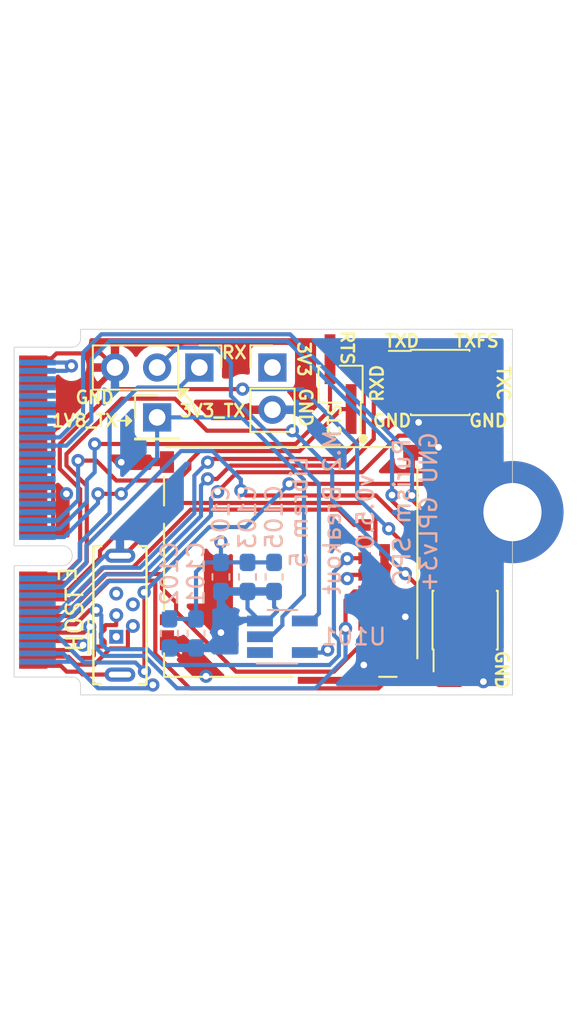
<source format=kicad_pcb>
(kicad_pcb (version 20171130) (host pcbnew 5.1.4-3.fc30)

  (general
    (thickness 0.8)
    (drawings 49)
    (tracks 421)
    (zones 0)
    (modules 16)
    (nets 59)
  )

  (page A4)
  (title_block
    (title "Librem 5 M.2 Breakout")
    (date 2019-12-03)
    (rev v0.5.0)
    (company "Purism SPC")
    (comment 1 "GNU GPLv3+")
  )

  (layers
    (0 F.Cu signal)
    (1 In1.Cu signal)
    (2 In2.Cu signal)
    (31 B.Cu signal)
    (32 B.Adhes user)
    (33 F.Adhes user)
    (34 B.Paste user)
    (35 F.Paste user)
    (36 B.SilkS user)
    (37 F.SilkS user)
    (38 B.Mask user)
    (39 F.Mask user)
    (40 Dwgs.User user)
    (41 Cmts.User user)
    (42 Eco1.User user hide)
    (43 Eco2.User user)
    (44 Edge.Cuts user)
    (45 Margin user)
    (46 B.CrtYd user)
    (47 F.CrtYd user)
    (48 B.Fab user)
    (49 F.Fab user hide)
  )

  (setup
    (last_trace_width 0.25)
    (trace_clearance 0.15)
    (zone_clearance 0.508)
    (zone_45_only no)
    (trace_min 0.2)
    (via_size 0.8)
    (via_drill 0.4)
    (via_min_size 0.4)
    (via_min_drill 0.3)
    (uvia_size 0.3)
    (uvia_drill 0.1)
    (uvias_allowed no)
    (uvia_min_size 0.2)
    (uvia_min_drill 0.1)
    (edge_width 0.05)
    (segment_width 0.3)
    (pcb_text_width 0.3)
    (pcb_text_size 1.5 1.5)
    (mod_edge_width 0.12)
    (mod_text_size 1 1)
    (mod_text_width 0.15)
    (pad_size 1.524 1.524)
    (pad_drill 0.762)
    (pad_to_mask_clearance 0.01)
    (solder_mask_min_width 0.25)
    (aux_axis_origin 0 0)
    (visible_elements FFFFFF7F)
    (pcbplotparams
      (layerselection 0x010f0_ffffffff)
      (usegerberextensions false)
      (usegerberattributes false)
      (usegerberadvancedattributes false)
      (creategerberjobfile false)
      (excludeedgelayer true)
      (linewidth 0.100000)
      (plotframeref false)
      (viasonmask false)
      (mode 1)
      (useauxorigin false)
      (hpglpennumber 1)
      (hpglpenspeed 20)
      (hpglpendiameter 15.000000)
      (psnegative false)
      (psa4output false)
      (plotreference true)
      (plotvalue true)
      (plotinvisibletext false)
      (padsonsilk false)
      (subtractmaskfromsilk false)
      (outputformat 1)
      (mirror false)
      (drillshape 0)
      (scaleselection 1)
      (outputdirectory "gerbers/"))
  )

  (net 0 "")
  (net 1 +3V3)
  (net 2 GND)
  (net 3 /USB_DP)
  (net 4 /USB_DN)
  (net 5 /SDIO_CLK)
  (net 6 /SDIO_CMD)
  (net 7 /~SDIO_WAKE)
  (net 8 /~SDIO_RST)
  (net 9 "Net-(J101-Pad35)")
  (net 10 "Net-(J101-Pad37)")
  (net 11 "Net-(J101-Pad41)")
  (net 12 "Net-(J101-Pad43)")
  (net 13 "Net-(J101-Pad47)")
  (net 14 "Net-(J101-Pad49)")
  (net 15 "Net-(J101-Pad53)")
  (net 16 "Net-(J101-Pad55)")
  (net 17 "Net-(J101-Pad59)")
  (net 18 "Net-(J101-Pad61)")
  (net 19 "Net-(J101-Pad65)")
  (net 20 "Net-(J101-Pad67)")
  (net 21 "Net-(J101-Pad71)")
  (net 22 "Net-(J101-Pad73)")
  (net 23 "Net-(J101-Pad6)")
  (net 24 /I2S_TXC)
  (net 25 /I2S_TXFS)
  (net 26 /BT_WAKE)
  (net 27 /SoC_UART_RX)
  (net 28 /SoC_UART_TX)
  (net 29 /UART_RTS)
  (net 30 /UART_CTS)
  (net 31 "Net-(J101-Pad38)")
  (net 32 "Net-(J101-Pad40)")
  (net 33 "Net-(J101-Pad42)")
  (net 34 "Net-(J101-Pad44)")
  (net 35 "Net-(J101-Pad46)")
  (net 36 "Net-(J101-Pad48)")
  (net 37 "Net-(J101-Pad50)")
  (net 38 "Net-(J101-Pad52)")
  (net 39 /BT_REG_ON)
  (net 40 /WIFI_REG_ON)
  (net 41 "Net-(J101-Pad58)")
  (net 42 "Net-(J101-Pad60)")
  (net 43 "Net-(J101-Pad62)")
  (net 44 "Net-(J101-Pad64)")
  (net 45 "Net-(J101-Pad66)")
  (net 46 "Net-(J101-Pad68)")
  (net 47 "Net-(J101-Pad70)")
  (net 48 "Net-(J101-Pad16)")
  (net 49 /SDIO_DATA0)
  (net 50 /SDIO_DATA1)
  (net 51 /SDIO_DATA2)
  (net 52 /I2S_RXD)
  (net 53 /I2S_TXD)
  (net 54 /SDIO_DATA3)
  (net 55 /SoC_UART_TX_3V3)
  (net 56 "Net-(U101-Pad1)")
  (net 57 "Net-(J109-Pad9)")
  (net 58 "Net-(J108-Pad1)")

  (net_class Default "This is the default net class."
    (clearance 0.15)
    (trace_width 0.25)
    (via_dia 0.8)
    (via_drill 0.4)
    (uvia_dia 0.3)
    (uvia_drill 0.1)
    (add_net +3V3)
    (add_net /BT_REG_ON)
    (add_net /BT_WAKE)
    (add_net /I2S_RXD)
    (add_net /I2S_TXC)
    (add_net /I2S_TXD)
    (add_net /I2S_TXFS)
    (add_net /SDIO_CLK)
    (add_net /SDIO_CMD)
    (add_net /SDIO_DATA0)
    (add_net /SDIO_DATA1)
    (add_net /SDIO_DATA2)
    (add_net /SDIO_DATA3)
    (add_net /SoC_UART_RX)
    (add_net /SoC_UART_TX)
    (add_net /SoC_UART_TX_3V3)
    (add_net /UART_CTS)
    (add_net /UART_RTS)
    (add_net /WIFI_REG_ON)
    (add_net /~SDIO_RST)
    (add_net /~SDIO_WAKE)
    (add_net GND)
    (add_net "Net-(J101-Pad16)")
    (add_net "Net-(J101-Pad35)")
    (add_net "Net-(J101-Pad37)")
    (add_net "Net-(J101-Pad38)")
    (add_net "Net-(J101-Pad40)")
    (add_net "Net-(J101-Pad41)")
    (add_net "Net-(J101-Pad42)")
    (add_net "Net-(J101-Pad43)")
    (add_net "Net-(J101-Pad44)")
    (add_net "Net-(J101-Pad46)")
    (add_net "Net-(J101-Pad47)")
    (add_net "Net-(J101-Pad48)")
    (add_net "Net-(J101-Pad49)")
    (add_net "Net-(J101-Pad50)")
    (add_net "Net-(J101-Pad52)")
    (add_net "Net-(J101-Pad53)")
    (add_net "Net-(J101-Pad55)")
    (add_net "Net-(J101-Pad58)")
    (add_net "Net-(J101-Pad59)")
    (add_net "Net-(J101-Pad6)")
    (add_net "Net-(J101-Pad60)")
    (add_net "Net-(J101-Pad61)")
    (add_net "Net-(J101-Pad62)")
    (add_net "Net-(J101-Pad64)")
    (add_net "Net-(J101-Pad65)")
    (add_net "Net-(J101-Pad66)")
    (add_net "Net-(J101-Pad67)")
    (add_net "Net-(J101-Pad68)")
    (add_net "Net-(J101-Pad70)")
    (add_net "Net-(J101-Pad71)")
    (add_net "Net-(J101-Pad73)")
    (add_net "Net-(J108-Pad1)")
    (add_net "Net-(J109-Pad9)")
    (add_net "Net-(U101-Pad1)")
  )

  (net_class USB ""
    (clearance 0.15)
    (trace_width 0.246)
    (via_dia 0.8)
    (via_drill 0.4)
    (uvia_dia 0.3)
    (uvia_drill 0.1)
    (add_net /USB_DN)
    (add_net /USB_DP)
  )

  (module Connector_PinHeader_1.27mm:PinHeader_2x03_P1.27mm_Vertical_SMD (layer F.Cu) (tedit 5DE6AA82) (tstamp 5DE706AF)
    (at 144.5 87.2)
    (descr "surface-mounted straight pin header, 2x03, 1.27mm pitch, double rows")
    (tags "Surface mounted pin header SMD 2x03 1.27mm double row")
    (path /5E04A712)
    (attr smd)
    (fp_text reference J103 (at 0 -2.965) (layer F.SilkS) hide
      (effects (font (size 1 1) (thickness 0.15)))
    )
    (fp_text value Conn_02x03_Counter_Clockwise (at 0 2.965) (layer F.Fab)
      (effects (font (size 1 1) (thickness 0.15)))
    )
    (fp_text user %R (at 0 0 90) (layer F.Fab)
      (effects (font (size 1 1) (thickness 0.15)))
    )
    (fp_line (start 4.3 -2.45) (end -4.1 -2.45) (layer F.CrtYd) (width 0.05))
    (fp_line (start 4.3 2.45) (end 4.3 -2.45) (layer F.CrtYd) (width 0.05))
    (fp_line (start -4.1 2.45) (end 4.3 2.45) (layer F.CrtYd) (width 0.05))
    (fp_line (start -4.1 -2.45) (end -4.1 2.45) (layer F.CrtYd) (width 0.05))
    (fp_line (start 1.765 1.9) (end 1.765 1.965) (layer F.SilkS) (width 0.12))
    (fp_line (start -1.765 1.9) (end -1.765 1.965) (layer F.SilkS) (width 0.12))
    (fp_line (start 1.765 -1.965) (end 1.765 -1.9) (layer F.SilkS) (width 0.12))
    (fp_line (start -1.765 -1.965) (end -1.765 -1.9) (layer F.SilkS) (width 0.12))
    (fp_line (start -3.09 -1.9) (end -1.765 -1.9) (layer F.SilkS) (width 0.12))
    (fp_line (start -1.765 1.965) (end 1.765 1.965) (layer F.SilkS) (width 0.12))
    (fp_line (start -1.765 -1.965) (end 1.765 -1.965) (layer F.SilkS) (width 0.12))
    (fp_line (start 2.75 1.47) (end 1.705 1.47) (layer F.Fab) (width 0.1))
    (fp_line (start 2.75 1.07) (end 2.75 1.47) (layer F.Fab) (width 0.1))
    (fp_line (start 1.705 1.07) (end 2.75 1.07) (layer F.Fab) (width 0.1))
    (fp_line (start -2.75 1.47) (end -1.705 1.47) (layer F.Fab) (width 0.1))
    (fp_line (start -2.75 1.07) (end -2.75 1.47) (layer F.Fab) (width 0.1))
    (fp_line (start -1.705 1.07) (end -2.75 1.07) (layer F.Fab) (width 0.1))
    (fp_line (start 2.75 0.2) (end 1.705 0.2) (layer F.Fab) (width 0.1))
    (fp_line (start 2.75 -0.2) (end 2.75 0.2) (layer F.Fab) (width 0.1))
    (fp_line (start 1.705 -0.2) (end 2.75 -0.2) (layer F.Fab) (width 0.1))
    (fp_line (start -2.75 0.2) (end -1.705 0.2) (layer F.Fab) (width 0.1))
    (fp_line (start -2.75 -0.2) (end -2.75 0.2) (layer F.Fab) (width 0.1))
    (fp_line (start -1.705 -0.2) (end -2.75 -0.2) (layer F.Fab) (width 0.1))
    (fp_line (start 2.75 -1.07) (end 1.705 -1.07) (layer F.Fab) (width 0.1))
    (fp_line (start 2.75 -1.47) (end 2.75 -1.07) (layer F.Fab) (width 0.1))
    (fp_line (start 1.705 -1.47) (end 2.75 -1.47) (layer F.Fab) (width 0.1))
    (fp_line (start -2.75 -1.07) (end -1.705 -1.07) (layer F.Fab) (width 0.1))
    (fp_line (start -2.75 -1.47) (end -2.75 -1.07) (layer F.Fab) (width 0.1))
    (fp_line (start -1.705 -1.47) (end -2.75 -1.47) (layer F.Fab) (width 0.1))
    (fp_line (start 1.705 -1.905) (end 1.705 1.905) (layer F.Fab) (width 0.1))
    (fp_line (start -1.705 -1.47) (end -1.27 -1.905) (layer F.Fab) (width 0.1))
    (fp_line (start -1.705 1.905) (end -1.705 -1.47) (layer F.Fab) (width 0.1))
    (fp_line (start -1.27 -1.905) (end 1.705 -1.905) (layer F.Fab) (width 0.1))
    (fp_line (start 1.705 1.905) (end -1.705 1.905) (layer F.Fab) (width 0.1))
    (pad 6 smd rect (at 1.95 1.27) (size 2.4 0.74) (layers F.Cu F.Paste F.Mask)
      (net 2 GND))
    (pad 5 smd rect (at -1.95 1.27) (size 2.4 0.74) (layers F.Cu F.Paste F.Mask)
      (net 2 GND))
    (pad 4 smd rect (at 1.95 0) (size 2.4 0.74) (layers F.Cu F.Paste F.Mask)
      (net 24 /I2S_TXC))
    (pad 3 smd rect (at -1.95 0) (size 2.4 0.74) (layers F.Cu F.Paste F.Mask)
      (net 52 /I2S_RXD))
    (pad 2 smd rect (at 1.95 -1.27) (size 2.4 0.74) (layers F.Cu F.Paste F.Mask)
      (net 25 /I2S_TXFS))
    (pad 1 smd rect (at -1.95 -1.27) (size 2.4 0.74) (layers F.Cu F.Paste F.Mask)
      (net 53 /I2S_TXD))
    (model ${KISYS3DMOD}/Connector_PinHeader_1.27mm.3dshapes/PinHeader_2x03_P1.27mm_Vertical_SMD.wrl
      (at (xyz 0 0 0))
      (scale (xyz 1 1 1))
      (rotate (xyz 0 0 0))
    )
  )

  (module Connector_PinHeader_1.27mm:PinHeader_2x03_P1.27mm_Vertical_SMD (layer F.Cu) (tedit 59FED6E3) (tstamp 5DE63802)
    (at 146 101.5 90)
    (descr "surface-mounted straight pin header, 2x03, 1.27mm pitch, double rows")
    (tags "Surface mounted pin header SMD 2x03 1.27mm double row")
    (path /5DED50B1)
    (attr smd)
    (fp_text reference J104 (at 0 -2.6 90) (layer F.SilkS) hide
      (effects (font (size 1 1) (thickness 0.15)))
    )
    (fp_text value Conn_02x03_Counter_Clockwise (at 0 2.965 90) (layer F.Fab)
      (effects (font (size 1 1) (thickness 0.15)))
    )
    (fp_text user %R (at 0 0 180) (layer F.Fab)
      (effects (font (size 1 1) (thickness 0.15)))
    )
    (fp_line (start 4.3 -2.45) (end -4.3 -2.45) (layer F.CrtYd) (width 0.05))
    (fp_line (start 4.3 2.45) (end 4.3 -2.45) (layer F.CrtYd) (width 0.05))
    (fp_line (start -4.3 2.45) (end 4.3 2.45) (layer F.CrtYd) (width 0.05))
    (fp_line (start -4.3 -2.45) (end -4.3 2.45) (layer F.CrtYd) (width 0.05))
    (fp_line (start 1.765 1.9) (end 1.765 1.965) (layer F.SilkS) (width 0.12))
    (fp_line (start -1.765 1.9) (end -1.765 1.965) (layer F.SilkS) (width 0.12))
    (fp_line (start 1.765 -1.965) (end 1.765 -1.9) (layer F.SilkS) (width 0.12))
    (fp_line (start -1.765 -1.965) (end -1.765 -1.9) (layer F.SilkS) (width 0.12))
    (fp_line (start -3.09 -1.9) (end -1.765 -1.9) (layer F.SilkS) (width 0.12))
    (fp_line (start -1.765 1.965) (end 1.765 1.965) (layer F.SilkS) (width 0.12))
    (fp_line (start -1.765 -1.965) (end 1.765 -1.965) (layer F.SilkS) (width 0.12))
    (fp_line (start 2.75 1.47) (end 1.705 1.47) (layer F.Fab) (width 0.1))
    (fp_line (start 2.75 1.07) (end 2.75 1.47) (layer F.Fab) (width 0.1))
    (fp_line (start 1.705 1.07) (end 2.75 1.07) (layer F.Fab) (width 0.1))
    (fp_line (start -2.75 1.47) (end -1.705 1.47) (layer F.Fab) (width 0.1))
    (fp_line (start -2.75 1.07) (end -2.75 1.47) (layer F.Fab) (width 0.1))
    (fp_line (start -1.705 1.07) (end -2.75 1.07) (layer F.Fab) (width 0.1))
    (fp_line (start 2.75 0.2) (end 1.705 0.2) (layer F.Fab) (width 0.1))
    (fp_line (start 2.75 -0.2) (end 2.75 0.2) (layer F.Fab) (width 0.1))
    (fp_line (start 1.705 -0.2) (end 2.75 -0.2) (layer F.Fab) (width 0.1))
    (fp_line (start -2.75 0.2) (end -1.705 0.2) (layer F.Fab) (width 0.1))
    (fp_line (start -2.75 -0.2) (end -2.75 0.2) (layer F.Fab) (width 0.1))
    (fp_line (start -1.705 -0.2) (end -2.75 -0.2) (layer F.Fab) (width 0.1))
    (fp_line (start 2.75 -1.07) (end 1.705 -1.07) (layer F.Fab) (width 0.1))
    (fp_line (start 2.75 -1.47) (end 2.75 -1.07) (layer F.Fab) (width 0.1))
    (fp_line (start 1.705 -1.47) (end 2.75 -1.47) (layer F.Fab) (width 0.1))
    (fp_line (start -2.75 -1.07) (end -1.705 -1.07) (layer F.Fab) (width 0.1))
    (fp_line (start -2.75 -1.47) (end -2.75 -1.07) (layer F.Fab) (width 0.1))
    (fp_line (start -1.705 -1.47) (end -2.75 -1.47) (layer F.Fab) (width 0.1))
    (fp_line (start 1.705 -1.905) (end 1.705 1.905) (layer F.Fab) (width 0.1))
    (fp_line (start -1.705 -1.47) (end -1.27 -1.905) (layer F.Fab) (width 0.1))
    (fp_line (start -1.705 1.905) (end -1.705 -1.47) (layer F.Fab) (width 0.1))
    (fp_line (start -1.27 -1.905) (end 1.705 -1.905) (layer F.Fab) (width 0.1))
    (fp_line (start 1.705 1.905) (end -1.705 1.905) (layer F.Fab) (width 0.1))
    (pad 6 smd rect (at 1.95 1.27 90) (size 2.4 0.74) (layers F.Cu F.Paste F.Mask)
      (net 40 /WIFI_REG_ON))
    (pad 5 smd rect (at -1.95 1.27 90) (size 2.4 0.74) (layers F.Cu F.Paste F.Mask)
      (net 2 GND))
    (pad 4 smd rect (at 1.95 0 90) (size 2.4 0.74) (layers F.Cu F.Paste F.Mask)
      (net 39 /BT_REG_ON))
    (pad 3 smd rect (at -1.95 0 90) (size 2.4 0.74) (layers F.Cu F.Paste F.Mask)
      (net 7 /~SDIO_WAKE))
    (pad 2 smd rect (at 1.95 -1.27 90) (size 2.4 0.74) (layers F.Cu F.Paste F.Mask)
      (net 26 /BT_WAKE))
    (pad 1 smd rect (at -1.95 -1.27 90) (size 2.4 0.74) (layers F.Cu F.Paste F.Mask)
      (net 8 /~SDIO_RST))
    (model ${KISYS3DMOD}/Connector_PinHeader_1.27mm.3dshapes/PinHeader_2x03_P1.27mm_Vertical_SMD.wrl
      (at (xyz 0 0 0))
      (scale (xyz 1 1 1))
      (rotate (xyz 0 0 0))
    )
  )

  (module Connector_PinHeader_2.54mm:PinHeader_1x03_P2.54mm_Vertical (layer F.Cu) (tedit 5DE5F3DB) (tstamp 5DE62019)
    (at 130 86.3 270)
    (descr "Through hole straight pin header, 1x03, 2.54mm pitch, single row")
    (tags "Through hole pin header THT 1x03 2.54mm single row")
    (path /5DE1380C)
    (fp_text reference J106 (at 0.7 7.1 90) (layer F.SilkS) hide
      (effects (font (size 1 1) (thickness 0.15)))
    )
    (fp_text value Conn_01x03 (at 0 7.41 270) (layer F.Fab)
      (effects (font (size 1 1) (thickness 0.15)))
    )
    (fp_line (start -0.635 -1.27) (end 1.27 -1.27) (layer F.Fab) (width 0.1))
    (fp_line (start 1.27 -1.27) (end 1.27 6.35) (layer F.Fab) (width 0.1))
    (fp_line (start 1.27 6.35) (end -1.27 6.35) (layer F.Fab) (width 0.1))
    (fp_line (start -1.27 6.35) (end -1.27 -0.635) (layer F.Fab) (width 0.1))
    (fp_line (start -1.27 -0.635) (end -0.635 -1.27) (layer F.Fab) (width 0.1))
    (fp_line (start -1.33 6.41) (end 1.33 6.41) (layer F.SilkS) (width 0.12))
    (fp_line (start -1.33 1.27) (end -1.33 6.41) (layer F.SilkS) (width 0.12))
    (fp_line (start 1.33 1.27) (end 1.33 6.41) (layer F.SilkS) (width 0.12))
    (fp_line (start -1.33 1.27) (end 1.33 1.27) (layer F.SilkS) (width 0.12))
    (fp_line (start -1.33 0) (end -1.33 -1.33) (layer F.SilkS) (width 0.12))
    (fp_line (start -1.33 -1.33) (end 0 -1.33) (layer F.SilkS) (width 0.12))
    (fp_line (start -1.8 -1.8) (end -1.8 6.85) (layer F.CrtYd) (width 0.05))
    (fp_line (start -1.8 6.85) (end 1.5 6.85) (layer F.CrtYd) (width 0.05))
    (fp_line (start 1.5 6.85) (end 1.5 -1.8) (layer F.CrtYd) (width 0.05))
    (fp_line (start 1.5 -1.8) (end -1.8 -1.8) (layer F.CrtYd) (width 0.05))
    (fp_text user %R (at 0 2.54) (layer F.Fab)
      (effects (font (size 1 1) (thickness 0.15)))
    )
    (pad 1 thru_hole rect (at 0 0 270) (size 1.7 1.7) (drill 1) (layers *.Cu *.Mask)
      (net 27 /SoC_UART_RX))
    (pad 2 thru_hole oval (at 0 2.54 270) (size 1.7 1.7) (drill 1) (layers *.Cu *.Mask)
      (net 55 /SoC_UART_TX_3V3))
    (pad 3 thru_hole oval (at 0 5.08 270) (size 1.7 1.7) (drill 1) (layers *.Cu *.Mask)
      (net 2 GND))
    (model ${KISYS3DMOD}/Connector_PinHeader_2.54mm.3dshapes/PinHeader_1x03_P2.54mm_Vertical.wrl
      (at (xyz 0 0 0))
      (scale (xyz 1 1 1))
      (rotate (xyz 0 0 0))
    )
  )

  (module Connector_PinHeader_2.54mm:PinHeader_1x01_P2.54mm_Vertical (layer F.Cu) (tedit 5DE5F3AF) (tstamp 5DE62005)
    (at 127.46 89.3)
    (descr "Through hole straight pin header, 1x01, 2.54mm pitch, single row")
    (tags "Through hole pin header THT 1x01 2.54mm single row")
    (path /5DE1B134)
    (fp_text reference J105 (at -3.16 0) (layer F.SilkS) hide
      (effects (font (size 1 1) (thickness 0.15)))
    )
    (fp_text value Conn_01x01 (at 0 2.33) (layer F.Fab)
      (effects (font (size 1 1) (thickness 0.15)))
    )
    (fp_line (start -0.635 -1.27) (end 1.27 -1.27) (layer F.Fab) (width 0.1))
    (fp_line (start 1.27 -1.27) (end 1.27 1.27) (layer F.Fab) (width 0.1))
    (fp_line (start 1.27 1.27) (end -1.27 1.27) (layer F.Fab) (width 0.1))
    (fp_line (start -1.27 1.27) (end -1.27 -0.635) (layer F.Fab) (width 0.1))
    (fp_line (start -1.27 -0.635) (end -0.635 -1.27) (layer F.Fab) (width 0.1))
    (fp_line (start -1.33 1.33) (end 1.33 1.33) (layer F.SilkS) (width 0.12))
    (fp_line (start -1.33 1.27) (end -1.33 1.33) (layer F.SilkS) (width 0.12))
    (fp_line (start 1.33 1.27) (end 1.33 1.33) (layer F.SilkS) (width 0.12))
    (fp_line (start -1.33 1.27) (end 1.33 1.27) (layer F.SilkS) (width 0.12))
    (fp_line (start -1.33 0) (end -1.33 -1.33) (layer F.SilkS) (width 0.12))
    (fp_line (start -1.33 -1.33) (end 0 -1.33) (layer F.SilkS) (width 0.12))
    (fp_line (start -1.8 -1.4) (end -1.8 1.8) (layer F.CrtYd) (width 0.05))
    (fp_line (start -1.8 1.8) (end 1.8 1.8) (layer F.CrtYd) (width 0.05))
    (fp_line (start 1.8 1.8) (end 1.8 -1.4) (layer F.CrtYd) (width 0.05))
    (fp_line (start 1.8 -1.4) (end -1.8 -1.4) (layer F.CrtYd) (width 0.05))
    (fp_text user %R (at 0 0 90) (layer F.Fab)
      (effects (font (size 1 1) (thickness 0.15)))
    )
    (pad 1 thru_hole rect (at 0 0) (size 1.7 1.7) (drill 1) (layers *.Cu *.Mask)
      (net 28 /SoC_UART_TX))
    (model ${KISYS3DMOD}/Connector_PinHeader_2.54mm.3dshapes/PinHeader_1x01_P2.54mm_Vertical.wrl
      (at (xyz 0 0 0))
      (scale (xyz 1 1 1))
      (rotate (xyz 0 0 0))
    )
  )

  (module Capacitor_SMD:C_0603_1608Metric_Pad1.05x0.95mm_HandSolder (layer B.Cu) (tedit 5B301BBE) (tstamp 5DE7137E)
    (at 129.8 102.3 90)
    (descr "Capacitor SMD 0603 (1608 Metric), square (rectangular) end terminal, IPC_7351 nominal with elongated pad for handsoldering. (Body size source: http://www.tortai-tech.com/upload/download/2011102023233369053.pdf), generated with kicad-footprint-generator")
    (tags "capacitor handsolder")
    (path /5DE017E5)
    (attr smd)
    (fp_text reference C101 (at 3.6 0 90) (layer B.SilkS)
      (effects (font (size 1 1) (thickness 0.15)) (justify mirror))
    )
    (fp_text value 1uF (at 0 -1.43 90) (layer B.Fab)
      (effects (font (size 1 1) (thickness 0.15)) (justify mirror))
    )
    (fp_text user %R (at 0 0 90) (layer B.Fab)
      (effects (font (size 0.4 0.4) (thickness 0.06)) (justify mirror))
    )
    (fp_line (start 1.65 -0.73) (end -1.65 -0.73) (layer B.CrtYd) (width 0.05))
    (fp_line (start 1.65 0.73) (end 1.65 -0.73) (layer B.CrtYd) (width 0.05))
    (fp_line (start -1.65 0.73) (end 1.65 0.73) (layer B.CrtYd) (width 0.05))
    (fp_line (start -1.65 -0.73) (end -1.65 0.73) (layer B.CrtYd) (width 0.05))
    (fp_line (start -0.171267 -0.51) (end 0.171267 -0.51) (layer B.SilkS) (width 0.12))
    (fp_line (start -0.171267 0.51) (end 0.171267 0.51) (layer B.SilkS) (width 0.12))
    (fp_line (start 0.8 -0.4) (end -0.8 -0.4) (layer B.Fab) (width 0.1))
    (fp_line (start 0.8 0.4) (end 0.8 -0.4) (layer B.Fab) (width 0.1))
    (fp_line (start -0.8 0.4) (end 0.8 0.4) (layer B.Fab) (width 0.1))
    (fp_line (start -0.8 -0.4) (end -0.8 0.4) (layer B.Fab) (width 0.1))
    (pad 2 smd roundrect (at 0.875 0 90) (size 1.05 0.95) (layers B.Cu B.Paste B.Mask) (roundrect_rratio 0.25)
      (net 1 +3V3))
    (pad 1 smd roundrect (at -0.875 0 90) (size 1.05 0.95) (layers B.Cu B.Paste B.Mask) (roundrect_rratio 0.25)
      (net 2 GND))
    (model ${KISYS3DMOD}/Capacitor_SMD.3dshapes/C_0603_1608Metric.wrl
      (at (xyz 0 0 0))
      (scale (xyz 1 1 1))
      (rotate (xyz 0 0 0))
    )
  )

  (module Capacitor_SMD:C_0603_1608Metric_Pad1.05x0.95mm_HandSolder (layer B.Cu) (tedit 5B301BBE) (tstamp 5DE5F545)
    (at 128.2 102.3 90)
    (descr "Capacitor SMD 0603 (1608 Metric), square (rectangular) end terminal, IPC_7351 nominal with elongated pad for handsoldering. (Body size source: http://www.tortai-tech.com/upload/download/2011102023233369053.pdf), generated with kicad-footprint-generator")
    (tags "capacitor handsolder")
    (path /5DDFB070)
    (attr smd)
    (fp_text reference C102 (at 3.6 0 90) (layer B.SilkS)
      (effects (font (size 1 1) (thickness 0.15)) (justify mirror))
    )
    (fp_text value 100nF (at 0 -1.43 90) (layer B.Fab)
      (effects (font (size 1 1) (thickness 0.15)) (justify mirror))
    )
    (fp_line (start -0.8 -0.4) (end -0.8 0.4) (layer B.Fab) (width 0.1))
    (fp_line (start -0.8 0.4) (end 0.8 0.4) (layer B.Fab) (width 0.1))
    (fp_line (start 0.8 0.4) (end 0.8 -0.4) (layer B.Fab) (width 0.1))
    (fp_line (start 0.8 -0.4) (end -0.8 -0.4) (layer B.Fab) (width 0.1))
    (fp_line (start -0.171267 0.51) (end 0.171267 0.51) (layer B.SilkS) (width 0.12))
    (fp_line (start -0.171267 -0.51) (end 0.171267 -0.51) (layer B.SilkS) (width 0.12))
    (fp_line (start -1.65 -0.73) (end -1.65 0.73) (layer B.CrtYd) (width 0.05))
    (fp_line (start -1.65 0.73) (end 1.65 0.73) (layer B.CrtYd) (width 0.05))
    (fp_line (start 1.65 0.73) (end 1.65 -0.73) (layer B.CrtYd) (width 0.05))
    (fp_line (start 1.65 -0.73) (end -1.65 -0.73) (layer B.CrtYd) (width 0.05))
    (fp_text user %R (at 0 0 90) (layer B.Fab)
      (effects (font (size 0.4 0.4) (thickness 0.06)) (justify mirror))
    )
    (pad 1 smd roundrect (at -0.875 0 90) (size 1.05 0.95) (layers B.Cu B.Paste B.Mask) (roundrect_rratio 0.25)
      (net 2 GND))
    (pad 2 smd roundrect (at 0.875 0 90) (size 1.05 0.95) (layers B.Cu B.Paste B.Mask) (roundrect_rratio 0.25)
      (net 1 +3V3))
    (model ${KISYS3DMOD}/Capacitor_SMD.3dshapes/C_0603_1608Metric.wrl
      (at (xyz 0 0 0))
      (scale (xyz 1 1 1))
      (rotate (xyz 0 0 0))
    )
  )

  (module Capacitor_SMD:C_0603_1608Metric_Pad1.05x0.95mm_HandSolder (layer B.Cu) (tedit 5B301BBE) (tstamp 5DE64175)
    (at 132.9 98.9 90)
    (descr "Capacitor SMD 0603 (1608 Metric), square (rectangular) end terminal, IPC_7351 nominal with elongated pad for handsoldering. (Body size source: http://www.tortai-tech.com/upload/download/2011102023233369053.pdf), generated with kicad-footprint-generator")
    (tags "capacitor handsolder")
    (path /5DE5DBF1)
    (attr smd)
    (fp_text reference C103 (at 3.6 0 90) (layer B.SilkS)
      (effects (font (size 1 1) (thickness 0.15)) (justify mirror))
    )
    (fp_text value 22uF (at 0 -1.43 90) (layer B.Fab)
      (effects (font (size 1 1) (thickness 0.15)) (justify mirror))
    )
    (fp_line (start -0.8 -0.4) (end -0.8 0.4) (layer B.Fab) (width 0.1))
    (fp_line (start -0.8 0.4) (end 0.8 0.4) (layer B.Fab) (width 0.1))
    (fp_line (start 0.8 0.4) (end 0.8 -0.4) (layer B.Fab) (width 0.1))
    (fp_line (start 0.8 -0.4) (end -0.8 -0.4) (layer B.Fab) (width 0.1))
    (fp_line (start -0.171267 0.51) (end 0.171267 0.51) (layer B.SilkS) (width 0.12))
    (fp_line (start -0.171267 -0.51) (end 0.171267 -0.51) (layer B.SilkS) (width 0.12))
    (fp_line (start -1.65 -0.73) (end -1.65 0.73) (layer B.CrtYd) (width 0.05))
    (fp_line (start -1.65 0.73) (end 1.65 0.73) (layer B.CrtYd) (width 0.05))
    (fp_line (start 1.65 0.73) (end 1.65 -0.73) (layer B.CrtYd) (width 0.05))
    (fp_line (start 1.65 -0.73) (end -1.65 -0.73) (layer B.CrtYd) (width 0.05))
    (fp_text user %R (at 0 0 90) (layer B.Fab)
      (effects (font (size 0.4 0.4) (thickness 0.06)) (justify mirror))
    )
    (pad 1 smd roundrect (at -0.875 0 90) (size 1.05 0.95) (layers B.Cu B.Paste B.Mask) (roundrect_rratio 0.25)
      (net 2 GND))
    (pad 2 smd roundrect (at 0.875 0 90) (size 1.05 0.95) (layers B.Cu B.Paste B.Mask) (roundrect_rratio 0.25)
      (net 1 +3V3))
    (model ${KISYS3DMOD}/Capacitor_SMD.3dshapes/C_0603_1608Metric.wrl
      (at (xyz 0 0 0))
      (scale (xyz 1 1 1))
      (rotate (xyz 0 0 0))
    )
  )

  (module Capacitor_SMD:C_0603_1608Metric_Pad1.05x0.95mm_HandSolder (layer B.Cu) (tedit 5B301BBE) (tstamp 5DE5F567)
    (at 131.3 98.9 90)
    (descr "Capacitor SMD 0603 (1608 Metric), square (rectangular) end terminal, IPC_7351 nominal with elongated pad for handsoldering. (Body size source: http://www.tortai-tech.com/upload/download/2011102023233369053.pdf), generated with kicad-footprint-generator")
    (tags "capacitor handsolder")
    (path /5DE5D814)
    (attr smd)
    (fp_text reference C104 (at 3.6 0 90) (layer B.SilkS)
      (effects (font (size 1 1) (thickness 0.15)) (justify mirror))
    )
    (fp_text value 22uF (at 0 -1.43 90) (layer B.Fab)
      (effects (font (size 1 1) (thickness 0.15)) (justify mirror))
    )
    (fp_line (start -0.8 -0.4) (end -0.8 0.4) (layer B.Fab) (width 0.1))
    (fp_line (start -0.8 0.4) (end 0.8 0.4) (layer B.Fab) (width 0.1))
    (fp_line (start 0.8 0.4) (end 0.8 -0.4) (layer B.Fab) (width 0.1))
    (fp_line (start 0.8 -0.4) (end -0.8 -0.4) (layer B.Fab) (width 0.1))
    (fp_line (start -0.171267 0.51) (end 0.171267 0.51) (layer B.SilkS) (width 0.12))
    (fp_line (start -0.171267 -0.51) (end 0.171267 -0.51) (layer B.SilkS) (width 0.12))
    (fp_line (start -1.65 -0.73) (end -1.65 0.73) (layer B.CrtYd) (width 0.05))
    (fp_line (start -1.65 0.73) (end 1.65 0.73) (layer B.CrtYd) (width 0.05))
    (fp_line (start 1.65 0.73) (end 1.65 -0.73) (layer B.CrtYd) (width 0.05))
    (fp_line (start 1.65 -0.73) (end -1.65 -0.73) (layer B.CrtYd) (width 0.05))
    (fp_text user %R (at 0 0 90) (layer B.Fab)
      (effects (font (size 0.4 0.4) (thickness 0.06)) (justify mirror))
    )
    (pad 1 smd roundrect (at -0.875 0 90) (size 1.05 0.95) (layers B.Cu B.Paste B.Mask) (roundrect_rratio 0.25)
      (net 2 GND))
    (pad 2 smd roundrect (at 0.875 0 90) (size 1.05 0.95) (layers B.Cu B.Paste B.Mask) (roundrect_rratio 0.25)
      (net 1 +3V3))
    (model ${KISYS3DMOD}/Capacitor_SMD.3dshapes/C_0603_1608Metric.wrl
      (at (xyz 0 0 0))
      (scale (xyz 1 1 1))
      (rotate (xyz 0 0 0))
    )
  )

  (module Capacitor_SMD:C_0603_1608Metric_Pad1.05x0.95mm_HandSolder (layer B.Cu) (tedit 5B301BBE) (tstamp 5DE5F578)
    (at 134.5 98.9 90)
    (descr "Capacitor SMD 0603 (1608 Metric), square (rectangular) end terminal, IPC_7351 nominal with elongated pad for handsoldering. (Body size source: http://www.tortai-tech.com/upload/download/2011102023233369053.pdf), generated with kicad-footprint-generator")
    (tags "capacitor handsolder")
    (path /5DE5D5DC)
    (attr smd)
    (fp_text reference C105 (at 3.6 0 90) (layer B.SilkS)
      (effects (font (size 1 1) (thickness 0.15)) (justify mirror))
    )
    (fp_text value 100nF (at 0 -1.43 90) (layer B.Fab)
      (effects (font (size 1 1) (thickness 0.15)) (justify mirror))
    )
    (fp_text user %R (at 0 0 90) (layer B.Fab)
      (effects (font (size 0.4 0.4) (thickness 0.06)) (justify mirror))
    )
    (fp_line (start 1.65 -0.73) (end -1.65 -0.73) (layer B.CrtYd) (width 0.05))
    (fp_line (start 1.65 0.73) (end 1.65 -0.73) (layer B.CrtYd) (width 0.05))
    (fp_line (start -1.65 0.73) (end 1.65 0.73) (layer B.CrtYd) (width 0.05))
    (fp_line (start -1.65 -0.73) (end -1.65 0.73) (layer B.CrtYd) (width 0.05))
    (fp_line (start -0.171267 -0.51) (end 0.171267 -0.51) (layer B.SilkS) (width 0.12))
    (fp_line (start -0.171267 0.51) (end 0.171267 0.51) (layer B.SilkS) (width 0.12))
    (fp_line (start 0.8 -0.4) (end -0.8 -0.4) (layer B.Fab) (width 0.1))
    (fp_line (start 0.8 0.4) (end 0.8 -0.4) (layer B.Fab) (width 0.1))
    (fp_line (start -0.8 0.4) (end 0.8 0.4) (layer B.Fab) (width 0.1))
    (fp_line (start -0.8 -0.4) (end -0.8 0.4) (layer B.Fab) (width 0.1))
    (pad 2 smd roundrect (at 0.875 0 90) (size 1.05 0.95) (layers B.Cu B.Paste B.Mask) (roundrect_rratio 0.25)
      (net 1 +3V3))
    (pad 1 smd roundrect (at -0.875 0 90) (size 1.05 0.95) (layers B.Cu B.Paste B.Mask) (roundrect_rratio 0.25)
      (net 2 GND))
    (model ${KISYS3DMOD}/Capacitor_SMD.3dshapes/C_0603_1608Metric.wrl
      (at (xyz 0 0 0))
      (scale (xyz 1 1 1))
      (rotate (xyz 0 0 0))
    )
  )

  (module librem5-m2-breakout:M.2_Mounting_Hole (layer F.Cu) (tedit 5AABE286) (tstamp 5DE5F582)
    (at 148.85 95 90)
    (descr "Mounting Hole 3.5mm")
    (tags "mounting hole 3.5mm")
    (path /5DF18025)
    (solder_mask_margin -1.25)
    (fp_text reference H101 (at 0 -4.5 90) (layer F.SilkS) hide
      (effects (font (size 1 1) (thickness 0.15)))
    )
    (fp_text value MountingHole_Pad (at 0 4.5 90) (layer F.Fab)
      (effects (font (size 1 1) (thickness 0.15)))
    )
    (fp_arc (start 0 0) (end -2.25 0) (angle 180) (layer F.Mask) (width 1))
    (fp_arc (start 0 -1) (end -2.375 -1) (angle 180) (layer B.Mask) (width 1.25))
    (fp_line (start -2.375 -1) (end -2.375 0) (layer B.Mask) (width 1.25))
    (fp_line (start 2.375 -1) (end 2.375 0) (layer B.Mask) (width 1.25))
    (fp_arc (start 0 0) (end -2.25 0) (angle 180) (layer B.Mask) (width 1))
    (pad 1 thru_hole circle (at 0 0 90) (size 6.15 6.15) (drill 3.5) (layers *.Cu *.Mask)
      (net 2 GND) (zone_connect 2))
  )

  (module librem5-m2-breakout:M.2_Key_E_Gold_Fingers (layer F.Cu) (tedit 5DE57D59) (tstamp 5DE5F5D3)
    (at 120 95 270)
    (path /5DDEC095)
    (solder_mask_margin 0.075)
    (fp_text reference J101 (at 0 -2.25 90) (layer F.SilkS) hide
      (effects (font (size 1 1) (thickness 0.15)))
    )
    (fp_text value M.2_Key_E (at 0 -4.5 90) (layer F.Fab)
      (effects (font (size 1 1) (thickness 0.15)))
    )
    (fp_text user "therefore: 1.7mm height top, 2.2mm height bot" (at 0 -6.5 90) (layer Eco1.User)
      (effects (font (size 1 1) (thickness 0.15)))
    )
    (fp_text user "Figure 15 - edge of PCB to close edge of pad 0.3 mm top & bot" (at 0 -8.5 90) (layer Eco1.User)
      (effects (font (size 1 1) (thickness 0.15)))
    )
    (fp_text user "          - agrees with figures 16 and 17" (at -9.25 -10.5 90) (layer Eco1.User)
      (effects (font (size 1 1) (thickness 0.15)))
    )
    (fp_text user "Figure 97 - edge of PCB to far edge of pad 2.0mm top 2.5mm bot" (at 0 -12 90) (layer Eco1.User)
      (effects (font (size 1 1) (thickness 0.15)))
    )
    (fp_text user "spacing: 0.15mm" (at 0 -15 90) (layer Eco1.User)
      (effects (font (size 1 1) (thickness 0.15)))
    )
    (fp_text user "pitch: 0.5mm" (at 0 -17 90) (layer Eco1.User)
      (effects (font (size 1 1) (thickness 0.15)))
    )
    (fp_text user "height: 1.7mm top (odd), 2.2mm height bot (even)" (at 0 -19 90) (layer Eco1.User)
      (effects (font (size 1 1) (thickness 0.15)))
    )
    (fp_text user "width: 0.35mm" (at 0 -21 90) (layer Eco1.User)
      (effects (font (size 1 1) (thickness 0.15)))
    )
    (fp_text user "Dimensions of pins:" (at 0 -23 90) (layer Eco1.User)
      (effects (font (size 1 1) (thickness 0.15)))
    )
    (fp_text user "Since the pin height isn't explicity given anywhere, it needed to be ascertained" (at 0 -25 90) (layer Eco1.User)
      (effects (font (size 1 1) (thickness 0.15)))
    )
    (pad 1 smd rect (at 9.25 0 180) (size 1.7 0.35) (layers F.Cu F.Mask)
      (net 2 GND))
    (pad 3 smd rect (at 8.75 0 180) (size 1.7 0.35) (layers F.Cu F.Mask)
      (net 3 /USB_DP))
    (pad 5 smd rect (at 8.25 0 180) (size 1.7 0.35) (layers F.Cu F.Mask)
      (net 4 /USB_DN))
    (pad 7 smd rect (at 7.75 0 180) (size 1.7 0.35) (layers F.Cu F.Mask)
      (net 2 GND))
    (pad 9 smd rect (at 7.25 0 180) (size 1.7 0.35) (layers F.Cu F.Mask)
      (net 5 /SDIO_CLK))
    (pad 11 smd rect (at 6.75 0 180) (size 1.7 0.35) (layers F.Cu F.Mask)
      (net 6 /SDIO_CMD))
    (pad 21 smd rect (at 4.25 0 180) (size 1.7 0.35) (layers F.Cu F.Mask)
      (net 7 /~SDIO_WAKE))
    (pad 23 smd rect (at 3.75 0 180) (size 1.7 0.35) (layers F.Cu F.Mask)
      (net 8 /~SDIO_RST))
    (pad 33 smd rect (at 1.25 0 180) (size 1.7 0.35) (layers F.Cu F.Mask)
      (net 2 GND))
    (pad 35 smd rect (at 0.75 0 180) (size 1.7 0.35) (layers F.Cu F.Mask)
      (net 9 "Net-(J101-Pad35)"))
    (pad 37 smd rect (at 0.25 0 180) (size 1.7 0.35) (layers F.Cu F.Mask)
      (net 10 "Net-(J101-Pad37)"))
    (pad 39 smd rect (at -0.25 0 180) (size 1.7 0.35) (layers F.Cu F.Mask)
      (net 2 GND))
    (pad 41 smd rect (at -0.75 0 180) (size 1.7 0.35) (layers F.Cu F.Mask)
      (net 11 "Net-(J101-Pad41)"))
    (pad 43 smd rect (at -1.25 0 180) (size 1.7 0.35) (layers F.Cu F.Mask)
      (net 12 "Net-(J101-Pad43)"))
    (pad 45 smd rect (at -1.75 0 180) (size 1.7 0.35) (layers F.Cu F.Mask)
      (net 2 GND))
    (pad 47 smd rect (at -2.25 0 180) (size 1.7 0.35) (layers F.Cu F.Mask)
      (net 13 "Net-(J101-Pad47)"))
    (pad 49 smd rect (at -2.75 0 180) (size 1.7 0.35) (layers F.Cu F.Mask)
      (net 14 "Net-(J101-Pad49)"))
    (pad 51 smd rect (at -3.25 0 180) (size 1.7 0.35) (layers F.Cu F.Mask)
      (net 2 GND))
    (pad 53 smd rect (at -3.75 0 180) (size 1.7 0.35) (layers F.Cu F.Mask)
      (net 15 "Net-(J101-Pad53)"))
    (pad 55 smd rect (at -4.25 0 180) (size 1.7 0.35) (layers F.Cu F.Mask)
      (net 16 "Net-(J101-Pad55)"))
    (pad 57 smd rect (at -4.75 0 180) (size 1.7 0.35) (layers F.Cu F.Mask)
      (net 2 GND))
    (pad 59 smd rect (at -5.25 0 180) (size 1.7 0.35) (layers F.Cu F.Mask)
      (net 17 "Net-(J101-Pad59)"))
    (pad 61 smd rect (at -5.75 0 180) (size 1.7 0.35) (layers F.Cu F.Mask)
      (net 18 "Net-(J101-Pad61)"))
    (pad 63 smd rect (at -6.25 0 180) (size 1.7 0.35) (layers F.Cu F.Mask)
      (net 2 GND))
    (pad 65 smd rect (at -6.75 0 180) (size 1.7 0.35) (layers F.Cu F.Mask)
      (net 19 "Net-(J101-Pad65)"))
    (pad 67 smd rect (at -7.25 0 180) (size 1.7 0.35) (layers F.Cu F.Mask)
      (net 20 "Net-(J101-Pad67)"))
    (pad 69 smd rect (at -7.75 0 180) (size 1.7 0.35) (layers F.Cu F.Mask)
      (net 2 GND))
    (pad 71 smd rect (at -8.25 0 180) (size 1.7 0.35) (layers F.Cu F.Mask)
      (net 21 "Net-(J101-Pad71)"))
    (pad 73 smd rect (at -8.75 0 180) (size 1.7 0.35) (layers F.Cu F.Mask)
      (net 22 "Net-(J101-Pad73)"))
    (pad 75 smd rect (at -9.25 0 180) (size 1.7 0.35) (layers F.Cu F.Mask)
      (net 2 GND))
    (pad 2 smd rect (at 9 -0.25 180) (size 2.2 0.35) (layers B.Cu B.Mask)
      (net 1 +3V3))
    (pad 4 smd rect (at 8.5 -0.25 180) (size 2.2 0.35) (layers B.Cu B.Mask)
      (net 1 +3V3))
    (pad 6 smd rect (at 8 -0.25 180) (size 2.2 0.35) (layers B.Cu B.Mask)
      (net 23 "Net-(J101-Pad6)"))
    (pad 8 smd rect (at 7.5 -0.25 180) (size 2.2 0.35) (layers B.Cu B.Mask)
      (net 24 /I2S_TXC))
    (pad 10 smd rect (at 7 -0.25 180) (size 2.2 0.35) (layers B.Cu B.Mask)
      (net 25 /I2S_TXFS))
    (pad 20 smd rect (at 4.5 -0.25 180) (size 2.2 0.35) (layers B.Cu B.Mask)
      (net 26 /BT_WAKE))
    (pad 22 smd rect (at 4 -0.25 180) (size 2.2 0.35) (layers B.Cu B.Mask)
      (net 27 /SoC_UART_RX))
    (pad 32 smd rect (at 1.5 -0.25 180) (size 2.2 0.35) (layers B.Cu B.Mask)
      (net 28 /SoC_UART_TX))
    (pad 34 smd rect (at 1 -0.25 180) (size 2.2 0.35) (layers B.Cu B.Mask)
      (net 29 /UART_RTS))
    (pad 36 smd rect (at 0.5 -0.25 180) (size 2.2 0.35) (layers B.Cu B.Mask)
      (net 30 /UART_CTS))
    (pad 38 smd rect (at 0 -0.25 180) (size 2.2 0.35) (layers B.Cu B.Mask)
      (net 31 "Net-(J101-Pad38)"))
    (pad 40 smd rect (at -0.5 -0.25 180) (size 2.2 0.35) (layers B.Cu B.Mask)
      (net 32 "Net-(J101-Pad40)"))
    (pad 42 smd rect (at -1 -0.25 180) (size 2.2 0.35) (layers B.Cu B.Mask)
      (net 33 "Net-(J101-Pad42)"))
    (pad 44 smd rect (at -1.5 -0.25 180) (size 2.2 0.35) (layers B.Cu B.Mask)
      (net 34 "Net-(J101-Pad44)"))
    (pad 46 smd rect (at -2 -0.25 180) (size 2.2 0.35) (layers B.Cu B.Mask)
      (net 35 "Net-(J101-Pad46)"))
    (pad 48 smd rect (at -2.5 -0.25 180) (size 2.2 0.35) (layers B.Cu B.Mask)
      (net 36 "Net-(J101-Pad48)"))
    (pad 50 smd rect (at -3 -0.25 180) (size 2.2 0.35) (layers B.Cu B.Mask)
      (net 37 "Net-(J101-Pad50)"))
    (pad 52 smd rect (at -3.5 -0.25 180) (size 2.2 0.35) (layers B.Cu B.Mask)
      (net 38 "Net-(J101-Pad52)"))
    (pad 54 smd rect (at -4 -0.25 180) (size 2.2 0.35) (layers B.Cu B.Mask)
      (net 39 /BT_REG_ON))
    (pad 56 smd rect (at -4.5 -0.25 180) (size 2.2 0.35) (layers B.Cu B.Mask)
      (net 40 /WIFI_REG_ON))
    (pad 58 smd rect (at -5 -0.25 180) (size 2.2 0.35) (layers B.Cu B.Mask)
      (net 41 "Net-(J101-Pad58)"))
    (pad 60 smd rect (at -5.5 -0.25 180) (size 2.2 0.35) (layers B.Cu B.Mask)
      (net 42 "Net-(J101-Pad60)"))
    (pad 62 smd rect (at -6 -0.25 180) (size 2.2 0.35) (layers B.Cu B.Mask)
      (net 43 "Net-(J101-Pad62)"))
    (pad 64 smd rect (at -6.5 -0.25 180) (size 2.2 0.35) (layers B.Cu B.Mask)
      (net 44 "Net-(J101-Pad64)"))
    (pad 66 smd rect (at -7 -0.25 180) (size 2.2 0.35) (layers B.Cu B.Mask)
      (net 45 "Net-(J101-Pad66)"))
    (pad 68 smd rect (at -7.5 -0.25 180) (size 2.2 0.35) (layers B.Cu B.Mask)
      (net 46 "Net-(J101-Pad68)"))
    (pad 70 smd rect (at -8 -0.25 180) (size 2.2 0.35) (layers B.Cu B.Mask)
      (net 47 "Net-(J101-Pad70)"))
    (pad 72 smd rect (at -8.5 -0.25 180) (size 2.2 0.35) (layers B.Cu B.Mask)
      (net 1 +3V3))
    (pad 74 smd rect (at -9 -0.25 180) (size 2.2 0.35) (layers B.Cu B.Mask)
      (net 1 +3V3))
    (pad 16 smd rect (at 5.5 -0.25 180) (size 2.2 0.35) (layers B.Cu B.Mask)
      (net 48 "Net-(J101-Pad16)"))
    (pad 13 smd rect (at 6.25 0 180) (size 1.7 0.35) (layers F.Cu F.Mask)
      (net 49 /SDIO_DATA0))
    (pad 15 smd rect (at 5.75 0 180) (size 1.7 0.35) (layers F.Cu F.Mask)
      (net 50 /SDIO_DATA1))
    (pad 17 smd rect (at 5.25 0 180) (size 1.7 0.35) (layers F.Cu F.Mask)
      (net 51 /SDIO_DATA2))
    (pad 12 smd rect (at 6.5 -0.25 180) (size 2.2 0.35) (layers B.Cu B.Mask)
      (net 52 /I2S_RXD))
    (pad 14 smd rect (at 6 -0.25 180) (size 2.2 0.35) (layers B.Cu B.Mask)
      (net 53 /I2S_TXD))
    (pad 19 smd rect (at 4.75 0 180) (size 1.7 0.35) (layers F.Cu F.Mask)
      (net 54 /SDIO_DATA3))
    (pad 18 smd rect (at 5 -0.25 180) (size 2.2 0.35) (layers B.Cu B.Mask)
      (net 2 GND))
  )

  (module Connector_PinHeader_2.54mm:PinHeader_1x02_P2.54mm_Vertical (layer F.Cu) (tedit 59FED5CC) (tstamp 5DE5F5E9)
    (at 134.4 86.3)
    (descr "Through hole straight pin header, 1x02, 2.54mm pitch, single row")
    (tags "Through hole pin header THT 1x02 2.54mm single row")
    (path /5DDF9106)
    (fp_text reference J102 (at 0 -2.33) (layer F.SilkS) hide
      (effects (font (size 1 1) (thickness 0.15)))
    )
    (fp_text value Conn_01x02 (at 0 4.87) (layer F.Fab)
      (effects (font (size 1 1) (thickness 0.15)))
    )
    (fp_text user %R (at 0 1.27 90) (layer F.Fab)
      (effects (font (size 1 1) (thickness 0.15)))
    )
    (fp_line (start 1.8 -1.8) (end -1.8 -1.8) (layer F.CrtYd) (width 0.05))
    (fp_line (start 1.8 4.35) (end 1.8 -1.8) (layer F.CrtYd) (width 0.05))
    (fp_line (start -1.8 4.35) (end 1.8 4.35) (layer F.CrtYd) (width 0.05))
    (fp_line (start -1.8 -1.8) (end -1.8 4.35) (layer F.CrtYd) (width 0.05))
    (fp_line (start -1.33 -1.33) (end 0 -1.33) (layer F.SilkS) (width 0.12))
    (fp_line (start -1.33 0) (end -1.33 -1.33) (layer F.SilkS) (width 0.12))
    (fp_line (start -1.33 1.27) (end 1.33 1.27) (layer F.SilkS) (width 0.12))
    (fp_line (start 1.33 1.27) (end 1.33 3.87) (layer F.SilkS) (width 0.12))
    (fp_line (start -1.33 1.27) (end -1.33 3.87) (layer F.SilkS) (width 0.12))
    (fp_line (start -1.33 3.87) (end 1.33 3.87) (layer F.SilkS) (width 0.12))
    (fp_line (start -1.27 -0.635) (end -0.635 -1.27) (layer F.Fab) (width 0.1))
    (fp_line (start -1.27 3.81) (end -1.27 -0.635) (layer F.Fab) (width 0.1))
    (fp_line (start 1.27 3.81) (end -1.27 3.81) (layer F.Fab) (width 0.1))
    (fp_line (start 1.27 -1.27) (end 1.27 3.81) (layer F.Fab) (width 0.1))
    (fp_line (start -0.635 -1.27) (end 1.27 -1.27) (layer F.Fab) (width 0.1))
    (pad 2 thru_hole oval (at 0 2.54) (size 1.7 1.7) (drill 1) (layers *.Cu *.Mask)
      (net 2 GND))
    (pad 1 thru_hole rect (at 0 0) (size 1.7 1.7) (drill 1) (layers *.Cu *.Mask)
      (net 1 +3V3))
    (model ${KISYS3DMOD}/Connector_PinHeader_2.54mm.3dshapes/PinHeader_1x02_P2.54mm_Vertical.wrl
      (at (xyz 0 0 0))
      (scale (xyz 1 1 1))
      (rotate (xyz 0 0 0))
    )
  )

  (module Package_TO_SOT_SMD:SOT-23-5_HandSoldering (layer B.Cu) (tedit 5A0AB76C) (tstamp 5DE64432)
    (at 135 102.5)
    (descr "5-pin SOT23 package")
    (tags "SOT-23-5 hand-soldering")
    (path /5DE0887E)
    (attr smd)
    (fp_text reference U101 (at 4.3 0) (layer B.SilkS)
      (effects (font (size 1 1) (thickness 0.15)) (justify mirror))
    )
    (fp_text value SN74LV1T34DBV (at 0 -2.9) (layer B.Fab)
      (effects (font (size 1 1) (thickness 0.15)) (justify mirror))
    )
    (fp_text user %R (at 0 0 -90) (layer B.Fab)
      (effects (font (size 0.5 0.5) (thickness 0.075)) (justify mirror))
    )
    (fp_line (start -0.9 -1.61) (end 0.9 -1.61) (layer B.SilkS) (width 0.12))
    (fp_line (start 0.9 1.61) (end -1.55 1.61) (layer B.SilkS) (width 0.12))
    (fp_line (start -0.9 0.9) (end -0.25 1.55) (layer B.Fab) (width 0.1))
    (fp_line (start 0.9 1.55) (end -0.25 1.55) (layer B.Fab) (width 0.1))
    (fp_line (start -0.9 0.9) (end -0.9 -1.55) (layer B.Fab) (width 0.1))
    (fp_line (start 0.9 -1.55) (end -0.9 -1.55) (layer B.Fab) (width 0.1))
    (fp_line (start 0.9 1.55) (end 0.9 -1.55) (layer B.Fab) (width 0.1))
    (fp_line (start -2.38 1.8) (end 2.38 1.8) (layer B.CrtYd) (width 0.05))
    (fp_line (start -2.38 1.8) (end -2.38 -1.8) (layer B.CrtYd) (width 0.05))
    (fp_line (start 2.38 -1.8) (end 2.38 1.8) (layer B.CrtYd) (width 0.05))
    (fp_line (start 2.38 -1.8) (end -2.38 -1.8) (layer B.CrtYd) (width 0.05))
    (pad 1 smd rect (at -1.35 0.95) (size 1.56 0.65) (layers B.Cu B.Paste B.Mask)
      (net 56 "Net-(U101-Pad1)"))
    (pad 2 smd rect (at -1.35 0) (size 1.56 0.65) (layers B.Cu B.Paste B.Mask)
      (net 28 /SoC_UART_TX))
    (pad 3 smd rect (at -1.35 -0.95) (size 1.56 0.65) (layers B.Cu B.Paste B.Mask)
      (net 2 GND))
    (pad 4 smd rect (at 1.35 -0.95) (size 1.56 0.65) (layers B.Cu B.Paste B.Mask)
      (net 55 /SoC_UART_TX_3V3))
    (pad 5 smd rect (at 1.35 0.95) (size 1.56 0.65) (layers B.Cu B.Paste B.Mask)
      (net 1 +3V3))
    (model ${KISYS3DMOD}/Package_TO_SOT_SMD.3dshapes/SOT-23-5.wrl
      (at (xyz 0 0 0))
      (scale (xyz 1 1 1))
      (rotate (xyz 0 0 0))
    )
  )

  (module librem5-m2-breakout:ALPS_SCHA4B0419 (layer F.Cu) (tedit 5B79B2C8) (tstamp 5DE648A8)
    (at 135.5 98 90)
    (path /5DDF530E)
    (attr smd)
    (fp_text reference J109 (at 7.5 0 180) (layer F.SilkS) hide
      (effects (font (size 1 1) (thickness 0.15)))
    )
    (fp_text value Micro_SD (at 0 8.75 90) (layer F.Fab)
      (effects (font (size 1 1) (thickness 0.15)))
    )
    (fp_text user "no copp." (at -0.7375 -6 90) (layer Dwgs.User)
      (effects (font (size 0.5 0.5) (thickness 0.125)))
    )
    (fp_line (start 1.0375 -7.475) (end -1.4675 -7.475) (layer Dwgs.User) (width 0.15))
    (fp_line (start 1.0385 -5.225) (end 1.0375 -7.475) (layer Dwgs.User) (width 0.15))
    (fp_line (start -2.5125 -5.225) (end 1.0375 -5.225) (layer Dwgs.User) (width 0.15))
    (fp_line (start -1.4675 -6.625) (end -1.4675 -7.475) (layer Dwgs.User) (width 0.15))
    (fp_line (start -2.5125 -6.625) (end -1.4675 -6.625) (layer Dwgs.User) (width 0.15))
    (fp_line (start -2.5125 -5.225) (end -2.5125 -6.625) (layer Dwgs.User) (width 0.15))
    (fp_text user "no copper here" (at -1.5625 -1.275 90) (layer Dwgs.User)
      (effects (font (size 0.75 0.75) (thickness 0.15)))
    )
    (fp_line (start 2.8875 0.925) (end 2.8875 -3.475) (layer Dwgs.User) (width 0.15))
    (fp_line (start 2.8875 -3.475) (end -6.0125 -3.475) (layer Dwgs.User) (width 0.15))
    (fp_line (start -6.0125 -3.475) (end -6.0125 0.925) (layer Dwgs.User) (width 0.15))
    (fp_line (start 2.8875 0.925) (end -6.0125 0.925) (layer Dwgs.User) (width 0.15))
    (fp_circle (center 7.4 4.375) (end 7.55 4.375) (layer F.SilkS) (width 0.3))
    (fp_line (start -7.5 7.875) (end -7.5 -8.125) (layer Dwgs.User) (width 0.05))
    (fp_line (start 7.25 7.875) (end -7.5 7.875) (layer Dwgs.User) (width 0.05))
    (fp_line (start 7.25 -8.125) (end 7.25 7.875) (layer Dwgs.User) (width 0.05))
    (fp_line (start -7.5 -8.125) (end 7.25 -8.125) (layer Dwgs.User) (width 0.05))
    (fp_line (start -6.9125 5.325) (end -6.9125 6.375) (layer F.SilkS) (width 0.127))
    (fp_line (start -2.95 -7.625) (end 2.3 -7.625) (layer F.SilkS) (width 0.127))
    (fp_line (start 3.4 -7.625) (end 5.1 -7.625) (layer F.SilkS) (width 0.127))
    (fp_line (start 6.9125 6.375) (end 6.9125 -7.525) (layer F.SilkS) (width 0.127))
    (fp_line (start -5.8 7.625) (end 5.8 7.625) (layer F.SilkS) (width 0.127))
    (fp_line (start -6.9125 -7.625) (end -6.9125 0.175) (layer F.SilkS) (width 0.127))
    (fp_line (start -5.5 -7.625) (end -6.9125 -7.625) (layer F.SilkS) (width 0.127))
    (fp_line (start -6.9125 7.625) (end -6.9125 -7.625) (layer F.Fab) (width 0.1))
    (fp_line (start 6.9125 7.625) (end -6.9125 7.625) (layer F.Fab) (width 0.1))
    (fp_line (start 6.9125 -7.625) (end 6.9125 7.625) (layer F.Fab) (width 0.1))
    (fp_line (start -6.9125 -7.625) (end 6.9125 -7.625) (layer F.Fab) (width 0.1))
    (fp_text user %R (at 0 0 90) (layer F.Fab)
      (effects (font (size 1 1) (thickness 0.15)))
    )
    (pad 10 smd rect (at 6.0125 -7.45 90) (size 1.3 0.85) (layers F.Cu F.Paste F.Mask)
      (net 2 GND))
    (pad 10 smd rect (at 2.875 -7.5 180) (size 0.75 0.65) (layers F.Cu F.Paste F.Mask)
      (net 2 GND))
    (pad 9 smd rect (at -3.475 -7.5 180) (size 0.75 0.65) (layers F.Cu F.Paste F.Mask)
      (net 57 "Net-(J109-Pad9)"))
    (pad 10 smd rect (at -4.7125 -7.45 90) (size 1.2 0.85) (layers F.Cu F.Paste F.Mask)
      (net 2 GND))
    (pad 10 smd rect (at -7.1225 2.74 90) (size 0.42 4.63) (layers F.Cu F.Paste F.Mask)
      (net 2 GND))
    (pad 10 smd rect (at 6.575 7.225 270) (size 0.95 0.9) (layers F.Cu F.Paste F.Mask)
      (net 2 GND))
    (pad 10 smd rect (at -6.46 7.15 180) (size 1.15 0.745) (layers F.Cu F.Paste F.Mask)
      (net 2 GND))
    (pad 10 smd rect (at -3.275 5.65 90) (size 0.7 0.65) (layers F.Cu F.Paste F.Mask)
      (net 2 GND))
    (pad 10 smd rect (at 0.725 5.65 90) (size 0.7 0.65) (layers F.Cu F.Paste F.Mask)
      (net 2 GND))
    (pad 8 smd rect (at -4.775 4.45 90) (size 0.7 0.75) (layers F.Cu F.Paste F.Mask)
      (net 50 /SDIO_DATA1))
    (pad 7 smd rect (at -3.775 4.45 90) (size 0.7 0.75) (layers F.Cu F.Paste F.Mask)
      (net 49 /SDIO_DATA0))
    (pad 6 smd rect (at -2.775 4.45 90) (size 0.7 0.75) (layers F.Cu F.Paste F.Mask)
      (net 2 GND))
    (pad 5 smd rect (at -1.775 4.45 90) (size 0.7 0.75) (layers F.Cu F.Paste F.Mask)
      (net 5 /SDIO_CLK))
    (pad 4 smd rect (at -0.775 4.45 90) (size 0.7 0.75) (layers F.Cu F.Paste F.Mask)
      (net 1 +3V3))
    (pad 3 smd rect (at 0.225 4.45 90) (size 0.7 0.75) (layers F.Cu F.Paste F.Mask)
      (net 6 /SDIO_CMD))
    (pad 2 smd rect (at 1.225 4.45 90) (size 0.7 0.75) (layers F.Cu F.Paste F.Mask)
      (net 54 /SDIO_DATA3))
    (pad 1 smd rect (at 2.225 4.45 90) (size 0.7 0.75) (layers F.Cu F.Paste F.Mask)
      (net 51 /SDIO_DATA2))
    (model ${KIPRJMOD}/packages3d/SCHA4B0419.wrl
      (offset (xyz 0 7.619999885559082 1.290319980621338))
      (scale (xyz 0.395 0.395 0.395))
      (rotate (xyz 0 0 0))
    )
  )

  (module Connector_PinHeader_1.27mm:PinHeader_1x02_P1.27mm_Vertical_SMD_Pin1Right (layer F.Cu) (tedit 59FED6E3) (tstamp 5DE6382E)
    (at 138.5 87.3 270)
    (descr "surface-mounted straight pin header, 1x02, 1.27mm pitch, single row, style 2 (pin 1 right)")
    (tags "Surface mounted pin header SMD 1x02 1.27mm single row style2 pin1 right")
    (path /5DF629D2)
    (attr smd)
    (fp_text reference J107 (at 0 -2.33 90) (layer F.SilkS) hide
      (effects (font (size 1 1) (thickness 0.15)))
    )
    (fp_text value Conn_01x02 (at 0 2.33 90) (layer F.Fab)
      (effects (font (size 1 1) (thickness 0.15)))
    )
    (fp_line (start 1.05 1.27) (end -1.05 1.27) (layer F.Fab) (width 0.1))
    (fp_line (start -1.05 -1.27) (end 0.615 -1.27) (layer F.Fab) (width 0.1))
    (fp_line (start 1.05 1.27) (end 1.05 -0.835) (layer F.Fab) (width 0.1))
    (fp_line (start 1.05 -0.835) (end 0.615 -1.27) (layer F.Fab) (width 0.1))
    (fp_line (start -1.05 -1.27) (end -1.05 1.27) (layer F.Fab) (width 0.1))
    (fp_line (start -1.05 0.435) (end -2.5 0.435) (layer F.Fab) (width 0.1))
    (fp_line (start -2.5 0.435) (end -2.5 0.835) (layer F.Fab) (width 0.1))
    (fp_line (start -2.5 0.835) (end -1.05 0.835) (layer F.Fab) (width 0.1))
    (fp_line (start 1.05 -0.835) (end 2.5 -0.835) (layer F.Fab) (width 0.1))
    (fp_line (start 2.5 -0.835) (end 2.5 -0.435) (layer F.Fab) (width 0.1))
    (fp_line (start 2.5 -0.435) (end 1.05 -0.435) (layer F.Fab) (width 0.1))
    (fp_line (start -1.11 -1.33) (end 1.11 -1.33) (layer F.SilkS) (width 0.12))
    (fp_line (start -1.11 1.33) (end 1.11 1.33) (layer F.SilkS) (width 0.12))
    (fp_line (start 1.11 -0.05) (end 1.11 1.32) (layer F.SilkS) (width 0.12))
    (fp_line (start -1.11 -1.32) (end -1.11 0.05) (layer F.SilkS) (width 0.12))
    (fp_line (start 1.11 -1.22) (end 2.94 -1.22) (layer F.SilkS) (width 0.12))
    (fp_line (start 1.11 -1.33) (end 1.11 -1.22) (layer F.SilkS) (width 0.12))
    (fp_line (start -1.11 1.22) (end -1.11 1.33) (layer F.SilkS) (width 0.12))
    (fp_line (start -3.5 -1.8) (end -3.5 1.8) (layer F.CrtYd) (width 0.05))
    (fp_line (start -3.5 1.8) (end 3.5 1.8) (layer F.CrtYd) (width 0.05))
    (fp_line (start 3.5 1.8) (end 3.5 -1.8) (layer F.CrtYd) (width 0.05))
    (fp_line (start 3.5 -1.8) (end -3.5 -1.8) (layer F.CrtYd) (width 0.05))
    (fp_text user %R (at 0 0) (layer F.Fab)
      (effects (font (size 1 1) (thickness 0.15)))
    )
    (pad 2 smd rect (at -1.5 0.635 270) (size 3 0.65) (layers F.Cu F.Paste F.Mask)
      (net 29 /UART_RTS))
    (pad 1 smd rect (at 1.5 -0.635 270) (size 3 0.65) (layers F.Cu F.Paste F.Mask)
      (net 30 /UART_CTS))
    (model ${KISYS3DMOD}/Connector_PinHeader_1.27mm.3dshapes/PinHeader_1x02_P1.27mm_Vertical_SMD_Pin1Right.wrl
      (at (xyz 0 0 0))
      (scale (xyz 1 1 1))
      (rotate (xyz 0 0 0))
    )
  )

  (module Connector_USB:USB_Micro-B_Wuerth_614105150721_Vertical (layer F.Cu) (tedit 5A142044) (tstamp 5DE6FCBC)
    (at 125 102.5 90)
    (descr "USB Micro-B receptacle, through-hole, vertical, http://katalog.we-online.de/em/datasheet/614105150721.pdf")
    (tags "usb micro receptacle vertical")
    (path /5E00F7F3)
    (fp_text reference J108 (at 1.3 -2.48 90) (layer F.SilkS) hide
      (effects (font (size 1 1) (thickness 0.15)))
    )
    (fp_text value USB_B_Micro (at 1.3 2.92 90) (layer F.Fab)
      (effects (font (size 1 1) (thickness 0.15)))
    )
    (fp_line (start -2.7 -1.23) (end -1 -1.23) (layer F.Fab) (width 0.15))
    (fp_line (start -1 -1.23) (end 0 -0.23) (layer F.Fab) (width 0.15))
    (fp_line (start 0 -0.23) (end 1 -1.23) (layer F.Fab) (width 0.15))
    (fp_line (start 1 -1.23) (end 5.3 -1.23) (layer F.Fab) (width 0.15))
    (fp_line (start 5.3 -1.23) (end 5.3 1.67) (layer F.Fab) (width 0.15))
    (fp_line (start 5.3 1.67) (end -2.7 1.67) (layer F.Fab) (width 0.15))
    (fp_line (start -2.7 1.67) (end -2.7 -1.23) (layer F.Fab) (width 0.15))
    (fp_line (start -2.85 -0.905) (end -2.85 -1.38) (layer F.SilkS) (width 0.15))
    (fp_line (start -2.85 -1.38) (end 5.45 -1.38) (layer F.SilkS) (width 0.15))
    (fp_line (start 5.45 -1.38) (end 5.45 -0.905) (layer F.SilkS) (width 0.15))
    (fp_line (start -2.85 1.345) (end -2.85 1.82) (layer F.SilkS) (width 0.15))
    (fp_line (start -2.85 1.82) (end 5.45 1.82) (layer F.SilkS) (width 0.15))
    (fp_line (start 5.45 1.82) (end 5.45 1.345) (layer F.SilkS) (width 0.15))
    (fp_line (start -1 -1.68) (end 1 -1.68) (layer F.SilkS) (width 0.15))
    (fp_line (start -3.2 -1.73) (end -3.2 2.17) (layer F.CrtYd) (width 0.05))
    (fp_line (start -3.2 2.17) (end 5.8 2.17) (layer F.CrtYd) (width 0.05))
    (fp_line (start 5.8 2.17) (end 5.8 -1.73) (layer F.CrtYd) (width 0.05))
    (fp_line (start 5.8 -1.73) (end -3.2 -1.73) (layer F.CrtYd) (width 0.05))
    (fp_text user %R (at 1.3 0.22 90) (layer F.Fab)
      (effects (font (size 1 1) (thickness 0.15)))
    )
    (pad 1 thru_hole rect (at 0 0 90) (size 0.84 0.84) (drill 0.44) (layers *.Cu *.Mask)
      (net 58 "Net-(J108-Pad1)"))
    (pad 2 thru_hole circle (at 0.65 1 90) (size 0.84 0.84) (drill 0.44) (layers *.Cu *.Mask)
      (net 3 /USB_DP))
    (pad 3 thru_hole circle (at 1.3 0 90) (size 0.84 0.84) (drill 0.44) (layers *.Cu *.Mask)
      (net 4 /USB_DN))
    (pad 4 thru_hole circle (at 1.95 1 90) (size 0.84 0.84) (drill 0.44) (layers *.Cu *.Mask)
      (net 2 GND))
    (pad 5 thru_hole circle (at 2.6 0 90) (size 0.84 0.84) (drill 0.44) (layers *.Cu *.Mask)
      (net 2 GND))
    (pad 6 thru_hole oval (at -2.275 0.22 90) (size 0.85 1.85) (drill oval 0.35 1.35) (layers *.Cu *.Mask)
      (net 2 GND))
    (pad 6 thru_hole oval (at 4.875 0.22 90) (size 0.85 1.85) (drill oval 0.35 1.35) (layers *.Cu *.Mask)
      (net 2 GND))
    (model ${KIPRJMOD}/packages3d/USB_Micro-B_Wuerth_614105150721_Vertical.wrl
      (offset (xyz 1.32 -0.16 1.5))
      (scale (xyz 0.4 0.4 0.4))
      (rotate (xyz 90 0 0))
    )
  )

  (gr_text "Librem 5" (at 136 95 90) (layer B.SilkS)
    (effects (font (size 1 1) (thickness 0.15)) (justify mirror))
  )
  (gr_text "M.2 Breakout" (at 138 95 90) (layer B.SilkS)
    (effects (font (size 1 1) (thickness 0.15)) (justify mirror))
  )
  (gr_text "Purism SPC\nGNU GPLv3+" (at 143 95 90) (layer B.SilkS)
    (effects (font (size 1 1) (thickness 0.15)) (justify mirror))
  )
  (gr_text v0.5.0 (at 140 95 90) (layer B.SilkS)
    (effects (font (size 1 1) (thickness 0.15)) (justify mirror))
  )
  (gr_text HOST (at 122.5 101.5 90) (layer F.SilkS)
    (effects (font (size 1 1) (thickness 0.15)))
  )
  (gr_text GND (at 148.2 104.5 270) (layer F.SilkS) (tstamp 5DE65A91)
    (effects (font (size 0.75 0.75) (thickness 0.15)))
  )
  (gr_text GND (at 147.4 89.5) (layer F.SilkS) (tstamp 5DE65A03)
    (effects (font (size 0.75 0.75) (thickness 0.15)))
  )
  (gr_text GND (at 141.6 89.5) (layer F.SilkS)
    (effects (font (size 0.75 0.75) (thickness 0.15)))
  )
  (gr_text RXD (at 140.7 87.25 90) (layer F.SilkS) (tstamp 5DE98D19)
    (effects (font (size 0.75 0.75) (thickness 0.15)))
  )
  (gr_text TXD (at 142.2 84.7) (layer F.SilkS)
    (effects (font (size 0.75 0.75) (thickness 0.15)))
  )
  (gr_text TXC (at 148.3 87.25 270) (layer F.SilkS)
    (effects (font (size 0.75 0.75) (thickness 0.15)))
  )
  (gr_text TXFS (at 146.7 84.7) (layer F.SilkS)
    (effects (font (size 0.75 0.75) (thickness 0.15)))
  )
  (gr_text CTS (at 138.15 89.5 90) (layer F.SilkS)
    (effects (font (size 0.75 0.75) (thickness 0.15)))
  )
  (gr_text RTS (at 138.9 85.1 270) (layer F.SilkS)
    (effects (font (size 0.75 0.75) (thickness 0.15)))
  )
  (gr_line (start 125.9 89.5) (end 125.65 89.4) (layer F.SilkS) (width 0.12))
  (gr_line (start 125.9 89.5) (end 125.65 89.6) (layer F.SilkS) (width 0.12))
  (gr_line (start 125.6 89.8) (end 125.9 89.5) (layer F.SilkS) (width 0.12) (tstamp 5DE65689))
  (gr_line (start 125.6 89.2) (end 125.6 89.8) (layer F.SilkS) (width 0.12))
  (gr_line (start 125.9 89.5) (end 125.6 89.2) (layer F.SilkS) (width 0.12))
  (gr_line (start 125.1 89.5) (end 125.9 89.5) (layer F.SilkS) (width 0.12))
  (gr_line (start 129.15 87.8) (end 129.15 87.65) (layer F.SilkS) (width 0.12))
  (gr_line (start 129 87.65) (end 129.15 87.8) (layer F.SilkS) (width 0.12))
  (gr_line (start 128.9 88) (end 129 87.65) (layer F.SilkS) (width 0.12))
  (gr_line (start 128.85 87.65) (end 128.9 88) (layer F.SilkS) (width 0.12))
  (gr_line (start 129.35 87.6) (end 128.8 87.6) (layer F.SilkS) (width 0.12) (tstamp 5DE65447))
  (gr_line (start 128.8 88.15) (end 129.35 87.6) (layer F.SilkS) (width 0.12) (tstamp 5DE65444))
  (gr_line (start 128.8 87.6) (end 128.8 88.15) (layer F.SilkS) (width 0.12) (tstamp 5DE65441))
  (gr_line (start 129.55 88.35) (end 128.8 87.6) (layer F.SilkS) (width 0.12))
  (gr_text 3V3_TX (at 130.8 88.9) (layer F.SilkS)
    (effects (font (size 0.75 0.75) (thickness 0.15)))
  )
  (gr_text GND (at 136.4 88.7 270) (layer F.SilkS)
    (effects (font (size 0.75 0.75) (thickness 0.15)))
  )
  (gr_text 3V3 (at 136.3 85.8 270) (layer F.SilkS)
    (effects (font (size 0.75 0.75) (thickness 0.15)))
  )
  (gr_text 1V8_TX (at 123.1 89.5) (layer F.SilkS)
    (effects (font (size 0.75 0.75) (thickness 0.15)))
  )
  (gr_text RX (at 132.1 85.4) (layer F.SilkS)
    (effects (font (size 0.75 0.75) (thickness 0.15)))
  )
  (gr_text GND (at 123.7 88.1) (layer F.SilkS)
    (effects (font (size 0.75 0.75) (thickness 0.15)))
  )
  (gr_line (start 118.85 98.225) (end 118.85 104.925) (layer Edge.Cuts) (width 0.05))
  (gr_arc (start 121.75 97.625) (end 121.75 97.025) (angle 180) (layer Edge.Cuts) (width 0.05))
  (gr_line (start 121.75 98.225) (end 118.85 98.225) (layer Edge.Cuts) (width 0.05))
  (gr_line (start 118.85 97.025) (end 121.75 97.025) (layer Edge.Cuts) (width 0.05))
  (gr_arc (start 122.35 105.425) (end 122.35 104.925) (angle 90) (layer Edge.Cuts) (width 0.05))
  (gr_arc (start 122.35 84.575) (end 122.85 84.575) (angle 90) (layer Edge.Cuts) (width 0.05))
  (gr_text E (at 122 98.75 270) (layer F.SilkS)
    (effects (font (size 1 1) (thickness 0.15)))
  )
  (gr_line (start 122.85 84.575) (end 122.85 84) (layer Edge.Cuts) (width 0.05) (tstamp 5DE5FE26))
  (gr_line (start 148.85 84) (end 122.85 84) (layer Edge.Cuts) (width 0.05))
  (gr_line (start 148.85 106) (end 148.85 84) (layer Edge.Cuts) (width 0.05))
  (gr_line (start 122.85 106) (end 148.85 106) (layer Edge.Cuts) (width 0.05))
  (gr_line (start 122.85 105.425) (end 122.85 106) (layer Edge.Cuts) (width 0.05))
  (gr_line (start 122.35 104.925) (end 118.85 104.925) (layer Edge.Cuts) (width 0.05))
  (gr_line (start 118.85 85.075) (end 118.85 97.025) (layer Edge.Cuts) (width 0.05))
  (gr_line (start 118.85 85.075) (end 122.35 85.075) (layer Edge.Cuts) (width 0.05))

  (segment (start 128.2 101.425) (end 129.8 101.425) (width 0.25) (layer B.Cu) (net 1))
  (segment (start 129.8 101.425) (end 129.8 98.6) (width 0.25) (layer B.Cu) (net 1))
  (segment (start 130.375 98.025) (end 131.3 98.025) (width 0.25) (layer B.Cu) (net 1))
  (segment (start 129.8 98.6) (end 130.375 98.025) (width 0.25) (layer B.Cu) (net 1))
  (segment (start 131.3 98.025) (end 132.9 98.025) (width 0.25) (layer B.Cu) (net 1))
  (segment (start 132.9 98.025) (end 134.5 98.025) (width 0.25) (layer B.Cu) (net 1))
  (segment (start 120.25 86.5) (end 122 86.5) (width 0.25) (layer B.Cu) (net 1))
  (segment (start 122 86.5) (end 122.3 86.2) (width 0.25) (layer B.Cu) (net 1))
  (via (at 122.3 86.2) (size 0.8) (drill 0.4) (layers F.Cu B.Cu) (net 1))
  (segment (start 120.25 86) (end 122.1 86) (width 0.25) (layer B.Cu) (net 1))
  (segment (start 122.1 86) (end 122.3 86.2) (width 0.25) (layer B.Cu) (net 1))
  (via (at 138.9 99) (size 0.8) (drill 0.4) (layers F.Cu B.Cu) (net 1))
  (segment (start 139.95 98.775) (end 139.125 98.775) (width 0.25) (layer F.Cu) (net 1))
  (segment (start 139.125 98.775) (end 138.9 99) (width 0.25) (layer F.Cu) (net 1))
  (via (at 131.3 96.8) (size 0.8) (drill 0.4) (layers F.Cu B.Cu) (net 1))
  (segment (start 131.3 98.025) (end 131.3 96.8) (width 0.25) (layer B.Cu) (net 1))
  (via (at 127.2 105.4) (size 0.8) (drill 0.4) (layers F.Cu B.Cu) (net 1))
  (segment (start 120.25 103.5) (end 121.8 103.5) (width 0.25) (layer B.Cu) (net 1))
  (segment (start 121.8 103.5) (end 122.3 104) (width 0.25) (layer B.Cu) (net 1))
  (segment (start 127 105.6) (end 127.2 105.4) (width 0.25) (layer B.Cu) (net 1))
  (segment (start 122.3 104) (end 123.9 105.6) (width 0.25) (layer B.Cu) (net 1))
  (segment (start 123.9 105.6) (end 127 105.6) (width 0.25) (layer B.Cu) (net 1))
  (segment (start 122.3 104) (end 120.25 104) (width 0.25) (layer B.Cu) (net 1))
  (via (at 137.72499 103.289853) (size 0.8) (drill 0.4) (layers F.Cu B.Cu) (net 1))
  (segment (start 136.35 103.45) (end 137.564843 103.45) (width 0.25) (layer B.Cu) (net 1))
  (segment (start 137.564843 103.45) (end 137.72499 103.289853) (width 0.25) (layer B.Cu) (net 1))
  (via (at 144.4 91.1) (size 0.8) (drill 0.4) (layers F.Cu B.Cu) (net 2))
  (segment (start 142.725 91.425) (end 144.075 91.425) (width 0.25) (layer F.Cu) (net 2))
  (segment (start 144.075 91.425) (end 144.4 91.1) (width 0.25) (layer F.Cu) (net 2))
  (via (at 147.1 105.2) (size 0.8) (drill 0.4) (layers F.Cu B.Cu) (net 2))
  (segment (start 147.27 103.45) (end 147.27 105.03) (width 0.25) (layer F.Cu) (net 2))
  (segment (start 147.27 105.03) (end 147.1 105.2) (width 0.25) (layer F.Cu) (net 2))
  (via (at 139.9 104.2) (size 0.8) (drill 0.4) (layers F.Cu B.Cu) (net 2))
  (segment (start 138.24 105.1225) (end 138.9775 105.1225) (width 0.25) (layer F.Cu) (net 2))
  (segment (start 138.9775 105.1225) (end 139.9 104.2) (width 0.25) (layer F.Cu) (net 2))
  (via (at 142.4 101.3) (size 0.8) (drill 0.4) (layers F.Cu B.Cu) (net 2))
  (segment (start 141.15 101.275) (end 142.375 101.275) (width 0.25) (layer F.Cu) (net 2))
  (segment (start 142.375 101.275) (end 142.4 101.3) (width 0.25) (layer F.Cu) (net 2))
  (segment (start 123.97 87.25) (end 124.92 86.3) (width 0.25) (layer F.Cu) (net 2))
  (segment (start 120 87.25) (end 123.97 87.25) (width 0.25) (layer F.Cu) (net 2))
  (segment (start 122.47 88.75) (end 124.92 86.3) (width 0.25) (layer F.Cu) (net 2))
  (segment (start 120 88.75) (end 122.47 88.75) (width 0.25) (layer F.Cu) (net 2))
  (segment (start 124.92 86.43) (end 124.92 86.3) (width 0.25) (layer F.Cu) (net 2))
  (segment (start 120 90.25) (end 121.1 90.25) (width 0.25) (layer F.Cu) (net 2))
  (segment (start 124.070001 85.450001) (end 124.92 86.3) (width 0.25) (layer F.Cu) (net 2))
  (segment (start 121.399999 85.450001) (end 124.070001 85.450001) (width 0.25) (layer F.Cu) (net 2))
  (segment (start 120 85.75) (end 121.1 85.75) (width 0.25) (layer F.Cu) (net 2))
  (segment (start 121.1 85.75) (end 121.399999 85.450001) (width 0.25) (layer F.Cu) (net 2))
  (via (at 125.3 92) (size 0.8) (drill 0.4) (layers F.Cu B.Cu) (net 2))
  (segment (start 128.05 91.9875) (end 125.3125 91.9875) (width 0.25) (layer F.Cu) (net 2))
  (segment (start 125.3125 91.9875) (end 125.3 92) (width 0.25) (layer F.Cu) (net 2))
  (segment (start 125.45 97.625) (end 125.22 97.625) (width 0.25) (layer F.Cu) (net 2))
  (segment (start 127.95 95.125) (end 125.45 97.625) (width 0.25) (layer F.Cu) (net 2))
  (segment (start 128 95.125) (end 127.95 95.125) (width 0.25) (layer F.Cu) (net 2))
  (via (at 130.4 104.875) (size 0.8) (drill 0.4) (layers F.Cu B.Cu) (net 2))
  (segment (start 130.0375 104.875) (end 130.4 104.875) (width 0.25) (layer F.Cu) (net 2))
  (segment (start 128.05 102.7125) (end 128.05 102.8875) (width 0.25) (layer F.Cu) (net 2))
  (segment (start 128.05 102.8875) (end 130.0375 104.875) (width 0.25) (layer F.Cu) (net 2))
  (segment (start 122.975998 104.775) (end 124.045 104.775) (width 0.25) (layer F.Cu) (net 2))
  (segment (start 122.800998 104.6) (end 122.975998 104.775) (width 0.25) (layer F.Cu) (net 2))
  (segment (start 122.012664 104.6) (end 122.800998 104.6) (width 0.25) (layer F.Cu) (net 2))
  (segment (start 120 104.25) (end 121.662664 104.25) (width 0.25) (layer F.Cu) (net 2))
  (segment (start 121.662664 104.25) (end 122.012664 104.6) (width 0.25) (layer F.Cu) (net 2))
  (segment (start 124.045 104.775) (end 125.22 104.775) (width 0.25) (layer F.Cu) (net 2))
  (via (at 143.2 89.6) (size 0.8) (drill 0.4) (layers F.Cu B.Cu) (net 2))
  (segment (start 142.55 88.47) (end 142.55 88.95) (width 0.25) (layer F.Cu) (net 2))
  (segment (start 142.55 88.95) (end 143.2 89.6) (width 0.25) (layer F.Cu) (net 2))
  (segment (start 142.2 100.3) (end 142.4 100.5) (width 0.25) (layer F.Cu) (net 2))
  (segment (start 142.4 100.5) (end 142.4 101.3) (width 0.25) (layer F.Cu) (net 2))
  (segment (start 141.05 100.3) (end 142.2 100.3) (width 0.25) (layer F.Cu) (net 2))
  (segment (start 139.95 100.775) (end 140.575 100.775) (width 0.25) (layer F.Cu) (net 2))
  (segment (start 140.575 100.775) (end 141.05 100.3) (width 0.25) (layer F.Cu) (net 2))
  (segment (start 121.19999 90.15001) (end 121.525 89.825) (width 0.25) (layer F.Cu) (net 2))
  (segment (start 120 91.75) (end 121.1 91.75) (width 0.25) (layer F.Cu) (net 2))
  (segment (start 121.1 91.75) (end 121.19999 91.65001) (width 0.25) (layer F.Cu) (net 2))
  (segment (start 121.525 89.825) (end 124.92 86.43) (width 0.25) (layer F.Cu) (net 2))
  (segment (start 121.1 90.25) (end 121.525 89.825) (width 0.25) (layer F.Cu) (net 2))
  (segment (start 120 93.25) (end 121.1 93.25) (width 0.25) (layer F.Cu) (net 2))
  (segment (start 121.1 93.25) (end 121.19999 93.15001) (width 0.25) (layer F.Cu) (net 2))
  (segment (start 121.19999 91.65001) (end 121.19999 91.40001) (width 0.25) (layer F.Cu) (net 2))
  (segment (start 121.19999 91.40001) (end 121.19999 90.15001) (width 0.25) (layer F.Cu) (net 2))
  (segment (start 121.1 94.75) (end 121.19999 94.65001) (width 0.25) (layer F.Cu) (net 2))
  (segment (start 120 94.75) (end 121.1 94.75) (width 0.25) (layer F.Cu) (net 2))
  (segment (start 121.19999 93.15001) (end 121.19999 92.90001) (width 0.25) (layer F.Cu) (net 2))
  (segment (start 121.19999 92.90001) (end 121.19999 91.40001) (width 0.25) (layer F.Cu) (net 2))
  (segment (start 120 96.25) (end 121.1 96.25) (width 0.25) (layer F.Cu) (net 2))
  (segment (start 121.1 96.25) (end 121.19999 96.15001) (width 0.25) (layer F.Cu) (net 2))
  (segment (start 121.19999 94.65001) (end 121.19999 94.50001) (width 0.25) (layer F.Cu) (net 2))
  (segment (start 121.19999 94.50001) (end 121.19999 92.90001) (width 0.25) (layer F.Cu) (net 2))
  (segment (start 121.19999 94.89999) (end 121.19999 94.50001) (width 0.25) (layer F.Cu) (net 2))
  (segment (start 121.19999 96.15001) (end 121.19999 94.89999) (width 0.25) (layer F.Cu) (net 2))
  (segment (start 148.2 103.14) (end 148.2 95.34999) (width 0.25) (layer F.Cu) (net 2))
  (segment (start 148.2 95.34999) (end 148.54999 95) (width 0.25) (layer F.Cu) (net 2))
  (segment (start 147.27 103.45) (end 147.89 103.45) (width 0.25) (layer F.Cu) (net 2))
  (segment (start 147.89 103.45) (end 148.2 103.14) (width 0.25) (layer F.Cu) (net 2))
  (segment (start 129.8 103.175) (end 128.2 103.175) (width 0.25) (layer B.Cu) (net 2))
  (segment (start 134.5 99.775) (end 131.3 99.775) (width 0.25) (layer B.Cu) (net 2))
  (segment (start 132.9 100.8) (end 133.65 101.55) (width 0.25) (layer B.Cu) (net 2))
  (segment (start 132.9 99.775) (end 132.9 100.8) (width 0.25) (layer B.Cu) (net 2))
  (segment (start 134.105 101.55) (end 133.65 101.55) (width 0.25) (layer B.Cu) (net 2))
  (segment (start 134.68 100.88) (end 134.68 100.975) (width 0.25) (layer B.Cu) (net 2))
  (segment (start 134.68 100.975) (end 134.105 101.55) (width 0.25) (layer B.Cu) (net 2))
  (segment (start 134.5 100.7) (end 134.68 100.88) (width 0.25) (layer B.Cu) (net 2))
  (segment (start 134.5 99.775) (end 134.5 100.7) (width 0.25) (layer B.Cu) (net 2))
  (segment (start 132.62 101.55) (end 133.65 101.55) (width 0.25) (layer B.Cu) (net 2))
  (segment (start 132.45 101.55) (end 132.62 101.55) (width 0.25) (layer B.Cu) (net 2))
  (segment (start 131.3 100.4) (end 132.45 101.55) (width 0.25) (layer B.Cu) (net 2))
  (segment (start 131.3 99.775) (end 131.3 100.4) (width 0.25) (layer B.Cu) (net 2))
  (via (at 123 103.000016) (size 0.8) (drill 0.4) (layers F.Cu B.Cu) (net 2))
  (segment (start 120 102.75) (end 122.749984 102.75) (width 0.25) (layer F.Cu) (net 2))
  (segment (start 122.749984 102.75) (end 123 103.000016) (width 0.25) (layer F.Cu) (net 2))
  (segment (start 121.19999 94.70001) (end 122 93.9) (width 0.25) (layer F.Cu) (net 2))
  (via (at 122 93.9) (size 0.8) (drill 0.4) (layers F.Cu B.Cu) (net 2))
  (segment (start 121.19999 94.89999) (end 121.19999 94.70001) (width 0.25) (layer F.Cu) (net 2))
  (segment (start 124.309302 97.625) (end 125.22 97.625) (width 0.25) (layer B.Cu) (net 2))
  (segment (start 121.934302 100) (end 124.309302 97.625) (width 0.25) (layer B.Cu) (net 2))
  (segment (start 120.25 100) (end 121.934302 100) (width 0.25) (layer B.Cu) (net 2))
  (segment (start 130.375 103.175) (end 131.3 102.25) (width 0.25) (layer B.Cu) (net 2))
  (via (at 131.3 102.25) (size 0.8) (drill 0.4) (layers F.Cu B.Cu) (net 2))
  (segment (start 131.3 102.25) (end 131.3 100.4) (width 0.25) (layer B.Cu) (net 2))
  (segment (start 129.8 103.175) (end 130.375 103.175) (width 0.25) (layer B.Cu) (net 2))
  (segment (start 125.65 100.55) (end 125 99.9) (width 0.25) (layer In1.Cu) (net 2))
  (segment (start 126 100.55) (end 125.65 100.55) (width 0.25) (layer In1.Cu) (net 2))
  (segment (start 127.95 102.25) (end 131.3 102.25) (width 0.25) (layer In1.Cu) (net 2))
  (segment (start 126 100.55) (end 126.25 100.55) (width 0.25) (layer In1.Cu) (net 2))
  (segment (start 126.25 100.55) (end 127.95 102.25) (width 0.25) (layer In1.Cu) (net 2))
  (segment (start 125.644001 103.200001) (end 125.700001 103.144001) (width 0.246) (layer F.Cu) (net 3))
  (segment (start 122.116534 103.7015) (end 122.594325 104.179291) (width 0.246) (layer F.Cu) (net 3))
  (segment (start 123.670709 104.179291) (end 124.649999 103.200001) (width 0.246) (layer F.Cu) (net 3))
  (segment (start 125.700001 102.149999) (end 126 101.85) (width 0.246) (layer F.Cu) (net 3))
  (segment (start 125.700001 103.144001) (end 125.700001 102.149999) (width 0.246) (layer F.Cu) (net 3))
  (segment (start 120 103.75) (end 121.275001 103.75) (width 0.246) (layer F.Cu) (net 3))
  (segment (start 121.323501 103.7015) (end 122.116534 103.7015) (width 0.246) (layer F.Cu) (net 3))
  (segment (start 124.649999 103.200001) (end 125.644001 103.200001) (width 0.246) (layer F.Cu) (net 3))
  (segment (start 121.275001 103.75) (end 121.323501 103.7015) (width 0.246) (layer F.Cu) (net 3))
  (segment (start 122.594325 104.179291) (end 123.670709 104.179291) (width 0.246) (layer F.Cu) (net 3))
  (segment (start 123.50378 103.776291) (end 123.652535 103.627536) (width 0.246) (layer F.Cu) (net 4))
  (segment (start 121.275001 103.25) (end 121.323501 103.2985) (width 0.246) (layer F.Cu) (net 4))
  (segment (start 120 103.25) (end 121.275001 103.25) (width 0.246) (layer F.Cu) (net 4))
  (segment (start 124.075 102.55) (end 124.075 102.3) (width 0.246) (layer F.Cu) (net 4))
  (segment (start 122.761257 103.776291) (end 123.50378 103.776291) (width 0.246) (layer F.Cu) (net 4))
  (segment (start 122.283466 103.2985) (end 122.761257 103.776291) (width 0.246) (layer F.Cu) (net 4))
  (segment (start 124.190035 103.090035) (end 124.299999 102.980072) (width 0.246) (layer F.Cu) (net 4))
  (segment (start 121.323501 103.2985) (end 122.283466 103.2985) (width 0.246) (layer F.Cu) (net 4))
  (segment (start 123.652535 103.627536) (end 123.652535 103.302535) (width 0.246) (layer F.Cu) (net 4))
  (segment (start 124.299999 102.075001) (end 124.299999 101.855999) (width 0.246) (layer F.Cu) (net 4))
  (segment (start 125 101.799999) (end 125 101.2) (width 0.246) (layer F.Cu) (net 4))
  (segment (start 123.652535 103.302535) (end 123.865035 103.090035) (width 0.246) (layer F.Cu) (net 4))
  (segment (start 124.075 102.3) (end 124.299999 102.075001) (width 0.246) (layer F.Cu) (net 4))
  (segment (start 124.299999 102.774999) (end 124.075 102.55) (width 0.246) (layer F.Cu) (net 4))
  (segment (start 124.299999 102.980072) (end 124.299999 102.774999) (width 0.246) (layer F.Cu) (net 4))
  (segment (start 123.865035 103.090035) (end 124.190035 103.090035) (width 0.246) (layer F.Cu) (net 4))
  (segment (start 124.299999 101.855999) (end 124.355999 101.799999) (width 0.246) (layer F.Cu) (net 4))
  (segment (start 124.355999 101.799999) (end 125 101.799999) (width 0.246) (layer F.Cu) (net 4))
  (via (at 138.8 102) (size 0.8) (drill 0.4) (layers F.Cu B.Cu) (net 5))
  (segment (start 138.8 100.3) (end 138.8 102) (width 0.25) (layer F.Cu) (net 5))
  (segment (start 139.95 99.775) (end 139.325 99.775) (width 0.25) (layer F.Cu) (net 5))
  (segment (start 139.325 99.775) (end 138.8 100.3) (width 0.25) (layer F.Cu) (net 5))
  (segment (start 120 102.25) (end 123.05 102.25) (width 0.25) (layer F.Cu) (net 5))
  (segment (start 123.05 102.25) (end 123.4 101.9) (width 0.25) (layer F.Cu) (net 5))
  (via (at 123.4 101.9) (size 0.8) (drill 0.4) (layers F.Cu B.Cu) (net 5))
  (segment (start 124.250011 103.650011) (end 123.675001 103.075001) (width 0.25) (layer B.Cu) (net 5))
  (segment (start 123.675001 103.075001) (end 123.675001 102.175001) (width 0.25) (layer B.Cu) (net 5))
  (segment (start 126.706813 103.650011) (end 124.250011 103.650011) (width 0.25) (layer B.Cu) (net 5))
  (segment (start 123.675001 102.175001) (end 123.4 101.9) (width 0.25) (layer B.Cu) (net 5))
  (segment (start 128.656802 105.6) (end 126.706813 103.650011) (width 0.25) (layer B.Cu) (net 5))
  (segment (start 138.8 103.8) (end 137 105.6) (width 0.25) (layer B.Cu) (net 5))
  (segment (start 137 105.6) (end 128.656802 105.6) (width 0.25) (layer B.Cu) (net 5))
  (segment (start 138.8 102) (end 138.8 103.8) (width 0.25) (layer B.Cu) (net 5))
  (via (at 138.9 97.8) (size 0.8) (drill 0.4) (layers F.Cu B.Cu) (net 6))
  (segment (start 139.95 97.775) (end 138.925 97.775) (width 0.25) (layer F.Cu) (net 6))
  (segment (start 138.925 97.775) (end 138.9 97.8) (width 0.25) (layer F.Cu) (net 6))
  (via (at 123.799996 100.9) (size 0.8) (drill 0.4) (layers F.Cu B.Cu) (net 6))
  (segment (start 120 101.75) (end 122.55 101.75) (width 0.25) (layer F.Cu) (net 6))
  (segment (start 122.55 101.75) (end 123.4 100.9) (width 0.25) (layer F.Cu) (net 6))
  (segment (start 123.4 100.9) (end 123.799996 100.9) (width 0.25) (layer F.Cu) (net 6))
  (segment (start 138.9 97.8) (end 138.1 98.6) (width 0.25) (layer B.Cu) (net 6))
  (segment (start 124.1 101.200004) (end 123.799996 100.9) (width 0.25) (layer B.Cu) (net 6))
  (segment (start 138.1 98.6) (end 138.1 101.9) (width 0.25) (layer B.Cu) (net 6))
  (segment (start 138.1 102.4) (end 138.39999 102.69999) (width 0.25) (layer B.Cu) (net 6))
  (segment (start 138.1 101.9) (end 138.1 102.4) (width 0.25) (layer B.Cu) (net 6))
  (segment (start 137.834302 104.2) (end 127.822502 104.2) (width 0.25) (layer B.Cu) (net 6))
  (segment (start 138.39999 103.634312) (end 137.834302 104.2) (width 0.25) (layer B.Cu) (net 6))
  (segment (start 124.1 102.91715) (end 124.1 101.200004) (width 0.25) (layer B.Cu) (net 6))
  (segment (start 127.822502 104.2) (end 126.872502 103.25) (width 0.25) (layer B.Cu) (net 6))
  (segment (start 138.39999 102.69999) (end 138.39999 103.634312) (width 0.25) (layer B.Cu) (net 6))
  (segment (start 126.872502 103.25) (end 124.43285 103.25) (width 0.25) (layer B.Cu) (net 6))
  (segment (start 138.1 101.9) (end 138.1 102.2) (width 0.25) (layer B.Cu) (net 6))
  (segment (start 124.43285 103.25) (end 124.1 102.91715) (width 0.25) (layer B.Cu) (net 6))
  (via (at 135.6 90.1) (size 0.8) (drill 0.4) (layers F.Cu B.Cu) (net 7))
  (via (at 142.4 98.7) (size 0.8) (drill 0.4) (layers F.Cu B.Cu) (net 7))
  (segment (start 143.500001 99.800001) (end 143.500001 104.500001) (width 0.25) (layer F.Cu) (net 7))
  (segment (start 142.4 98.7) (end 143.500001 99.800001) (width 0.25) (layer F.Cu) (net 7))
  (segment (start 143.500001 104.500001) (end 144.4 105.4) (width 0.25) (layer F.Cu) (net 7))
  (segment (start 144.4 105.4) (end 145.7 105.4) (width 0.25) (layer F.Cu) (net 7))
  (segment (start 146 105.1) (end 146 103.45) (width 0.25) (layer F.Cu) (net 7))
  (segment (start 145.7 105.4) (end 146 105.1) (width 0.25) (layer F.Cu) (net 7))
  (segment (start 138 94.3) (end 142.4 98.7) (width 0.25) (layer B.Cu) (net 7))
  (segment (start 135.6 90.1) (end 138 92.5) (width 0.25) (layer B.Cu) (net 7))
  (segment (start 138 92.5) (end 138 94.3) (width 0.25) (layer B.Cu) (net 7))
  (segment (start 128.530001 88.174999) (end 125.325999 88.174999) (width 0.25) (layer F.Cu) (net 7))
  (segment (start 121.1 99.25) (end 120 99.25) (width 0.25) (layer F.Cu) (net 7))
  (segment (start 130.455002 90.1) (end 128.530001 88.174999) (width 0.25) (layer F.Cu) (net 7))
  (segment (start 121.975602 99.25) (end 121.1 99.25) (width 0.25) (layer F.Cu) (net 7))
  (segment (start 123.224999 93.424999) (end 123.224999 98.000603) (width 0.25) (layer F.Cu) (net 7))
  (segment (start 122.000011 91.500987) (end 122.000011 92.200011) (width 0.25) (layer F.Cu) (net 7))
  (segment (start 135.6 90.1) (end 130.455002 90.1) (width 0.25) (layer F.Cu) (net 7))
  (segment (start 125.325999 88.174999) (end 122.000011 91.500987) (width 0.25) (layer F.Cu) (net 7))
  (segment (start 122.000011 92.200011) (end 123.224999 93.424999) (width 0.25) (layer F.Cu) (net 7))
  (segment (start 123.224999 98.000603) (end 121.975602 99.25) (width 0.25) (layer F.Cu) (net 7))
  (segment (start 144.084999 98.684999) (end 141.4 96) (width 0.25) (layer F.Cu) (net 8))
  (segment (start 144.084999 101.354999) (end 144.084999 98.684999) (width 0.25) (layer F.Cu) (net 8))
  (via (at 141.4 96) (size 0.8) (drill 0.4) (layers F.Cu B.Cu) (net 8))
  (segment (start 144.73 103.45) (end 144.73 102) (width 0.25) (layer F.Cu) (net 8))
  (segment (start 144.73 102) (end 144.084999 101.354999) (width 0.25) (layer F.Cu) (net 8))
  (segment (start 139.5 94.1) (end 139.5 90.9) (width 0.25) (layer B.Cu) (net 8))
  (segment (start 141.4 96) (end 139.5 94.1) (width 0.25) (layer B.Cu) (net 8))
  (via (at 132.6 87.6) (size 0.8) (drill 0.4) (layers F.Cu B.Cu) (net 8))
  (segment (start 139.5 90.9) (end 136.2 87.6) (width 0.25) (layer B.Cu) (net 8))
  (segment (start 136.2 87.6) (end 132.6 87.6) (width 0.25) (layer B.Cu) (net 8))
  (segment (start 122.824988 93.624988) (end 122.824988 97.834914) (width 0.25) (layer F.Cu) (net 8))
  (segment (start 132.6 87.6) (end 124.9 87.6) (width 0.25) (layer F.Cu) (net 8))
  (segment (start 124.9 87.6) (end 121.6 90.9) (width 0.25) (layer F.Cu) (net 8))
  (segment (start 121.6 90.9) (end 121.6 92.4) (width 0.25) (layer F.Cu) (net 8))
  (segment (start 121.6 92.4) (end 122.824988 93.624988) (width 0.25) (layer F.Cu) (net 8))
  (segment (start 122.824988 97.834914) (end 121.909902 98.75) (width 0.25) (layer F.Cu) (net 8))
  (segment (start 121.909902 98.75) (end 121.1 98.75) (width 0.25) (layer F.Cu) (net 8))
  (segment (start 121.1 98.75) (end 120 98.75) (width 0.25) (layer F.Cu) (net 8))
  (via (at 135.4 93.3) (size 0.8) (drill 0.4) (layers F.Cu B.Cu) (net 24))
  (segment (start 148.1 89.3) (end 148.1 87.4) (width 0.25) (layer F.Cu) (net 24))
  (segment (start 135.4 93.3) (end 144.1 93.3) (width 0.25) (layer F.Cu) (net 24))
  (segment (start 147.9 87.2) (end 146.45 87.2) (width 0.25) (layer F.Cu) (net 24))
  (segment (start 148.1 87.4) (end 147.9 87.2) (width 0.25) (layer F.Cu) (net 24))
  (segment (start 144.1 93.3) (end 148.1 89.3) (width 0.25) (layer F.Cu) (net 24))
  (via (at 126.6965 104.5944) (size 0.8) (drill 0.4) (layers F.Cu B.Cu) (net 24))
  (segment (start 126.152122 104.050022) (end 126.6965 104.5944) (width 0.25) (layer B.Cu) (net 24))
  (segment (start 123.050022 104.050022) (end 126.152122 104.050022) (width 0.25) (layer B.Cu) (net 24))
  (segment (start 121.5 102.5) (end 123.050022 104.050022) (width 0.25) (layer B.Cu) (net 24))
  (segment (start 120.25 102.5) (end 121.5 102.5) (width 0.25) (layer B.Cu) (net 24))
  (segment (start 126.6965 104.5944) (end 126.6965 99.846521) (width 0.25) (layer F.Cu) (net 24))
  (via (at 126.674979 99.825) (size 0.8) (drill 0.4) (layers F.Cu B.Cu) (net 24))
  (segment (start 126.6965 99.846521) (end 126.674979 99.825) (width 0.25) (layer F.Cu) (net 24))
  (segment (start 130.599979 95.9) (end 127.074978 99.425001) (width 0.25) (layer B.Cu) (net 24))
  (segment (start 127.074978 99.425001) (end 126.674979 99.825) (width 0.25) (layer B.Cu) (net 24))
  (segment (start 135.4 93.3) (end 132.8 95.9) (width 0.25) (layer B.Cu) (net 24))
  (segment (start 132.8 95.9) (end 130.599979 95.9) (width 0.25) (layer B.Cu) (net 24))
  (via (at 131.1 93.77498) (size 0.8) (drill 0.4) (layers F.Cu B.Cu) (net 25))
  (segment (start 145.62 85.93) (end 146.45 85.93) (width 0.25) (layer F.Cu) (net 25))
  (segment (start 144.6 86.95) (end 145.62 85.93) (width 0.25) (layer F.Cu) (net 25))
  (segment (start 144.6 89.2) (end 144.6 86.95) (width 0.25) (layer F.Cu) (net 25))
  (segment (start 132.27498 92.6) (end 139.8 92.6) (width 0.25) (layer F.Cu) (net 25))
  (segment (start 131.1 93.77498) (end 132.27498 92.6) (width 0.25) (layer F.Cu) (net 25))
  (segment (start 143.4 90.4) (end 144.6 89.2) (width 0.25) (layer F.Cu) (net 25))
  (segment (start 142 90.4) (end 143.4 90.4) (width 0.25) (layer F.Cu) (net 25))
  (segment (start 139.8 92.6) (end 142 90.4) (width 0.25) (layer F.Cu) (net 25))
  (segment (start 130.700001 94.174979) (end 131.1 93.77498) (width 0.25) (layer B.Cu) (net 25))
  (segment (start 126.75 99.15) (end 130.700001 95.199999) (width 0.25) (layer B.Cu) (net 25))
  (segment (start 124.4814 99.15) (end 126.75 99.15) (width 0.25) (layer B.Cu) (net 25))
  (segment (start 121.6314 102) (end 124.4814 99.15) (width 0.25) (layer B.Cu) (net 25))
  (segment (start 130.700001 95.199999) (end 130.700001 94.174979) (width 0.25) (layer B.Cu) (net 25))
  (segment (start 120.25 102) (end 121.6314 102) (width 0.25) (layer B.Cu) (net 25))
  (via (at 132.5 93.7) (size 0.8) (drill 0.4) (layers F.Cu B.Cu) (net 26))
  (segment (start 140.63 94) (end 132.8 94) (width 0.25) (layer F.Cu) (net 26))
  (segment (start 132.8 94) (end 132.5 93.7) (width 0.25) (layer F.Cu) (net 26))
  (segment (start 144.73 99.55) (end 144.73 98.1) (width 0.25) (layer F.Cu) (net 26))
  (segment (start 144.73 98.1) (end 140.63 94) (width 0.25) (layer F.Cu) (net 26))
  (segment (start 132.5 93.134315) (end 132.5 93.7) (width 0.25) (layer B.Cu) (net 26))
  (segment (start 121.7657 99.5) (end 123.2 98.0657) (width 0.25) (layer B.Cu) (net 26))
  (segment (start 120.25 99.5) (end 121.7657 99.5) (width 0.25) (layer B.Cu) (net 26))
  (segment (start 123.2 98.0657) (end 123.2 97.023637) (width 0.25) (layer B.Cu) (net 26))
  (segment (start 132.5 93.034327) (end 132.5 93.134315) (width 0.25) (layer B.Cu) (net 26))
  (segment (start 130.79067 91.324997) (end 132.5 93.034327) (width 0.25) (layer B.Cu) (net 26))
  (segment (start 128.89864 91.324997) (end 130.79067 91.324997) (width 0.25) (layer B.Cu) (net 26))
  (segment (start 123.2 97.023637) (end 128.89864 91.324997) (width 0.25) (layer B.Cu) (net 26))
  (segment (start 129 87.3) (end 130 86.3) (width 0.25) (layer B.Cu) (net 27))
  (segment (start 126.3 87.5) (end 128.8 87.5) (width 0.25) (layer B.Cu) (net 27))
  (segment (start 128.8 87.5) (end 129 87.3) (width 0.25) (layer B.Cu) (net 27))
  (segment (start 124.6 89.2) (end 126.3 87.5) (width 0.25) (layer B.Cu) (net 27))
  (segment (start 120.25 99) (end 121.7 99) (width 0.25) (layer B.Cu) (net 27))
  (segment (start 122.8 97.9) (end 122.8 96.857937) (width 0.25) (layer B.Cu) (net 27))
  (segment (start 121.7 99) (end 122.8 97.9) (width 0.25) (layer B.Cu) (net 27))
  (segment (start 122.8 96.857937) (end 124.6 95.057937) (width 0.25) (layer B.Cu) (net 27))
  (segment (start 124.6 95.057937) (end 124.6 89.2) (width 0.25) (layer B.Cu) (net 27))
  (segment (start 134.300002 102.5) (end 135 101.800002) (width 0.25) (layer B.Cu) (net 28))
  (segment (start 136.3 93.050498) (end 132.549502 89.3) (width 0.25) (layer B.Cu) (net 28))
  (segment (start 133.65 102.5) (end 134.300002 102.5) (width 0.25) (layer B.Cu) (net 28))
  (segment (start 135 101.800002) (end 135 101.3) (width 0.25) (layer B.Cu) (net 28))
  (segment (start 132.549502 89.3) (end 127.46 89.3) (width 0.25) (layer B.Cu) (net 28))
  (segment (start 135 101.3) (end 136.3 100) (width 0.25) (layer B.Cu) (net 28))
  (segment (start 136.3 100) (end 136.3 93.050498) (width 0.25) (layer B.Cu) (net 28))
  (segment (start 120.25 96.5) (end 121.865701 96.5) (width 0.25) (layer B.Cu) (net 28))
  (via (at 123.9 93.900016) (size 0.8) (drill 0.4) (layers F.Cu B.Cu) (net 28))
  (segment (start 125.3 93.9) (end 123.900016 93.9) (width 0.25) (layer F.Cu) (net 28))
  (segment (start 125.699999 93.500001) (end 125.3 93.9) (width 0.25) (layer B.Cu) (net 28))
  (segment (start 127.46 91.74) (end 125.699999 93.500001) (width 0.25) (layer B.Cu) (net 28))
  (segment (start 127.46 89.3) (end 127.46 91.74) (width 0.25) (layer B.Cu) (net 28))
  (via (at 125.3 93.9) (size 0.8) (drill 0.4) (layers F.Cu B.Cu) (net 28))
  (segment (start 123.9 94.465701) (end 123.9 93.900016) (width 0.25) (layer B.Cu) (net 28))
  (segment (start 121.865701 96.5) (end 123.9 94.465701) (width 0.25) (layer B.Cu) (net 28))
  (segment (start 123.900016 93.9) (end 123.9 93.900016) (width 0.25) (layer F.Cu) (net 28))
  (segment (start 137.865 88.835) (end 135.8 90.9) (width 0.25) (layer F.Cu) (net 29))
  (segment (start 124.265685 90.9) (end 123.7 90.9) (width 0.25) (layer F.Cu) (net 29))
  (segment (start 137.865 85.8) (end 137.865 88.835) (width 0.25) (layer F.Cu) (net 29))
  (segment (start 135.8 90.9) (end 124.265685 90.9) (width 0.25) (layer F.Cu) (net 29))
  (via (at 123.7 90.9) (size 0.8) (drill 0.4) (layers F.Cu B.Cu) (net 29))
  (segment (start 123.224999 94.375001) (end 123.224999 93.075999) (width 0.25) (layer B.Cu) (net 29))
  (segment (start 121.6 96) (end 123.224999 94.375001) (width 0.25) (layer B.Cu) (net 29))
  (segment (start 120.25 96) (end 121.6 96) (width 0.25) (layer B.Cu) (net 29))
  (segment (start 123.7 92.600998) (end 123.7 91.465685) (width 0.25) (layer B.Cu) (net 29))
  (segment (start 123.224999 93.075999) (end 123.7 92.600998) (width 0.25) (layer B.Cu) (net 29))
  (segment (start 123.7 91.465685) (end 123.7 90.9) (width 0.25) (layer B.Cu) (net 29))
  (via (at 122.700004 91.9) (size 0.8) (drill 0.4) (layers F.Cu B.Cu) (net 30))
  (segment (start 139.135 88.8) (end 138.56 88.8) (width 0.25) (layer F.Cu) (net 30))
  (segment (start 138.56 88.8) (end 136.035002 91.324998) (width 0.25) (layer F.Cu) (net 30))
  (segment (start 125 93.1) (end 123.8 91.9) (width 0.25) (layer F.Cu) (net 30))
  (segment (start 121.48041 95.5) (end 122.700004 94.280406) (width 0.25) (layer B.Cu) (net 30))
  (segment (start 129.400249 92.399751) (end 128.7 93.1) (width 0.25) (layer F.Cu) (net 30))
  (segment (start 128.7 93.1) (end 125 93.1) (width 0.25) (layer F.Cu) (net 30))
  (segment (start 122.700004 94.280406) (end 122.700004 92.199996) (width 0.25) (layer B.Cu) (net 30))
  (segment (start 136.035002 91.324998) (end 130.0255 91.324998) (width 0.25) (layer F.Cu) (net 30))
  (segment (start 130.0255 91.324998) (end 129.400249 91.950249) (width 0.25) (layer F.Cu) (net 30))
  (segment (start 129.400249 91.950249) (end 129.400249 92.399751) (width 0.25) (layer F.Cu) (net 30))
  (segment (start 123.8 91.9) (end 122.700004 91.9) (width 0.25) (layer F.Cu) (net 30))
  (segment (start 120.25 95.5) (end 121.48041 95.5) (width 0.25) (layer B.Cu) (net 30))
  (segment (start 122.700004 92.199996) (end 122.700004 91.9) (width 0.25) (layer B.Cu) (net 30))
  (via (at 141.6 93.975) (size 0.8) (drill 0.4) (layers F.Cu B.Cu) (net 39))
  (segment (start 141.6 94.32) (end 141.6 93.975) (width 0.25) (layer F.Cu) (net 39))
  (segment (start 146 99.55) (end 146 98.72) (width 0.25) (layer F.Cu) (net 39))
  (segment (start 146 98.72) (end 141.6 94.32) (width 0.25) (layer F.Cu) (net 39))
  (segment (start 122 91) (end 123.5 89.5) (width 0.25) (layer B.Cu) (net 39))
  (segment (start 141.6 91.004998) (end 141.6 93.975) (width 0.25) (layer B.Cu) (net 39))
  (segment (start 120.25 91) (end 122 91) (width 0.25) (layer B.Cu) (net 39))
  (segment (start 123.5 85.8) (end 124.6 84.7) (width 0.25) (layer B.Cu) (net 39))
  (segment (start 135.295002 84.7) (end 141.6 91.004998) (width 0.25) (layer B.Cu) (net 39))
  (segment (start 124.6 84.7) (end 135.295002 84.7) (width 0.25) (layer B.Cu) (net 39))
  (segment (start 123.5 89.5) (end 123.5 85.8) (width 0.25) (layer B.Cu) (net 39))
  (segment (start 142.8 94.25) (end 142.8 94) (width 0.25) (layer F.Cu) (net 40))
  (via (at 142.8 94) (size 0.8) (drill 0.4) (layers F.Cu B.Cu) (net 40))
  (segment (start 147.27 99.55) (end 147.27 98.72) (width 0.25) (layer F.Cu) (net 40))
  (segment (start 147.27 98.72) (end 142.8 94.25) (width 0.25) (layer F.Cu) (net 40))
  (segment (start 121.6 90.5) (end 120.25 90.5) (width 0.25) (layer B.Cu) (net 40))
  (segment (start 123 85.4) (end 123 89.1) (width 0.25) (layer B.Cu) (net 40))
  (segment (start 142.8 94) (end 142.8 91.6393) (width 0.25) (layer B.Cu) (net 40))
  (segment (start 123 89.1) (end 121.6 90.5) (width 0.25) (layer B.Cu) (net 40))
  (segment (start 135.4607 84.3) (end 124.1 84.3) (width 0.25) (layer B.Cu) (net 40))
  (segment (start 142.8 91.6393) (end 135.4607 84.3) (width 0.25) (layer B.Cu) (net 40))
  (segment (start 124.1 84.3) (end 123 85.4) (width 0.25) (layer B.Cu) (net 40))
  (segment (start 141.1 102.3) (end 140.575 101.775) (width 0.25) (layer F.Cu) (net 49))
  (segment (start 120 101.25) (end 122.450996 101.25) (width 0.25) (layer F.Cu) (net 49))
  (segment (start 141.1 105.282502) (end 141.1 102.3) (width 0.25) (layer F.Cu) (net 49))
  (segment (start 140.775001 105.607501) (end 141.1 105.282502) (width 0.25) (layer F.Cu) (net 49))
  (segment (start 127.349979 99.125032) (end 127.349979 103.532481) (width 0.25) (layer F.Cu) (net 49))
  (segment (start 129.424999 105.607501) (end 140.775001 105.607501) (width 0.25) (layer F.Cu) (net 49))
  (segment (start 122.450996 101.25) (end 124.575965 99.125032) (width 0.25) (layer F.Cu) (net 49))
  (segment (start 140.575 101.775) (end 139.95 101.775) (width 0.25) (layer F.Cu) (net 49))
  (segment (start 127.349979 103.532481) (end 129.424999 105.607501) (width 0.25) (layer F.Cu) (net 49))
  (segment (start 124.575965 99.125032) (end 127.349979 99.125032) (width 0.25) (layer F.Cu) (net 49))
  (segment (start 139.925 102.775) (end 139.95 102.775) (width 0.25) (layer F.Cu) (net 50))
  (segment (start 132.211074 104.6) (end 138.1 104.6) (width 0.25) (layer F.Cu) (net 50))
  (segment (start 128.59999 100.988916) (end 132.211074 104.6) (width 0.25) (layer F.Cu) (net 50))
  (segment (start 128.59999 100.438916) (end 128.59999 100.988916) (width 0.25) (layer F.Cu) (net 50))
  (segment (start 127.6407 98.725021) (end 127.74999 98.834311) (width 0.25) (layer F.Cu) (net 50))
  (segment (start 124.410276 98.725021) (end 127.6407 98.725021) (width 0.25) (layer F.Cu) (net 50))
  (segment (start 138.1 104.6) (end 139.925 102.775) (width 0.25) (layer F.Cu) (net 50))
  (segment (start 122.385296 100.75) (end 124.410276 98.725021) (width 0.25) (layer F.Cu) (net 50))
  (segment (start 127.74999 98.834311) (end 127.74999 99.588916) (width 0.25) (layer F.Cu) (net 50))
  (segment (start 120 100.75) (end 122.385296 100.75) (width 0.25) (layer F.Cu) (net 50))
  (segment (start 127.74999 99.588916) (end 128.59999 100.438916) (width 0.25) (layer F.Cu) (net 50))
  (segment (start 129.484973 94.84999) (end 138.39999 94.84999) (width 0.25) (layer F.Cu) (net 51))
  (segment (start 139.325 95.775) (end 139.95 95.775) (width 0.25) (layer F.Cu) (net 51))
  (segment (start 138.39999 94.84999) (end 139.325 95.775) (width 0.25) (layer F.Cu) (net 51))
  (segment (start 122.319596 100.25) (end 124.244586 98.32501) (width 0.25) (layer F.Cu) (net 51))
  (segment (start 124.244586 98.32501) (end 126.009953 98.32501) (width 0.25) (layer F.Cu) (net 51))
  (segment (start 120 100.25) (end 122.319596 100.25) (width 0.25) (layer F.Cu) (net 51))
  (segment (start 126.009953 98.32501) (end 129.484973 94.84999) (width 0.25) (layer F.Cu) (net 51))
  (via (at 130.500008 93) (size 0.8) (drill 0.4) (layers F.Cu B.Cu) (net 52))
  (segment (start 120.25 101.5) (end 121.5657 101.5) (width 0.25) (layer B.Cu) (net 52))
  (segment (start 121.5657 101.5) (end 124.315711 98.749989) (width 0.25) (layer B.Cu) (net 52))
  (segment (start 126.584311 98.749989) (end 130.100009 95.234291) (width 0.25) (layer B.Cu) (net 52))
  (segment (start 124.315711 98.749989) (end 126.584311 98.749989) (width 0.25) (layer B.Cu) (net 52))
  (segment (start 130.100009 95.234291) (end 130.100009 93.399999) (width 0.25) (layer B.Cu) (net 52))
  (segment (start 130.100009 93.399999) (end 130.500008 93) (width 0.25) (layer B.Cu) (net 52))
  (segment (start 131.065693 93) (end 130.500008 93) (width 0.25) (layer F.Cu) (net 52))
  (segment (start 131.865693 92.2) (end 131.065693 93) (width 0.25) (layer F.Cu) (net 52))
  (segment (start 141.72 87.2) (end 140.5 88.42) (width 0.25) (layer F.Cu) (net 52))
  (segment (start 142.55 87.2) (end 141.72 87.2) (width 0.25) (layer F.Cu) (net 52))
  (segment (start 140.5 88.42) (end 140.5 90.6) (width 0.25) (layer F.Cu) (net 52))
  (segment (start 140.5 90.6) (end 138.9 92.2) (width 0.25) (layer F.Cu) (net 52))
  (segment (start 138.9 92.2) (end 131.865693 92.2) (width 0.25) (layer F.Cu) (net 52))
  (via (at 130.5 91.999998) (size 0.8) (drill 0.4) (layers F.Cu B.Cu) (net 53))
  (segment (start 121.5 101) (end 124.150022 98.349978) (width 0.25) (layer B.Cu) (net 53))
  (segment (start 129.699998 95.068602) (end 129.699999 92.799999) (width 0.25) (layer B.Cu) (net 53))
  (segment (start 130.100001 92.399997) (end 130.5 91.999998) (width 0.25) (layer B.Cu) (net 53))
  (segment (start 120.25 101) (end 121.5 101) (width 0.25) (layer B.Cu) (net 53))
  (segment (start 126.418622 98.349978) (end 129.699998 95.068602) (width 0.25) (layer B.Cu) (net 53))
  (segment (start 124.150022 98.349978) (end 126.418622 98.349978) (width 0.25) (layer B.Cu) (net 53))
  (segment (start 129.699999 92.799999) (end 130.100001 92.399997) (width 0.25) (layer B.Cu) (net 53))
  (segment (start 130.699998 91.8) (end 130.5 91.999998) (width 0.25) (layer F.Cu) (net 53))
  (segment (start 141.72 85.93) (end 139.9 87.75) (width 0.25) (layer F.Cu) (net 53))
  (segment (start 142.55 85.93) (end 141.72 85.93) (width 0.25) (layer F.Cu) (net 53))
  (segment (start 139.9 87.75) (end 139.9 90.355002) (width 0.25) (layer F.Cu) (net 53))
  (segment (start 138.455002 91.8) (end 130.699998 91.8) (width 0.25) (layer F.Cu) (net 53))
  (segment (start 139.9 90.355002) (end 138.455002 91.8) (width 0.25) (layer F.Cu) (net 53))
  (segment (start 139.844982 94.44998) (end 126.905057 94.44998) (width 0.25) (layer F.Cu) (net 54))
  (segment (start 122.041302 99.75) (end 121.1 99.75) (width 0.25) (layer F.Cu) (net 54))
  (segment (start 124.01999 97.771312) (end 122.041302 99.75) (width 0.25) (layer F.Cu) (net 54))
  (segment (start 140.600001 95.204999) (end 139.844982 94.44998) (width 0.25) (layer F.Cu) (net 54))
  (segment (start 139.95 96.775) (end 140.575 96.775) (width 0.25) (layer F.Cu) (net 54))
  (segment (start 126.905057 94.44998) (end 124.01999 97.335047) (width 0.25) (layer F.Cu) (net 54))
  (segment (start 140.575 96.775) (end 140.600001 96.749999) (width 0.25) (layer F.Cu) (net 54))
  (segment (start 124.01999 97.335047) (end 124.01999 97.771312) (width 0.25) (layer F.Cu) (net 54))
  (segment (start 140.600001 96.749999) (end 140.600001 95.204999) (width 0.25) (layer F.Cu) (net 54))
  (segment (start 121.1 99.75) (end 120 99.75) (width 0.25) (layer F.Cu) (net 54))
  (segment (start 137.2 93.3) (end 137.2 101.1) (width 0.25) (layer B.Cu) (net 55))
  (segment (start 128.66 85.1) (end 130.995002 85.1) (width 0.25) (layer B.Cu) (net 55))
  (segment (start 127.46 86.3) (end 128.66 85.1) (width 0.25) (layer B.Cu) (net 55))
  (segment (start 136.75 101.55) (end 136.35 101.55) (width 0.25) (layer B.Cu) (net 55))
  (segment (start 131.9 86.004998) (end 131.9 88) (width 0.25) (layer B.Cu) (net 55))
  (segment (start 130.995002 85.1) (end 131.9 86.004998) (width 0.25) (layer B.Cu) (net 55))
  (segment (start 137.2 101.1) (end 136.75 101.55) (width 0.25) (layer B.Cu) (net 55))
  (segment (start 131.9 88) (end 137.2 93.3) (width 0.25) (layer B.Cu) (net 55))

  (zone (net 0) (net_name "") (layer F.Mask) (tstamp 5DE99231) (hatch edge 0.508)
    (connect_pads (clearance 0.508))
    (min_thickness 0.254)
    (fill yes (arc_segments 32) (thermal_gap 0.508) (thermal_bridge_width 0.508))
    (polygon
      (pts
        (xy 120.925 104.925) (xy 120.925 98.225) (xy 118.85 98.225) (xy 118.85 104.925)
      )
    )
    (filled_polygon
      (pts
        (xy 120.798 104.798) (xy 118.977 104.798) (xy 118.977 98.352) (xy 120.798 98.352)
      )
    )
  )
  (zone (net 0) (net_name "") (layer F.Mask) (tstamp 5DE9922E) (hatch edge 0.508)
    (connect_pads (clearance 0.508))
    (min_thickness 0.254)
    (fill yes (arc_segments 32) (thermal_gap 0.508) (thermal_bridge_width 0.508))
    (polygon
      (pts
        (xy 120.925 85.075) (xy 120.925 97.025) (xy 118.85 97.025) (xy 118.85 85.075)
      )
    )
    (filled_polygon
      (pts
        (xy 120.798 96.898) (xy 118.977 96.898) (xy 118.977 85.202) (xy 120.798 85.202)
      )
    )
  )
  (zone (net 0) (net_name "") (layer B.Mask) (tstamp 5DE9922B) (hatch edge 0.508)
    (connect_pads (clearance 0.508))
    (min_thickness 0.254)
    (fill yes (arc_segments 32) (thermal_gap 0.508) (thermal_bridge_width 0.508))
    (polygon
      (pts
        (xy 121.425 85.075) (xy 121.425 97.025) (xy 118.85 97.025) (xy 118.85 85.075)
      )
    )
    (filled_polygon
      (pts
        (xy 121.298 96.898) (xy 118.977 96.898) (xy 118.977 85.202) (xy 121.298 85.202)
      )
    )
  )
  (zone (net 0) (net_name "") (layer B.Mask) (tstamp 5DE99228) (hatch edge 0.508)
    (connect_pads (clearance 0.508))
    (min_thickness 0.254)
    (fill yes (arc_segments 32) (thermal_gap 0.508) (thermal_bridge_width 0.508))
    (polygon
      (pts
        (xy 121.425 98.225) (xy 121.425 104.925) (xy 118.85 104.925) (xy 118.85 98.225)
      )
    )
    (filled_polygon
      (pts
        (xy 121.298 104.798) (xy 118.977 104.798) (xy 118.977 98.352) (xy 121.298 98.352)
      )
    )
  )
  (zone (net 2) (net_name GND) (layer F.Cu) (tstamp 5DE99225) (hatch edge 0.508)
    (connect_pads (clearance 0.508))
    (min_thickness 0.254)
    (fill yes (arc_segments 32) (thermal_gap 0.508) (thermal_bridge_width 0.508))
    (polygon
      (pts
        (xy 153 83) (xy 118 83) (xy 118 107) (xy 153 107)
      )
    )
    (filled_polygon
      (pts
        (xy 148.19 101.931918) (xy 148.170537 101.895506) (xy 148.091185 101.798815) (xy 147.994494 101.719463) (xy 147.88418 101.660498)
        (xy 147.764482 101.624188) (xy 147.64 101.611928) (xy 147.55575 101.615) (xy 147.397 101.77375) (xy 147.397 103.323)
        (xy 147.417 103.323) (xy 147.417 103.577) (xy 147.397 103.577) (xy 147.397 105.12625) (xy 147.55575 105.285)
        (xy 147.64 105.288072) (xy 147.764482 105.275812) (xy 147.88418 105.239502) (xy 147.994494 105.180537) (xy 148.091185 105.101185)
        (xy 148.170537 105.004494) (xy 148.19 104.968082) (xy 148.19 105.34) (xy 146.721395 105.34) (xy 146.743786 105.266186)
        (xy 146.775518 105.275812) (xy 146.9 105.288072) (xy 146.98425 105.285) (xy 147.143 105.12625) (xy 147.143 103.577)
        (xy 147.123 103.577) (xy 147.123 103.323) (xy 147.143 103.323) (xy 147.143 101.77375) (xy 146.98425 101.615)
        (xy 146.9 101.611928) (xy 146.775518 101.624188) (xy 146.65582 101.660498) (xy 146.635 101.671627) (xy 146.61418 101.660498)
        (xy 146.494482 101.624188) (xy 146.37 101.611928) (xy 145.63 101.611928) (xy 145.505518 101.624188) (xy 145.406874 101.654111)
        (xy 145.364974 101.575724) (xy 145.270001 101.459999) (xy 145.241002 101.4362) (xy 145.184547 101.379745) (xy 145.224482 101.375812)
        (xy 145.34418 101.339502) (xy 145.365 101.328373) (xy 145.38582 101.339502) (xy 145.505518 101.375812) (xy 145.63 101.388072)
        (xy 146.37 101.388072) (xy 146.494482 101.375812) (xy 146.61418 101.339502) (xy 146.635 101.328373) (xy 146.65582 101.339502)
        (xy 146.775518 101.375812) (xy 146.9 101.388072) (xy 147.64 101.388072) (xy 147.764482 101.375812) (xy 147.88418 101.339502)
        (xy 147.994494 101.280537) (xy 148.091185 101.201185) (xy 148.170537 101.104494) (xy 148.19 101.068081)
      )
    )
    (filled_polygon
      (pts
        (xy 125.347 104.648) (xy 125.367 104.648) (xy 125.367 104.902) (xy 125.347 104.902) (xy 125.347 104.922)
        (xy 125.093 104.922) (xy 125.093 104.902) (xy 125.073 104.902) (xy 125.073 104.648) (xy 125.093 104.648)
        (xy 125.093 104.628) (xy 125.347 104.628)
      )
    )
    (filled_polygon
      (pts
        (xy 131.383773 104.847501) (xy 129.739802 104.847501) (xy 128.768135 103.875835) (xy 128.829494 103.843037) (xy 128.926185 103.763685)
        (xy 129.005537 103.666994) (xy 129.064502 103.55668) (xy 129.100812 103.436982) (xy 129.113072 103.3125) (xy 129.11 102.99825)
        (xy 128.95125 102.8395) (xy 128.177 102.8395) (xy 128.177 102.8595) (xy 128.109979 102.8595) (xy 128.109979 102.5655)
        (xy 128.177 102.5655) (xy 128.177 102.5855) (xy 128.95125 102.5855) (xy 129.036511 102.500239)
      )
    )
    (filled_polygon
      (pts
        (xy 141.277 97.148) (xy 141.297 97.148) (xy 141.297 97.402) (xy 141.277 97.402) (xy 141.277 98.10125)
        (xy 141.43575 98.26) (xy 141.461155 98.261988) (xy 141.404774 98.398102) (xy 141.365 98.598061) (xy 141.365 98.801939)
        (xy 141.404774 99.001898) (xy 141.482795 99.190256) (xy 141.596063 99.359774) (xy 141.740226 99.503937) (xy 141.909744 99.617205)
        (xy 142.098102 99.695226) (xy 142.298061 99.735) (xy 142.360199 99.735) (xy 142.740001 100.114803) (xy 142.740002 104.462669)
        (xy 142.736325 104.500001) (xy 142.740002 104.537334) (xy 142.746864 104.607) (xy 142.523 104.607) (xy 142.523 104.587)
        (xy 142.503 104.587) (xy 142.503 104.333) (xy 142.523 104.333) (xy 142.523 103.61125) (xy 142.36425 103.4525)
        (xy 142.075 103.449428) (xy 141.950518 103.461688) (xy 141.86 103.489146) (xy 141.86 102.337322) (xy 141.863676 102.299999)
        (xy 141.86 102.262676) (xy 141.86 102.262667) (xy 141.849003 102.151014) (xy 141.846213 102.141816) (xy 141.926185 102.076185)
        (xy 142.005537 101.979494) (xy 142.064502 101.86918) (xy 142.100812 101.749482) (xy 142.113072 101.625) (xy 142.11 101.56075)
        (xy 141.95125 101.402) (xy 141.277 101.402) (xy 141.277 101.402199) (xy 141.138803 101.264002) (xy 141.115001 101.234999)
        (xy 141.008992 101.148) (xy 141.023 101.148) (xy 141.023 100.44875) (xy 141.277 100.44875) (xy 141.277 101.148)
        (xy 141.95125 101.148) (xy 142.11 100.98925) (xy 142.113072 100.925) (xy 142.100812 100.800518) (xy 142.064502 100.68082)
        (xy 142.005537 100.570506) (xy 141.926185 100.473815) (xy 141.829494 100.394463) (xy 141.71918 100.335498) (xy 141.599482 100.299188)
        (xy 141.475 100.286928) (xy 141.43575 100.29) (xy 141.277 100.44875) (xy 141.023 100.44875) (xy 140.95912 100.38487)
        (xy 140.950812 100.300518) (xy 140.943071 100.275) (xy 140.950812 100.249482) (xy 140.963072 100.125) (xy 140.963072 99.425)
        (xy 140.950812 99.300518) (xy 140.943071 99.275) (xy 140.950812 99.249482) (xy 140.963072 99.125) (xy 140.963072 98.425)
        (xy 140.950812 98.300518) (xy 140.943071 98.275) (xy 140.950812 98.249482) (xy 140.95912 98.16513) (xy 141.023 98.10125)
        (xy 141.023 97.402) (xy 141.008992 97.402) (xy 141.115001 97.315001) (xy 141.126271 97.301269) (xy 141.140002 97.29)
        (xy 141.234975 97.174275) (xy 141.25971 97.128) (xy 141.277 97.128)
      )
    )
    (filled_polygon
      (pts
        (xy 140.34 104.274759) (xy 139.498772 104.27603) (xy 140.01173 103.763072) (xy 140.325 103.763072) (xy 140.340001 103.761595)
      )
    )
    (filled_polygon
      (pts
        (xy 148.19 103.322998) (xy 148.116252 103.322998) (xy 148.19 103.24925)
      )
    )
    (filled_polygon
      (pts
        (xy 130.496063 97.459774) (xy 130.640226 97.603937) (xy 130.809744 97.717205) (xy 130.998102 97.795226) (xy 131.198061 97.835)
        (xy 131.401939 97.835) (xy 131.601898 97.795226) (xy 131.790256 97.717205) (xy 131.898 97.645213) (xy 131.898 103.212124)
        (xy 129.35999 100.674115) (xy 129.35999 100.627) (xy 130.275 100.627) (xy 130.299776 100.62456) (xy 130.323601 100.617333)
        (xy 130.345557 100.605597) (xy 130.364803 100.589803) (xy 130.380597 100.570557) (xy 130.392333 100.548601) (xy 130.39956 100.524776)
        (xy 130.402 100.5) (xy 130.402 97.318998)
      )
    )
    (filled_polygon
      (pts
        (xy 140.097 100.786928) (xy 139.803 100.786928) (xy 139.803 100.763072) (xy 140.097 100.763072)
      )
    )
    (filled_polygon
      (pts
        (xy 125.871042 100.484774) (xy 125.936501 100.550233) (xy 125.936501 100.694391) (xy 125.919925 100.677815) (xy 125.819472 100.527477)
        (xy 125.817053 100.525058) (xy 125.865552 100.476558)
      )
    )
    (filled_polygon
      (pts
        (xy 125.161023 99.890631) (xy 125.189141 99.918749) (xy 125.014143 100.093748) (xy 125 100.079605) (xy 124.985858 100.093748)
        (xy 124.833955 99.941845) (xy 124.890768 99.885032) (xy 125.166622 99.885032)
      )
    )
    (filled_polygon
      (pts
        (xy 148.19 98.031919) (xy 148.170537 97.995506) (xy 148.091185 97.898815) (xy 147.994494 97.819463) (xy 147.88418 97.760498)
        (xy 147.764482 97.724188) (xy 147.64 97.711928) (xy 147.33673 97.711928) (xy 143.817039 94.192238) (xy 143.835 94.101939)
        (xy 143.835 94.06) (xy 144.062678 94.06) (xy 144.1 94.063676) (xy 144.137322 94.06) (xy 144.137333 94.06)
        (xy 144.248986 94.049003) (xy 144.392247 94.005546) (xy 144.524276 93.934974) (xy 144.640001 93.840001) (xy 144.663804 93.810997)
        (xy 148.190001 90.284801)
      )
    )
    (filled_polygon
      (pts
        (xy 125.347 97.498) (xy 125.367 97.498) (xy 125.367 97.56501) (xy 125.073 97.56501) (xy 125.073 97.498)
        (xy 125.093 97.498) (xy 125.093 97.478) (xy 125.347 97.478)
      )
    )
    (filled_polygon
      (pts
        (xy 122.064988 93.93979) (xy 122.064989 96.406917) (xy 122.057301 96.404596) (xy 121.998628 96.392979) (xy 121.940111 96.38054)
        (xy 121.930946 96.379577) (xy 121.814405 96.36815) (xy 121.814402 96.36815) (xy 121.782419 96.365) (xy 121.39325 96.365)
        (xy 121.347725 96.319475) (xy 121.380537 96.279494) (xy 121.439502 96.16918) (xy 121.474525 96.053725) (xy 121.485 96.04325)
        (xy 121.480514 96.001738) (xy 121.488072 95.925) (xy 121.488072 95.575) (xy 121.480685 95.5) (xy 121.488072 95.425)
        (xy 121.488072 95.075) (xy 121.480514 94.998262) (xy 121.485 94.95675) (xy 121.474525 94.946275) (xy 121.439502 94.83082)
        (xy 121.396302 94.75) (xy 121.439502 94.66918) (xy 121.474525 94.553725) (xy 121.485 94.54325) (xy 121.480514 94.501738)
        (xy 121.488072 94.425) (xy 121.488072 94.075) (xy 121.480685 93.999999) (xy 121.488072 93.925) (xy 121.488072 93.575)
        (xy 121.480514 93.498262) (xy 121.485 93.45675) (xy 121.474525 93.446275) (xy 121.453511 93.377002) (xy 121.485 93.377002)
        (xy 121.485 93.359801)
      )
    )
    (filled_polygon
      (pts
        (xy 127.988161 95.272) (xy 127.873 95.272) (xy 127.873 95.252) (xy 127.853 95.252) (xy 127.853 95.20998)
        (xy 128.050181 95.20998)
      )
    )
    (filled_polygon
      (pts
        (xy 146.577 88.343) (xy 146.597 88.343) (xy 146.597 88.597) (xy 146.577 88.597) (xy 146.577 89.31625)
        (xy 146.73575 89.475) (xy 146.849815 89.475383) (xy 143.785199 92.54) (xy 140.934801 92.54) (xy 141.637953 91.836848)
        (xy 141.636928 91.9) (xy 141.649188 92.024482) (xy 141.685498 92.14418) (xy 141.744463 92.254494) (xy 141.823815 92.351185)
        (xy 141.920506 92.430537) (xy 142.03082 92.489502) (xy 142.150518 92.525812) (xy 142.275 92.538072) (xy 142.43925 92.535)
        (xy 142.598 92.37625) (xy 142.598 91.552) (xy 142.852 91.552) (xy 142.852 92.37625) (xy 143.01075 92.535)
        (xy 143.175 92.538072) (xy 143.299482 92.525812) (xy 143.41918 92.489502) (xy 143.529494 92.430537) (xy 143.626185 92.351185)
        (xy 143.705537 92.254494) (xy 143.764502 92.14418) (xy 143.800812 92.024482) (xy 143.813072 91.9) (xy 143.81 91.71075)
        (xy 143.65125 91.552) (xy 142.852 91.552) (xy 142.598 91.552) (xy 142.578 91.552) (xy 142.578 91.298)
        (xy 142.598 91.298) (xy 142.598 91.278) (xy 142.852 91.278) (xy 142.852 91.298) (xy 143.65125 91.298)
        (xy 143.81 91.13925) (xy 143.811583 91.041759) (xy 143.824276 91.034974) (xy 143.940001 90.940001) (xy 143.963804 90.910997)
        (xy 145.111004 89.763798) (xy 145.140001 89.740001) (xy 145.234974 89.624276) (xy 145.305546 89.492247) (xy 145.309907 89.477871)
        (xy 146.16425 89.475) (xy 146.323 89.31625) (xy 146.323 88.597) (xy 146.303 88.597) (xy 146.303 88.343)
        (xy 146.323 88.343) (xy 146.323 88.323) (xy 146.577 88.323)
      )
    )
    (filled_polygon
      (pts
        (xy 126.99 91.70175) (xy 127.14875 91.8605) (xy 127.923 91.8605) (xy 127.923 91.8405) (xy 128.177 91.8405)
        (xy 128.177 91.8605) (xy 128.197 91.8605) (xy 128.197 92.1145) (xy 128.177 92.1145) (xy 128.177 92.1345)
        (xy 127.923 92.1345) (xy 127.923 92.1145) (xy 127.14875 92.1145) (xy 126.99 92.27325) (xy 126.989437 92.34)
        (xy 125.314802 92.34) (xy 124.634801 91.66) (xy 126.989648 91.66)
      )
    )
    (filled_polygon
      (pts
        (xy 142.677 88.343) (xy 142.697 88.343) (xy 142.697 88.597) (xy 142.677 88.597) (xy 142.677 89.31625)
        (xy 142.83575 89.475) (xy 143.248811 89.476388) (xy 143.085199 89.64) (xy 142.037323 89.64) (xy 142 89.636324)
        (xy 141.962677 89.64) (xy 141.962667 89.64) (xy 141.851014 89.650997) (xy 141.707753 89.694454) (xy 141.575724 89.765026)
        (xy 141.459999 89.859999) (xy 141.436201 89.888997) (xy 141.26 90.065198) (xy 141.26 89.469208) (xy 141.35 89.478072)
        (xy 142.26425 89.475) (xy 142.423 89.31625) (xy 142.423 88.597) (xy 142.403 88.597) (xy 142.403 88.343)
        (xy 142.423 88.343) (xy 142.423 88.323) (xy 142.677 88.323)
      )
    )
    (filled_polygon
      (pts
        (xy 136.901928 87.3) (xy 136.914188 87.424482) (xy 136.950498 87.54418) (xy 137.009463 87.654494) (xy 137.088815 87.751185)
        (xy 137.105001 87.764468) (xy 137.105001 88.520197) (xy 136.294455 89.330744) (xy 136.259774 89.296063) (xy 136.090256 89.182795)
        (xy 135.901898 89.104774) (xy 135.780075 89.080542) (xy 135.720155 88.967) (xy 134.527 88.967) (xy 134.527 88.987)
        (xy 134.273 88.987) (xy 134.273 88.967) (xy 133.079845 88.967) (xy 132.958524 89.19689) (xy 133.001932 89.34)
        (xy 130.769804 89.34) (xy 129.789803 88.36) (xy 131.896289 88.36) (xy 131.940226 88.403937) (xy 132.109744 88.517205)
        (xy 132.298102 88.595226) (xy 132.498061 88.635) (xy 132.701939 88.635) (xy 132.901898 88.595226) (xy 132.99692 88.555866)
        (xy 133.079845 88.713) (xy 134.273 88.713) (xy 134.273 88.693) (xy 134.527 88.693) (xy 134.527 88.713)
        (xy 135.720155 88.713) (xy 135.841476 88.48311) (xy 135.796825 88.335901) (xy 135.671641 88.07308) (xy 135.497588 87.839731)
        (xy 135.413534 87.763966) (xy 135.49418 87.739502) (xy 135.604494 87.680537) (xy 135.701185 87.601185) (xy 135.780537 87.504494)
        (xy 135.839502 87.39418) (xy 135.875812 87.274482) (xy 135.888072 87.15) (xy 135.888072 85.45) (xy 135.875812 85.325518)
        (xy 135.839502 85.20582) (xy 135.780537 85.095506) (xy 135.701185 84.998815) (xy 135.604494 84.919463) (xy 135.49418 84.860498)
        (xy 135.374482 84.824188) (xy 135.25 84.811928) (xy 133.55 84.811928) (xy 133.425518 84.824188) (xy 133.30582 84.860498)
        (xy 133.195506 84.919463) (xy 133.098815 84.998815) (xy 133.019463 85.095506) (xy 132.960498 85.20582) (xy 132.924188 85.325518)
        (xy 132.911928 85.45) (xy 132.911928 86.608929) (xy 132.901898 86.604774) (xy 132.701939 86.565) (xy 132.498061 86.565)
        (xy 132.298102 86.604774) (xy 132.109744 86.682795) (xy 131.940226 86.796063) (xy 131.896289 86.84) (xy 131.488072 86.84)
        (xy 131.488072 85.45) (xy 131.475812 85.325518) (xy 131.439502 85.20582) (xy 131.380537 85.095506) (xy 131.301185 84.998815)
        (xy 131.204494 84.919463) (xy 131.09418 84.860498) (xy 130.974482 84.824188) (xy 130.85 84.811928) (xy 129.15 84.811928)
        (xy 129.025518 84.824188) (xy 128.90582 84.860498) (xy 128.795506 84.919463) (xy 128.698815 84.998815) (xy 128.619463 85.095506)
        (xy 128.560498 85.20582) (xy 128.539607 85.274687) (xy 128.515134 85.244866) (xy 128.289014 85.059294) (xy 128.031034 84.921401)
        (xy 127.751111 84.836487) (xy 127.53295 84.815) (xy 127.38705 84.815) (xy 127.168889 84.836487) (xy 126.888966 84.921401)
        (xy 126.630986 85.059294) (xy 126.404866 85.244866) (xy 126.219294 85.470986) (xy 126.184799 85.535523) (xy 126.115178 85.418645)
        (xy 125.920269 85.202412) (xy 125.68692 85.028359) (xy 125.424099 84.903175) (xy 125.27689 84.858524) (xy 125.047 84.979845)
        (xy 125.047 86.173) (xy 125.067 86.173) (xy 125.067 86.427) (xy 125.047 86.427) (xy 125.047 86.447)
        (xy 124.793 86.447) (xy 124.793 86.427) (xy 123.599186 86.427) (xy 123.478519 86.656891) (xy 123.575843 86.931252)
        (xy 123.724822 87.181355) (xy 123.919731 87.397588) (xy 123.981521 87.443677) (xy 121.486747 89.938452) (xy 121.488072 89.925)
        (xy 121.488072 89.575) (xy 121.480685 89.5) (xy 121.488072 89.425) (xy 121.488072 89.075) (xy 121.480514 88.998262)
        (xy 121.485 88.95675) (xy 121.474525 88.946275) (xy 121.439502 88.83082) (xy 121.396302 88.75) (xy 121.439502 88.66918)
        (xy 121.474525 88.553725) (xy 121.485 88.54325) (xy 121.480514 88.501738) (xy 121.488072 88.425) (xy 121.488072 88.075)
        (xy 121.480685 88) (xy 121.488072 87.925) (xy 121.488072 87.575) (xy 121.480514 87.498262) (xy 121.485 87.45675)
        (xy 121.474525 87.446275) (xy 121.439502 87.33082) (xy 121.396302 87.25) (xy 121.439502 87.16918) (xy 121.474525 87.053725)
        (xy 121.485 87.04325) (xy 121.480514 87.001738) (xy 121.488072 86.925) (xy 121.488072 86.847815) (xy 121.496063 86.859774)
        (xy 121.640226 87.003937) (xy 121.809744 87.117205) (xy 121.998102 87.195226) (xy 122.198061 87.235) (xy 122.401939 87.235)
        (xy 122.601898 87.195226) (xy 122.790256 87.117205) (xy 122.959774 87.003937) (xy 123.103937 86.859774) (xy 123.217205 86.690256)
        (xy 123.295226 86.501898) (xy 123.335 86.301939) (xy 123.335 86.098061) (xy 123.304179 85.943109) (xy 123.478519 85.943109)
        (xy 123.599186 86.173) (xy 124.793 86.173) (xy 124.793 84.979845) (xy 124.56311 84.858524) (xy 124.415901 84.903175)
        (xy 124.15308 85.028359) (xy 123.919731 85.202412) (xy 123.724822 85.418645) (xy 123.575843 85.668748) (xy 123.478519 85.943109)
        (xy 123.304179 85.943109) (xy 123.295226 85.898102) (xy 123.217205 85.709744) (xy 123.103937 85.540226) (xy 123.056575 85.492864)
        (xy 123.125486 85.435855) (xy 123.167639 85.393406) (xy 123.210371 85.351561) (xy 123.216245 85.34446) (xy 123.277921 85.26884)
        (xy 123.311052 85.218975) (xy 123.344825 85.16965) (xy 123.349208 85.161544) (xy 123.39502 85.075383) (xy 123.417809 85.020091)
        (xy 123.441378 84.965102) (xy 123.444103 84.956299) (xy 123.472308 84.862881) (xy 123.483933 84.804174) (xy 123.496365 84.745684)
        (xy 123.497327 84.73653) (xy 123.497328 84.736524) (xy 123.497328 84.736519) (xy 123.50483 84.66) (xy 136.901928 84.66)
      )
    )
  )
  (zone (net 0) (net_name "") (layer F.Cu) (tstamp 0) (hatch edge 0.508)
    (connect_pads (clearance 0.508))
    (min_thickness 0.254)
    (keepout (tracks not_allowed) (vias not_allowed) (copperpour not_allowed))
    (fill (arc_segments 32) (thermal_gap 0.508) (thermal_bridge_width 0.508))
    (polygon
      (pts
        (xy 128.875 99.475) (xy 128.875 100.5) (xy 130.275 100.5) (xy 130.275 96.975) (xy 128.025 96.975)
        (xy 128.025 99.475)
      )
    )
  )
  (zone (net 0) (net_name "") (layer F.Cu) (tstamp 0) (hatch edge 0.508)
    (connect_pads (clearance 0.508))
    (min_thickness 0.254)
    (keepout (tracks not_allowed) (vias not_allowed) (copperpour not_allowed))
    (fill (arc_segments 32) (thermal_gap 0.508) (thermal_bridge_width 0.508))
    (polygon
      (pts
        (xy 136.425 104) (xy 136.425 95.125) (xy 132.025 95.125) (xy 132.025 104.025)
      )
    )
  )
  (zone (net 2) (net_name GND) (layer B.Cu) (tstamp 5DE99222) (hatch edge 0.508)
    (connect_pads (clearance 0.508))
    (min_thickness 0.254)
    (fill yes (arc_segments 32) (thermal_gap 0.508) (thermal_bridge_width 0.508))
    (polygon
      (pts
        (xy 153 83) (xy 118 83) (xy 118 107) (xy 153 107)
      )
    )
    (filled_polygon
      (pts
        (xy 148.19 105.34) (xy 138.334802 105.34) (xy 139.311008 104.363795) (xy 139.340001 104.340001) (xy 139.363795 104.311008)
        (xy 139.363799 104.311004) (xy 139.434973 104.224277) (xy 139.440568 104.21381) (xy 139.505546 104.092247) (xy 139.549003 103.948986)
        (xy 139.56 103.837333) (xy 139.56 103.837324) (xy 139.563676 103.800001) (xy 139.56 103.762678) (xy 139.56 102.703711)
        (xy 139.603937 102.659774) (xy 139.717205 102.490256) (xy 139.795226 102.301898) (xy 139.835 102.101939) (xy 139.835 101.898061)
        (xy 139.795226 101.698102) (xy 139.717205 101.509744) (xy 139.603937 101.340226) (xy 139.459774 101.196063) (xy 139.290256 101.082795)
        (xy 139.101898 101.004774) (xy 138.901939 100.965) (xy 138.86 100.965) (xy 138.86 100.035) (xy 139.001939 100.035)
        (xy 139.201898 99.995226) (xy 139.390256 99.917205) (xy 139.559774 99.803937) (xy 139.703937 99.659774) (xy 139.817205 99.490256)
        (xy 139.895226 99.301898) (xy 139.935 99.101939) (xy 139.935 98.898061) (xy 139.895226 98.698102) (xy 139.817205 98.509744)
        (xy 139.743877 98.4) (xy 139.817205 98.290256) (xy 139.895226 98.101898) (xy 139.935 97.901939) (xy 139.935 97.698061)
        (xy 139.895226 97.498102) (xy 139.817205 97.309744) (xy 139.703937 97.140226) (xy 139.559774 96.996063) (xy 139.390256 96.882795)
        (xy 139.201898 96.804774) (xy 139.001939 96.765) (xy 138.798061 96.765) (xy 138.598102 96.804774) (xy 138.409744 96.882795)
        (xy 138.240226 96.996063) (xy 138.096063 97.140226) (xy 137.982795 97.309744) (xy 137.96 97.364776) (xy 137.96 95.334801)
        (xy 141.365 98.739802) (xy 141.365 98.801939) (xy 141.404774 99.001898) (xy 141.482795 99.190256) (xy 141.596063 99.359774)
        (xy 141.740226 99.503937) (xy 141.909744 99.617205) (xy 142.098102 99.695226) (xy 142.298061 99.735) (xy 142.501939 99.735)
        (xy 142.701898 99.695226) (xy 142.890256 99.617205) (xy 143.059774 99.503937) (xy 143.203937 99.359774) (xy 143.317205 99.190256)
        (xy 143.395226 99.001898) (xy 143.435 98.801939) (xy 143.435 98.598061) (xy 143.395226 98.398102) (xy 143.317205 98.209744)
        (xy 143.203937 98.040226) (xy 143.059774 97.896063) (xy 142.890256 97.782795) (xy 142.701898 97.704774) (xy 142.501939 97.665)
        (xy 142.439802 97.665) (xy 141.750073 96.975271) (xy 141.890256 96.917205) (xy 142.059774 96.803937) (xy 142.203937 96.659774)
        (xy 142.317205 96.490256) (xy 142.395226 96.301898) (xy 142.435 96.101939) (xy 142.435 95.898061) (xy 142.395226 95.698102)
        (xy 142.317205 95.509744) (xy 142.203937 95.340226) (xy 142.059774 95.196063) (xy 141.890256 95.082795) (xy 141.710435 95.00831)
        (xy 141.901898 94.970226) (xy 142.090256 94.892205) (xy 142.181292 94.831377) (xy 142.309744 94.917205) (xy 142.498102 94.995226)
        (xy 142.698061 95.035) (xy 142.901939 95.035) (xy 143.101898 94.995226) (xy 143.290256 94.917205) (xy 143.459774 94.803937)
        (xy 143.603937 94.659774) (xy 143.717205 94.490256) (xy 143.795226 94.301898) (xy 143.835 94.101939) (xy 143.835 93.898061)
        (xy 143.795226 93.698102) (xy 143.717205 93.509744) (xy 143.603937 93.340226) (xy 143.56 93.296289) (xy 143.56 91.676633)
        (xy 143.563677 91.6393) (xy 143.549003 91.490314) (xy 143.505546 91.347053) (xy 143.434974 91.215024) (xy 143.363799 91.128297)
        (xy 143.340001 91.099299) (xy 143.311003 91.075501) (xy 136.895501 84.66) (xy 148.190001 84.66)
      )
    )
    (filled_polygon
      (pts
        (xy 125.367 104.84) (xy 125.073 104.84) (xy 125.073 104.810022) (xy 125.367 104.810022)
      )
    )
    (filled_polygon
      (pts
        (xy 131.427 99.648) (xy 132.773 99.648) (xy 132.773 99.628) (xy 133.027 99.628) (xy 133.027 99.648)
        (xy 134.373 99.648) (xy 134.373 99.628) (xy 134.627 99.628) (xy 134.627 99.648) (xy 134.647 99.648)
        (xy 134.647 99.902) (xy 134.627 99.902) (xy 134.627 99.922) (xy 134.373 99.922) (xy 134.373 99.902)
        (xy 133.027 99.902) (xy 133.027 99.922) (xy 132.773 99.922) (xy 132.773 99.902) (xy 131.427 99.902)
        (xy 131.427 100.77625) (xy 131.58575 100.935) (xy 131.775 100.938072) (xy 131.899482 100.925812) (xy 132.01918 100.889502)
        (xy 132.1 100.846302) (xy 132.18082 100.889502) (xy 132.300518 100.925812) (xy 132.309432 100.92669) (xy 132.280498 100.98082)
        (xy 132.244188 101.100518) (xy 132.231928 101.225) (xy 132.235 101.26425) (xy 132.39375 101.423) (xy 133.523 101.423)
        (xy 133.523 101.403) (xy 133.777 101.403) (xy 133.777 101.423) (xy 133.797 101.423) (xy 133.797 101.536928)
        (xy 132.87 101.536928) (xy 132.745518 101.549188) (xy 132.62582 101.585498) (xy 132.515506 101.644463) (xy 132.475859 101.677)
        (xy 132.39375 101.677) (xy 132.235 101.83575) (xy 132.231928 101.875) (xy 132.244188 101.999482) (xy 132.251929 102.025)
        (xy 132.244188 102.050518) (xy 132.231928 102.175) (xy 132.231928 102.825) (xy 132.244188 102.949482) (xy 132.251929 102.975)
        (xy 132.244188 103.000518) (xy 132.231928 103.125) (xy 132.231928 103.44) (xy 130.88925 103.44) (xy 130.75125 103.302)
        (xy 129.927 103.302) (xy 129.927 103.322) (xy 129.673 103.322) (xy 129.673 103.302) (xy 128.327 103.302)
        (xy 128.327 103.322) (xy 128.073 103.322) (xy 128.073 103.302) (xy 128.053 103.302) (xy 128.053 103.048)
        (xy 128.073 103.048) (xy 128.073 103.028) (xy 128.327 103.028) (xy 128.327 103.048) (xy 129.673 103.048)
        (xy 129.673 103.028) (xy 129.927 103.028) (xy 129.927 103.048) (xy 130.75125 103.048) (xy 130.91 102.88925)
        (xy 130.913072 102.65) (xy 130.900812 102.525518) (xy 130.864502 102.40582) (xy 130.805537 102.295506) (xy 130.745901 102.222839)
        (xy 130.765512 102.198942) (xy 130.846423 102.047567) (xy 130.896248 101.883316) (xy 130.913072 101.7125) (xy 130.913072 101.1375)
        (xy 130.896248 100.966684) (xy 130.887262 100.937061) (xy 131.01425 100.935) (xy 131.173 100.77625) (xy 131.173 99.902)
        (xy 131.153 99.902) (xy 131.153 99.648) (xy 131.173 99.648) (xy 131.173 99.628) (xy 131.427 99.628)
      )
    )
    (filled_polygon
      (pts
        (xy 122.909744 102.817205) (xy 122.915001 102.819383) (xy 122.915001 102.840199) (xy 122.856289 102.781488)
      )
    )
    (filled_polygon
      (pts
        (xy 125.871042 100.484774) (xy 126.015205 100.628937) (xy 126.083392 100.674498) (xy 126.014143 100.743748) (xy 126 100.729605)
        (xy 125.985858 100.743748) (xy 125.919925 100.677815) (xy 125.819472 100.527477) (xy 125.817053 100.525058) (xy 125.865552 100.476558)
      )
    )
    (filled_polygon
      (pts
        (xy 125.189141 99.918749) (xy 125.014143 100.093748) (xy 125 100.079605) (xy 124.985858 100.093748) (xy 124.806253 99.914143)
        (xy 124.810395 99.91) (xy 125.180392 99.91)
      )
    )
    (filled_polygon
      (pts
        (xy 129.188997 92.2362) (xy 129.159999 92.259998) (xy 129.136201 92.288996) (xy 129.1362 92.288997) (xy 129.065025 92.375723)
        (xy 128.994453 92.507753) (xy 128.977089 92.564997) (xy 128.950997 92.651013) (xy 128.941249 92.749983) (xy 128.936323 92.799999)
        (xy 128.94 92.837331) (xy 128.939998 94.753799) (xy 126.625245 97.068554) (xy 126.559336 96.965269) (xy 126.414501 96.814199)
        (xy 126.242977 96.694288) (xy 126.051355 96.610144) (xy 125.847 96.565) (xy 125.347 96.565) (xy 125.347 97.498)
        (xy 125.367 97.498) (xy 125.367 97.589978) (xy 125.073 97.589978) (xy 125.073 97.498) (xy 125.093 97.498)
        (xy 125.093 96.565) (xy 124.733438 96.565) (xy 129.213442 92.084997) (xy 129.3402 92.084997)
      )
    )
    (filled_polygon
      (pts
        (xy 125.971928 90.15) (xy 125.984188 90.274482) (xy 126.020498 90.39418) (xy 126.079463 90.504494) (xy 126.158815 90.601185)
        (xy 126.255506 90.680537) (xy 126.36582 90.739502) (xy 126.485518 90.775812) (xy 126.61 90.788072) (xy 126.700001 90.788072)
        (xy 126.700001 91.425197) (xy 125.36 92.765199) (xy 125.36 89.514801) (xy 125.971928 88.902873)
      )
    )
    (filled_polygon
      (pts
        (xy 138.740001 91.214803) (xy 138.740001 92.321336) (xy 138.705546 92.207753) (xy 138.634974 92.075724) (xy 138.563799 91.988997)
        (xy 138.540001 91.959999) (xy 138.511004 91.936202) (xy 136.635 90.060199) (xy 136.635 89.998061) (xy 136.595226 89.798102)
        (xy 136.517205 89.609744) (xy 136.403937 89.440226) (xy 136.259774 89.296063) (xy 136.090256 89.182795) (xy 135.901898 89.104774)
        (xy 135.780075 89.080542) (xy 135.720155 88.967) (xy 134.527 88.967) (xy 134.527 88.987) (xy 134.273 88.987)
        (xy 134.273 88.967) (xy 134.253 88.967) (xy 134.253 88.713) (xy 134.273 88.713) (xy 134.273 88.693)
        (xy 134.527 88.693) (xy 134.527 88.713) (xy 135.720155 88.713) (xy 135.841476 88.48311) (xy 135.804135 88.36)
        (xy 135.885199 88.36)
      )
    )
    (filled_polygon
      (pts
        (xy 125.047 86.173) (xy 125.067 86.173) (xy 125.067 86.427) (xy 125.047 86.427) (xy 125.047 87.620155)
        (xy 125.084993 87.640205) (xy 124.26 88.465199) (xy 124.26 87.622568) (xy 124.415901 87.696825) (xy 124.56311 87.741476)
        (xy 124.793 87.620155) (xy 124.793 86.427) (xy 124.773 86.427) (xy 124.773 86.173) (xy 124.793 86.173)
        (xy 124.793 86.153) (xy 125.047 86.153)
      )
    )
  )
  (zone (net 2) (net_name GND) (layer In1.Cu) (tstamp 5DE9921F) (hatch edge 0.508)
    (connect_pads (clearance 0.508))
    (min_thickness 0.254)
    (fill yes (arc_segments 32) (thermal_gap 0.508) (thermal_bridge_width 0.508))
    (polygon
      (pts
        (xy 153 83) (xy 118 83) (xy 118 107) (xy 153 107)
      )
    )
    (filled_polygon
      (pts
        (xy 148.19 105.34) (xy 128.235 105.34) (xy 128.235 105.298061) (xy 128.195226 105.098102) (xy 128.117205 104.909744)
        (xy 128.003937 104.740226) (xy 127.859774 104.596063) (xy 127.7315 104.510353) (xy 127.7315 104.492461) (xy 127.691726 104.292502)
        (xy 127.613705 104.104144) (xy 127.500437 103.934626) (xy 127.356274 103.790463) (xy 127.186756 103.677195) (xy 126.998398 103.599174)
        (xy 126.798439 103.5594) (xy 126.594561 103.5594) (xy 126.394602 103.599174) (xy 126.206244 103.677195) (xy 126.069909 103.768291)
        (xy 126.051355 103.760144) (xy 125.847 103.715) (xy 125.347 103.715) (xy 125.347 104.648) (xy 125.367 104.648)
        (xy 125.367 104.902) (xy 125.347 104.902) (xy 125.347 104.922) (xy 125.093 104.922) (xy 125.093 104.902)
        (xy 123.827743 104.902) (xy 123.70046 105.065062) (xy 123.768084 105.258308) (xy 123.820214 105.34) (xy 123.505057 105.34)
        (xy 123.501311 105.30436) (xy 123.50045 105.295617) (xy 123.500362 105.295325) (xy 123.496173 105.255473) (xy 123.48414 105.196854)
        (xy 123.472936 105.138116) (xy 123.470272 105.129294) (xy 123.441416 105.036075) (xy 123.418238 104.980937) (xy 123.395825 104.925463)
        (xy 123.391498 104.917327) (xy 123.345085 104.831489) (xy 123.311645 104.781913) (xy 123.278881 104.731844) (xy 123.273057 104.724703)
        (xy 123.210855 104.649514) (xy 123.168406 104.607361) (xy 123.126561 104.564629) (xy 123.11946 104.558755) (xy 123.043839 104.497079)
        (xy 123.025566 104.484938) (xy 123.70046 104.484938) (xy 123.827743 104.648) (xy 125.093 104.648) (xy 125.093 103.715)
        (xy 124.593 103.715) (xy 124.388645 103.760144) (xy 124.197023 103.844288) (xy 124.025499 103.964199) (xy 123.880664 104.115269)
        (xy 123.768084 104.291692) (xy 123.70046 104.484938) (xy 123.025566 104.484938) (xy 122.994034 104.463988) (xy 122.94465 104.430174)
        (xy 122.936544 104.425792) (xy 122.850383 104.37998) (xy 122.795091 104.357191) (xy 122.740102 104.333622) (xy 122.731299 104.330897)
        (xy 122.637881 104.302692) (xy 122.579174 104.291067) (xy 122.520684 104.278635) (xy 122.51153 104.277673) (xy 122.511524 104.277672)
        (xy 122.511519 104.277672) (xy 122.414402 104.26815) (xy 122.382419 104.265) (xy 119.51 104.265) (xy 119.51 101.798061)
        (xy 122.365 101.798061) (xy 122.365 102.001939) (xy 122.404774 102.201898) (xy 122.482795 102.390256) (xy 122.596063 102.559774)
        (xy 122.740226 102.703937) (xy 122.909744 102.817205) (xy 123.098102 102.895226) (xy 123.298061 102.935) (xy 123.501939 102.935)
        (xy 123.701898 102.895226) (xy 123.890256 102.817205) (xy 123.941928 102.782679) (xy 123.941928 102.92) (xy 123.954188 103.044482)
        (xy 123.990498 103.16418) (xy 124.049463 103.274494) (xy 124.128815 103.371185) (xy 124.225506 103.450537) (xy 124.33582 103.509502)
        (xy 124.455518 103.545812) (xy 124.58 103.558072) (xy 125.42 103.558072) (xy 125.544482 103.545812) (xy 125.66418 103.509502)
        (xy 125.774494 103.450537) (xy 125.871185 103.371185) (xy 125.950537 103.274494) (xy 125.996815 103.187914) (xy 136.68999 103.187914)
        (xy 136.68999 103.391792) (xy 136.729764 103.591751) (xy 136.807785 103.780109) (xy 136.921053 103.949627) (xy 137.065216 104.09379)
        (xy 137.234734 104.207058) (xy 137.423092 104.285079) (xy 137.623051 104.324853) (xy 137.826929 104.324853) (xy 138.026888 104.285079)
        (xy 138.215246 104.207058) (xy 138.384764 104.09379) (xy 138.528927 103.949627) (xy 138.642195 103.780109) (xy 138.720216 103.591751)
        (xy 138.75999 103.391792) (xy 138.75999 103.187914) (xy 138.729574 103.035) (xy 138.901939 103.035) (xy 139.101898 102.995226)
        (xy 139.290256 102.917205) (xy 139.459774 102.803937) (xy 139.603937 102.659774) (xy 139.717205 102.490256) (xy 139.795226 102.301898)
        (xy 139.835 102.101939) (xy 139.835 101.898061) (xy 139.795226 101.698102) (xy 139.717205 101.509744) (xy 139.603937 101.340226)
        (xy 139.459774 101.196063) (xy 139.290256 101.082795) (xy 139.101898 101.004774) (xy 138.901939 100.965) (xy 138.698061 100.965)
        (xy 138.498102 101.004774) (xy 138.309744 101.082795) (xy 138.140226 101.196063) (xy 137.996063 101.340226) (xy 137.882795 101.509744)
        (xy 137.804774 101.698102) (xy 137.765 101.898061) (xy 137.765 102.101939) (xy 137.795416 102.254853) (xy 137.623051 102.254853)
        (xy 137.423092 102.294627) (xy 137.234734 102.372648) (xy 137.065216 102.485916) (xy 136.921053 102.630079) (xy 136.807785 102.799597)
        (xy 136.729764 102.987955) (xy 136.68999 103.187914) (xy 125.996815 103.187914) (xy 126.009502 103.16418) (xy 126.045812 103.044482)
        (xy 126.058072 102.92) (xy 126.058072 102.905) (xy 126.103908 102.905) (xy 126.307732 102.864457) (xy 126.49973 102.784929)
        (xy 126.672523 102.669472) (xy 126.819472 102.522523) (xy 126.934929 102.34973) (xy 127.014457 102.157732) (xy 127.055 101.953908)
        (xy 127.055 101.746092) (xy 127.014457 101.542268) (xy 126.934929 101.35027) (xy 126.819472 101.177477) (xy 126.731828 101.089833)
        (xy 126.926115 101.065881) (xy 127.008963 100.875292) (xy 127.025263 100.800184) (xy 127.165235 100.742205) (xy 127.334753 100.628937)
        (xy 127.478916 100.484774) (xy 127.592184 100.315256) (xy 127.670205 100.126898) (xy 127.709979 99.926939) (xy 127.709979 99.723061)
        (xy 127.670205 99.523102) (xy 127.592184 99.334744) (xy 127.478916 99.165226) (xy 127.334753 99.021063) (xy 127.165235 98.907795)
        (xy 126.976877 98.829774) (xy 126.776918 98.79) (xy 126.57304 98.79) (xy 126.373081 98.829774) (xy 126.184723 98.907795)
        (xy 126.015205 99.021063) (xy 125.871042 99.165226) (xy 125.757774 99.334744) (xy 125.746494 99.361975) (xy 125.720798 99.358807)
        (xy 125.179605 99.9) (xy 125.193748 99.914143) (xy 125.014143 100.093748) (xy 125 100.079605) (xy 124.985858 100.093748)
        (xy 124.806253 99.914143) (xy 124.820395 99.9) (xy 124.279202 99.358807) (xy 124.073885 99.384119) (xy 123.991037 99.574708)
        (xy 123.946962 99.777796) (xy 123.945298 99.873625) (xy 123.901935 99.865) (xy 123.698057 99.865) (xy 123.498098 99.904774)
        (xy 123.30974 99.982795) (xy 123.140222 100.096063) (xy 122.996059 100.240226) (xy 122.882791 100.409744) (xy 122.80477 100.598102)
        (xy 122.764996 100.798061) (xy 122.764996 101.001939) (xy 122.778616 101.070412) (xy 122.740226 101.096063) (xy 122.596063 101.240226)
        (xy 122.482795 101.409744) (xy 122.404774 101.598102) (xy 122.365 101.798061) (xy 119.51 101.798061) (xy 119.51 99.179202)
        (xy 124.458807 99.179202) (xy 125 99.720395) (xy 125.541193 99.179202) (xy 125.515881 98.973885) (xy 125.325292 98.891037)
        (xy 125.122204 98.846962) (xy 124.914418 98.843355) (xy 124.709921 98.880354) (xy 124.516572 98.956538) (xy 124.484119 98.973885)
        (xy 124.458807 99.179202) (xy 119.51 99.179202) (xy 119.51 98.885) (xy 121.782419 98.885) (xy 121.814991 98.881792)
        (xy 121.822782 98.881792) (xy 121.831947 98.880829) (xy 121.948317 98.867776) (xy 122.006834 98.855337) (xy 122.065512 98.843719)
        (xy 122.074315 98.840994) (xy 122.185933 98.805586) (xy 122.240904 98.782024) (xy 122.296216 98.759227) (xy 122.304322 98.754844)
        (xy 122.406937 98.698431) (xy 122.456298 98.664632) (xy 122.506118 98.631533) (xy 122.513218 98.625659) (xy 122.602922 98.550389)
        (xy 122.644767 98.507659) (xy 122.687223 98.465498) (xy 122.693047 98.458357) (xy 122.766422 98.367097) (xy 122.799178 98.317041)
        (xy 122.832629 98.267447) (xy 122.836955 98.25931) (xy 122.891206 98.155536) (xy 122.913608 98.100087) (xy 122.936794 98.044931)
        (xy 122.939457 98.036109) (xy 122.972519 97.923775) (xy 122.974181 97.915062) (xy 123.70046 97.915062) (xy 123.768084 98.108308)
        (xy 123.880664 98.284731) (xy 124.025499 98.435801) (xy 124.197023 98.555712) (xy 124.388645 98.639856) (xy 124.593 98.685)
        (xy 125.093 98.685) (xy 125.093 97.752) (xy 125.347 97.752) (xy 125.347 98.685) (xy 125.847 98.685)
        (xy 126.051355 98.639856) (xy 126.242977 98.555712) (xy 126.414501 98.435801) (xy 126.559336 98.284731) (xy 126.671916 98.108308)
        (xy 126.73954 97.915062) (xy 126.612257 97.752) (xy 125.347 97.752) (xy 125.093 97.752) (xy 123.827743 97.752)
        (xy 123.70046 97.915062) (xy 122.974181 97.915062) (xy 122.983724 97.865034) (xy 122.995757 97.806417) (xy 122.996656 97.797246)
        (xy 123.007269 97.680628) (xy 123.006851 97.620811) (xy 123.007269 97.560994) (xy 123.00637 97.551823) (xy 122.99413 97.435365)
        (xy 122.982098 97.376753) (xy 122.974123 97.334938) (xy 123.70046 97.334938) (xy 123.827743 97.498) (xy 125.093 97.498)
        (xy 125.093 96.565) (xy 125.347 96.565) (xy 125.347 97.498) (xy 126.612257 97.498) (xy 126.73954 97.334938)
        (xy 126.671916 97.141692) (xy 126.559336 96.965269) (xy 126.414501 96.814199) (xy 126.248375 96.698061) (xy 130.265 96.698061)
        (xy 130.265 96.901939) (xy 130.304774 97.101898) (xy 130.382795 97.290256) (xy 130.496063 97.459774) (xy 130.640226 97.603937)
        (xy 130.809744 97.717205) (xy 130.998102 97.795226) (xy 131.198061 97.835) (xy 131.401939 97.835) (xy 131.601898 97.795226)
        (xy 131.790256 97.717205) (xy 131.818907 97.698061) (xy 137.865 97.698061) (xy 137.865 97.901939) (xy 137.904774 98.101898)
        (xy 137.982795 98.290256) (xy 138.056123 98.4) (xy 137.982795 98.509744) (xy 137.904774 98.698102) (xy 137.865 98.898061)
        (xy 137.865 99.101939) (xy 137.904774 99.301898) (xy 137.982795 99.490256) (xy 138.096063 99.659774) (xy 138.240226 99.803937)
        (xy 138.409744 99.917205) (xy 138.598102 99.995226) (xy 138.798061 100.035) (xy 139.001939 100.035) (xy 139.201898 99.995226)
        (xy 139.390256 99.917205) (xy 139.559774 99.803937) (xy 139.703937 99.659774) (xy 139.817205 99.490256) (xy 139.895226 99.301898)
        (xy 139.935 99.101939) (xy 139.935 98.898061) (xy 139.895226 98.698102) (xy 139.853788 98.598061) (xy 141.365 98.598061)
        (xy 141.365 98.801939) (xy 141.404774 99.001898) (xy 141.482795 99.190256) (xy 141.596063 99.359774) (xy 141.740226 99.503937)
        (xy 141.909744 99.617205) (xy 142.098102 99.695226) (xy 142.298061 99.735) (xy 142.501939 99.735) (xy 142.701898 99.695226)
        (xy 142.890256 99.617205) (xy 143.059774 99.503937) (xy 143.203937 99.359774) (xy 143.317205 99.190256) (xy 143.395226 99.001898)
        (xy 143.435 98.801939) (xy 143.435 98.598061) (xy 143.395226 98.398102) (xy 143.317205 98.209744) (xy 143.203937 98.040226)
        (xy 143.059774 97.896063) (xy 142.890256 97.782795) (xy 142.701898 97.704774) (xy 142.501939 97.665) (xy 142.298061 97.665)
        (xy 142.098102 97.704774) (xy 141.909744 97.782795) (xy 141.740226 97.896063) (xy 141.596063 98.040226) (xy 141.482795 98.209744)
        (xy 141.404774 98.398102) (xy 141.365 98.598061) (xy 139.853788 98.598061) (xy 139.817205 98.509744) (xy 139.743877 98.4)
        (xy 139.817205 98.290256) (xy 139.895226 98.101898) (xy 139.935 97.901939) (xy 139.935 97.698061) (xy 139.895226 97.498102)
        (xy 139.817205 97.309744) (xy 139.703937 97.140226) (xy 139.559774 96.996063) (xy 139.390256 96.882795) (xy 139.201898 96.804774)
        (xy 139.001939 96.765) (xy 138.798061 96.765) (xy 138.598102 96.804774) (xy 138.409744 96.882795) (xy 138.240226 96.996063)
        (xy 138.096063 97.140226) (xy 137.982795 97.309744) (xy 137.904774 97.498102) (xy 137.865 97.698061) (xy 131.818907 97.698061)
        (xy 131.959774 97.603937) (xy 132.103937 97.459774) (xy 132.217205 97.290256) (xy 132.295226 97.101898) (xy 132.335 96.901939)
        (xy 132.335 96.698061) (xy 132.295226 96.498102) (xy 132.217205 96.309744) (xy 132.103937 96.140226) (xy 131.959774 95.996063)
        (xy 131.813104 95.898061) (xy 140.365 95.898061) (xy 140.365 96.101939) (xy 140.404774 96.301898) (xy 140.482795 96.490256)
        (xy 140.596063 96.659774) (xy 140.740226 96.803937) (xy 140.909744 96.917205) (xy 141.098102 96.995226) (xy 141.298061 97.035)
        (xy 141.501939 97.035) (xy 141.701898 96.995226) (xy 141.890256 96.917205) (xy 142.059774 96.803937) (xy 142.203937 96.659774)
        (xy 142.317205 96.490256) (xy 142.395226 96.301898) (xy 142.435 96.101939) (xy 142.435 95.898061) (xy 142.395226 95.698102)
        (xy 142.317205 95.509744) (xy 142.203937 95.340226) (xy 142.059774 95.196063) (xy 141.890256 95.082795) (xy 141.710435 95.00831)
        (xy 141.901898 94.970226) (xy 142.090256 94.892205) (xy 142.181292 94.831377) (xy 142.309744 94.917205) (xy 142.498102 94.995226)
        (xy 142.698061 95.035) (xy 142.901939 95.035) (xy 143.101898 94.995226) (xy 143.290256 94.917205) (xy 143.459774 94.803937)
        (xy 143.603937 94.659774) (xy 143.717205 94.490256) (xy 143.795226 94.301898) (xy 143.835 94.101939) (xy 143.835 93.898061)
        (xy 143.795226 93.698102) (xy 143.717205 93.509744) (xy 143.603937 93.340226) (xy 143.459774 93.196063) (xy 143.290256 93.082795)
        (xy 143.101898 93.004774) (xy 142.901939 92.965) (xy 142.698061 92.965) (xy 142.498102 93.004774) (xy 142.309744 93.082795)
        (xy 142.218708 93.143623) (xy 142.090256 93.057795) (xy 141.901898 92.979774) (xy 141.701939 92.94) (xy 141.498061 92.94)
        (xy 141.298102 92.979774) (xy 141.109744 93.057795) (xy 140.940226 93.171063) (xy 140.796063 93.315226) (xy 140.682795 93.484744)
        (xy 140.604774 93.673102) (xy 140.565 93.873061) (xy 140.565 94.076939) (xy 140.604774 94.276898) (xy 140.682795 94.465256)
        (xy 140.796063 94.634774) (xy 140.940226 94.778937) (xy 141.109744 94.892205) (xy 141.289565 94.96669) (xy 141.098102 95.004774)
        (xy 140.909744 95.082795) (xy 140.740226 95.196063) (xy 140.596063 95.340226) (xy 140.482795 95.509744) (xy 140.404774 95.698102)
        (xy 140.365 95.898061) (xy 131.813104 95.898061) (xy 131.790256 95.882795) (xy 131.601898 95.804774) (xy 131.401939 95.765)
        (xy 131.198061 95.765) (xy 130.998102 95.804774) (xy 130.809744 95.882795) (xy 130.640226 95.996063) (xy 130.496063 96.140226)
        (xy 130.382795 96.309744) (xy 130.304774 96.498102) (xy 130.265 96.698061) (xy 126.248375 96.698061) (xy 126.242977 96.694288)
        (xy 126.051355 96.610144) (xy 125.847 96.565) (xy 125.347 96.565) (xy 125.093 96.565) (xy 124.593 96.565)
        (xy 124.388645 96.610144) (xy 124.197023 96.694288) (xy 124.025499 96.814199) (xy 123.880664 96.965269) (xy 123.768084 97.141692)
        (xy 123.70046 97.334938) (xy 122.974123 97.334938) (xy 122.970893 97.318008) (xy 122.968229 97.309186) (xy 122.933602 97.197324)
        (xy 122.910416 97.142168) (xy 122.888014 97.086719) (xy 122.883688 97.078582) (xy 122.827993 96.975575) (xy 122.794557 96.926005)
        (xy 122.761785 96.875923) (xy 122.75596 96.868782) (xy 122.681318 96.778556) (xy 122.638884 96.736418) (xy 122.597022 96.693669)
        (xy 122.589921 96.687796) (xy 122.589918 96.687793) (xy 122.589914 96.687791) (xy 122.499176 96.613785) (xy 122.449376 96.580698)
        (xy 122.399993 96.546884) (xy 122.391891 96.542505) (xy 122.391887 96.542502) (xy 122.391883 96.5425) (xy 122.288493 96.487527)
        (xy 122.233234 96.464751) (xy 122.178205 96.441165) (xy 122.169402 96.438441) (xy 122.057301 96.404596) (xy 121.998628 96.392979)
        (xy 121.940111 96.38054) (xy 121.930946 96.379577) (xy 121.814405 96.36815) (xy 121.814402 96.36815) (xy 121.782419 96.365)
        (xy 119.51 96.365) (xy 119.51 93.798077) (xy 122.865 93.798077) (xy 122.865 94.001955) (xy 122.904774 94.201914)
        (xy 122.982795 94.390272) (xy 123.096063 94.55979) (xy 123.240226 94.703953) (xy 123.409744 94.817221) (xy 123.598102 94.895242)
        (xy 123.798061 94.935016) (xy 124.001939 94.935016) (xy 124.201898 94.895242) (xy 124.390256 94.817221) (xy 124.559774 94.703953)
        (xy 124.600008 94.663719) (xy 124.640226 94.703937) (xy 124.809744 94.817205) (xy 124.998102 94.895226) (xy 125.198061 94.935)
        (xy 125.401939 94.935) (xy 125.601898 94.895226) (xy 125.790256 94.817205) (xy 125.959774 94.703937) (xy 126.103937 94.559774)
        (xy 126.217205 94.390256) (xy 126.295226 94.201898) (xy 126.335 94.001939) (xy 126.335 93.798061) (xy 126.295226 93.598102)
        (xy 126.217205 93.409744) (xy 126.103937 93.240226) (xy 125.959774 93.096063) (xy 125.790256 92.982795) (xy 125.601898 92.904774)
        (xy 125.401939 92.865) (xy 125.198061 92.865) (xy 124.998102 92.904774) (xy 124.809744 92.982795) (xy 124.640226 93.096063)
        (xy 124.599992 93.136297) (xy 124.559774 93.096079) (xy 124.390256 92.982811) (xy 124.201898 92.90479) (xy 124.001939 92.865016)
        (xy 123.798061 92.865016) (xy 123.598102 92.90479) (xy 123.409744 92.982811) (xy 123.240226 93.096079) (xy 123.096063 93.240242)
        (xy 122.982795 93.40976) (xy 122.904774 93.598118) (xy 122.865 93.798077) (xy 119.51 93.798077) (xy 119.51 91.798061)
        (xy 121.665004 91.798061) (xy 121.665004 92.001939) (xy 121.704778 92.201898) (xy 121.782799 92.390256) (xy 121.896067 92.559774)
        (xy 122.04023 92.703937) (xy 122.209748 92.817205) (xy 122.398106 92.895226) (xy 122.598065 92.935) (xy 122.801943 92.935)
        (xy 123.001902 92.895226) (xy 123.19026 92.817205) (xy 123.359778 92.703937) (xy 123.503941 92.559774) (xy 123.617209 92.390256)
        (xy 123.69523 92.201898) (xy 123.735004 92.001939) (xy 123.735004 91.935) (xy 123.801939 91.935) (xy 123.987655 91.898059)
        (xy 129.465 91.898059) (xy 129.465 92.101937) (xy 129.504774 92.301896) (xy 129.582795 92.490254) (xy 129.58931 92.500005)
        (xy 129.582803 92.509744) (xy 129.504782 92.698102) (xy 129.465008 92.898061) (xy 129.465008 93.101939) (xy 129.504782 93.301898)
        (xy 129.582803 93.490256) (xy 129.696071 93.659774) (xy 129.840234 93.803937) (xy 130.009752 93.917205) (xy 130.078694 93.945762)
        (xy 130.104774 94.076878) (xy 130.182795 94.265236) (xy 130.296063 94.434754) (xy 130.440226 94.578917) (xy 130.609744 94.692185)
        (xy 130.798102 94.770206) (xy 130.998061 94.80998) (xy 131.201939 94.80998) (xy 131.401898 94.770206) (xy 131.590256 94.692185)
        (xy 131.759774 94.578917) (xy 131.83749 94.501201) (xy 131.840226 94.503937) (xy 132.009744 94.617205) (xy 132.198102 94.695226)
        (xy 132.398061 94.735) (xy 132.601939 94.735) (xy 132.801898 94.695226) (xy 132.990256 94.617205) (xy 133.159774 94.503937)
        (xy 133.303937 94.359774) (xy 133.417205 94.190256) (xy 133.495226 94.001898) (xy 133.535 93.801939) (xy 133.535 93.598061)
        (xy 133.495226 93.398102) (xy 133.417205 93.209744) (xy 133.409399 93.198061) (xy 134.365 93.198061) (xy 134.365 93.401939)
        (xy 134.404774 93.601898) (xy 134.482795 93.790256) (xy 134.596063 93.959774) (xy 134.740226 94.103937) (xy 134.909744 94.217205)
        (xy 135.098102 94.295226) (xy 135.298061 94.335) (xy 135.501939 94.335) (xy 135.701898 94.295226) (xy 135.890256 94.217205)
        (xy 136.059774 94.103937) (xy 136.203937 93.959774) (xy 136.317205 93.790256) (xy 136.395226 93.601898) (xy 136.435 93.401939)
        (xy 136.435 93.198061) (xy 136.395226 92.998102) (xy 136.317205 92.809744) (xy 136.203937 92.640226) (xy 136.059774 92.496063)
        (xy 135.890256 92.382795) (xy 135.701898 92.304774) (xy 135.501939 92.265) (xy 135.298061 92.265) (xy 135.098102 92.304774)
        (xy 134.909744 92.382795) (xy 134.740226 92.496063) (xy 134.596063 92.640226) (xy 134.482795 92.809744) (xy 134.404774 92.998102)
        (xy 134.365 93.198061) (xy 133.409399 93.198061) (xy 133.303937 93.040226) (xy 133.159774 92.896063) (xy 132.990256 92.782795)
        (xy 132.801898 92.704774) (xy 132.601939 92.665) (xy 132.398061 92.665) (xy 132.198102 92.704774) (xy 132.009744 92.782795)
        (xy 131.840226 92.896063) (xy 131.76251 92.973779) (xy 131.759774 92.971043) (xy 131.590256 92.857775) (xy 131.521314 92.829218)
        (xy 131.495234 92.698102) (xy 131.417213 92.509744) (xy 131.410698 92.499993) (xy 131.417205 92.490254) (xy 131.495226 92.301896)
        (xy 131.535 92.101937) (xy 131.535 91.898059) (xy 131.495226 91.6981) (xy 131.417205 91.509742) (xy 131.303937 91.340224)
        (xy 131.159774 91.196061) (xy 130.990256 91.082793) (xy 130.801898 91.004772) (xy 130.601939 90.964998) (xy 130.398061 90.964998)
        (xy 130.198102 91.004772) (xy 130.009744 91.082793) (xy 129.840226 91.196061) (xy 129.696063 91.340224) (xy 129.582795 91.509742)
        (xy 129.504774 91.6981) (xy 129.465 91.898059) (xy 123.987655 91.898059) (xy 124.001898 91.895226) (xy 124.190256 91.817205)
        (xy 124.359774 91.703937) (xy 124.503937 91.559774) (xy 124.617205 91.390256) (xy 124.695226 91.201898) (xy 124.735 91.001939)
        (xy 124.735 90.798061) (xy 124.695226 90.598102) (xy 124.617205 90.409744) (xy 124.503937 90.240226) (xy 124.359774 90.096063)
        (xy 124.190256 89.982795) (xy 124.001898 89.904774) (xy 123.801939 89.865) (xy 123.598061 89.865) (xy 123.398102 89.904774)
        (xy 123.209744 89.982795) (xy 123.040226 90.096063) (xy 122.896063 90.240226) (xy 122.782795 90.409744) (xy 122.704774 90.598102)
        (xy 122.665 90.798061) (xy 122.665 90.865) (xy 122.598065 90.865) (xy 122.398106 90.904774) (xy 122.209748 90.982795)
        (xy 122.04023 91.096063) (xy 121.896067 91.240226) (xy 121.782799 91.409744) (xy 121.704778 91.598102) (xy 121.665004 91.798061)
        (xy 119.51 91.798061) (xy 119.51 88.45) (xy 125.971928 88.45) (xy 125.971928 90.15) (xy 125.984188 90.274482)
        (xy 126.020498 90.39418) (xy 126.079463 90.504494) (xy 126.158815 90.601185) (xy 126.255506 90.680537) (xy 126.36582 90.739502)
        (xy 126.485518 90.775812) (xy 126.61 90.788072) (xy 128.31 90.788072) (xy 128.434482 90.775812) (xy 128.55418 90.739502)
        (xy 128.664494 90.680537) (xy 128.761185 90.601185) (xy 128.840537 90.504494) (xy 128.899502 90.39418) (xy 128.935812 90.274482)
        (xy 128.948072 90.15) (xy 128.948072 89.19689) (xy 132.958524 89.19689) (xy 133.003175 89.344099) (xy 133.128359 89.60692)
        (xy 133.302412 89.840269) (xy 133.518645 90.035178) (xy 133.768748 90.184157) (xy 134.043109 90.281481) (xy 134.273 90.160814)
        (xy 134.273 88.967) (xy 134.527 88.967) (xy 134.527 90.160814) (xy 134.565 90.18076) (xy 134.565 90.201939)
        (xy 134.604774 90.401898) (xy 134.682795 90.590256) (xy 134.796063 90.759774) (xy 134.940226 90.903937) (xy 135.109744 91.017205)
        (xy 135.298102 91.095226) (xy 135.498061 91.135) (xy 135.701939 91.135) (xy 135.901898 91.095226) (xy 136.090256 91.017205)
        (xy 136.259774 90.903937) (xy 136.403937 90.759774) (xy 136.517205 90.590256) (xy 136.595226 90.401898) (xy 136.635 90.201939)
        (xy 136.635 89.998061) (xy 136.595226 89.798102) (xy 136.517205 89.609744) (xy 136.403937 89.440226) (xy 136.259774 89.296063)
        (xy 136.090256 89.182795) (xy 135.901898 89.104774) (xy 135.780075 89.080542) (xy 135.720155 88.967) (xy 134.527 88.967)
        (xy 134.273 88.967) (xy 133.079845 88.967) (xy 132.958524 89.19689) (xy 128.948072 89.19689) (xy 128.948072 88.45)
        (xy 128.935812 88.325518) (xy 128.899502 88.20582) (xy 128.840537 88.095506) (xy 128.761185 87.998815) (xy 128.664494 87.919463)
        (xy 128.55418 87.860498) (xy 128.434482 87.824188) (xy 128.31 87.811928) (xy 126.61 87.811928) (xy 126.485518 87.824188)
        (xy 126.36582 87.860498) (xy 126.255506 87.919463) (xy 126.158815 87.998815) (xy 126.079463 88.095506) (xy 126.020498 88.20582)
        (xy 125.984188 88.325518) (xy 125.971928 88.45) (xy 119.51 88.45) (xy 119.51 85.735) (xy 121.372334 85.735)
        (xy 121.304774 85.898102) (xy 121.265 86.098061) (xy 121.265 86.301939) (xy 121.304774 86.501898) (xy 121.382795 86.690256)
        (xy 121.496063 86.859774) (xy 121.640226 87.003937) (xy 121.809744 87.117205) (xy 121.998102 87.195226) (xy 122.198061 87.235)
        (xy 122.401939 87.235) (xy 122.601898 87.195226) (xy 122.790256 87.117205) (xy 122.959774 87.003937) (xy 123.103937 86.859774)
        (xy 123.217205 86.690256) (xy 123.231025 86.656891) (xy 123.478519 86.656891) (xy 123.575843 86.931252) (xy 123.724822 87.181355)
        (xy 123.919731 87.397588) (xy 124.15308 87.571641) (xy 124.415901 87.696825) (xy 124.56311 87.741476) (xy 124.793 87.620155)
        (xy 124.793 86.427) (xy 123.599186 86.427) (xy 123.478519 86.656891) (xy 123.231025 86.656891) (xy 123.295226 86.501898)
        (xy 123.335 86.301939) (xy 123.335 86.098061) (xy 123.304179 85.943109) (xy 123.478519 85.943109) (xy 123.599186 86.173)
        (xy 124.793 86.173) (xy 124.793 84.979845) (xy 125.047 84.979845) (xy 125.047 86.173) (xy 125.067 86.173)
        (xy 125.067 86.427) (xy 125.047 86.427) (xy 125.047 87.620155) (xy 125.27689 87.741476) (xy 125.424099 87.696825)
        (xy 125.68692 87.571641) (xy 125.920269 87.397588) (xy 126.115178 87.181355) (xy 126.184799 87.064477) (xy 126.219294 87.129014)
        (xy 126.404866 87.355134) (xy 126.630986 87.540706) (xy 126.888966 87.678599) (xy 127.168889 87.763513) (xy 127.38705 87.785)
        (xy 127.53295 87.785) (xy 127.751111 87.763513) (xy 128.031034 87.678599) (xy 128.289014 87.540706) (xy 128.515134 87.355134)
        (xy 128.539607 87.325313) (xy 128.560498 87.39418) (xy 128.619463 87.504494) (xy 128.698815 87.601185) (xy 128.795506 87.680537)
        (xy 128.90582 87.739502) (xy 129.025518 87.775812) (xy 129.15 87.788072) (xy 130.85 87.788072) (xy 130.974482 87.775812)
        (xy 131.09418 87.739502) (xy 131.204494 87.680537) (xy 131.301185 87.601185) (xy 131.380537 87.504494) (xy 131.383975 87.498061)
        (xy 131.565 87.498061) (xy 131.565 87.701939) (xy 131.604774 87.901898) (xy 131.682795 88.090256) (xy 131.796063 88.259774)
        (xy 131.940226 88.403937) (xy 132.109744 88.517205) (xy 132.298102 88.595226) (xy 132.498061 88.635) (xy 132.701939 88.635)
        (xy 132.901898 88.595226) (xy 132.99692 88.555866) (xy 133.079845 88.713) (xy 134.273 88.713) (xy 134.273 88.693)
        (xy 134.527 88.693) (xy 134.527 88.713) (xy 135.720155 88.713) (xy 135.841476 88.48311) (xy 135.796825 88.335901)
        (xy 135.671641 88.07308) (xy 135.497588 87.839731) (xy 135.413534 87.763966) (xy 135.49418 87.739502) (xy 135.604494 87.680537)
        (xy 135.701185 87.601185) (xy 135.780537 87.504494) (xy 135.839502 87.39418) (xy 135.875812 87.274482) (xy 135.888072 87.15)
        (xy 135.888072 85.45) (xy 135.875812 85.325518) (xy 135.839502 85.20582) (xy 135.780537 85.095506) (xy 135.701185 84.998815)
        (xy 135.604494 84.919463) (xy 135.49418 84.860498) (xy 135.374482 84.824188) (xy 135.25 84.811928) (xy 133.55 84.811928)
        (xy 133.425518 84.824188) (xy 133.30582 84.860498) (xy 133.195506 84.919463) (xy 133.098815 84.998815) (xy 133.019463 85.095506)
        (xy 132.960498 85.20582) (xy 132.924188 85.325518) (xy 132.911928 85.45) (xy 132.911928 86.608929) (xy 132.901898 86.604774)
        (xy 132.701939 86.565) (xy 132.498061 86.565) (xy 132.298102 86.604774) (xy 132.109744 86.682795) (xy 131.940226 86.796063)
        (xy 131.796063 86.940226) (xy 131.682795 87.109744) (xy 131.604774 87.298102) (xy 131.565 87.498061) (xy 131.383975 87.498061)
        (xy 131.439502 87.39418) (xy 131.475812 87.274482) (xy 131.488072 87.15) (xy 131.488072 85.45) (xy 131.475812 85.325518)
        (xy 131.439502 85.20582) (xy 131.380537 85.095506) (xy 131.301185 84.998815) (xy 131.204494 84.919463) (xy 131.09418 84.860498)
        (xy 130.974482 84.824188) (xy 130.85 84.811928) (xy 129.15 84.811928) (xy 129.025518 84.824188) (xy 128.90582 84.860498)
        (xy 128.795506 84.919463) (xy 128.698815 84.998815) (xy 128.619463 85.095506) (xy 128.560498 85.20582) (xy 128.539607 85.274687)
        (xy 128.515134 85.244866) (xy 128.289014 85.059294) (xy 128.031034 84.921401) (xy 127.751111 84.836487) (xy 127.53295 84.815)
        (xy 127.38705 84.815) (xy 127.168889 84.836487) (xy 126.888966 84.921401) (xy 126.630986 85.059294) (xy 126.404866 85.244866)
        (xy 126.219294 85.470986) (xy 126.184799 85.535523) (xy 126.115178 85.418645) (xy 125.920269 85.202412) (xy 125.68692 85.028359)
        (xy 125.424099 84.903175) (xy 125.27689 84.858524) (xy 125.047 84.979845) (xy 124.793 84.979845) (xy 124.56311 84.858524)
        (xy 124.415901 84.903175) (xy 124.15308 85.028359) (xy 123.919731 85.202412) (xy 123.724822 85.418645) (xy 123.575843 85.668748)
        (xy 123.478519 85.943109) (xy 123.304179 85.943109) (xy 123.295226 85.898102) (xy 123.217205 85.709744) (xy 123.103937 85.540226)
        (xy 123.056575 85.492864) (xy 123.125486 85.435855) (xy 123.167639 85.393406) (xy 123.210371 85.351561) (xy 123.216245 85.34446)
        (xy 123.277921 85.26884) (xy 123.311052 85.218975) (xy 123.344825 85.16965) (xy 123.349208 85.161544) (xy 123.39502 85.075383)
        (xy 123.417809 85.020091) (xy 123.441378 84.965102) (xy 123.444103 84.956299) (xy 123.472308 84.862881) (xy 123.483933 84.804174)
        (xy 123.496365 84.745684) (xy 123.497327 84.73653) (xy 123.497328 84.736524) (xy 123.497328 84.736519) (xy 123.50483 84.66)
        (xy 148.190001 84.66)
      )
    )
    (filled_polygon
      (pts
        (xy 125.871042 100.484774) (xy 126.015205 100.628937) (xy 126.083392 100.674498) (xy 126.014143 100.743748) (xy 126 100.729605)
        (xy 125.985858 100.743748) (xy 125.919925 100.677815) (xy 125.819472 100.527477) (xy 125.731828 100.439833) (xy 125.832704 100.427397)
      )
    )
  )
  (zone (net 1) (net_name +3V3) (layer In2.Cu) (tstamp 5DE9921C) (hatch edge 0.508)
    (connect_pads (clearance 0.508))
    (min_thickness 0.254)
    (fill yes (arc_segments 32) (thermal_gap 0.508) (thermal_bridge_width 0.508))
    (polygon
      (pts
        (xy 153 83) (xy 118 83) (xy 118 107) (xy 153 107)
      )
    )
    (filled_polygon
      (pts
        (xy 148.190001 91.348599) (xy 147.767833 91.432573) (xy 147.092656 91.712241) (xy 146.485013 92.118255) (xy 145.968255 92.635013)
        (xy 145.562241 93.242656) (xy 145.282573 93.917833) (xy 145.14 94.634597) (xy 145.14 95.365403) (xy 145.282573 96.082167)
        (xy 145.562241 96.757344) (xy 145.968255 97.364987) (xy 146.485013 97.881745) (xy 147.092656 98.287759) (xy 147.767833 98.567427)
        (xy 148.19 98.651401) (xy 148.19 105.34) (xy 148.127429 105.34) (xy 148.135 105.301939) (xy 148.135 105.098061)
        (xy 148.095226 104.898102) (xy 148.017205 104.709744) (xy 147.903937 104.540226) (xy 147.759774 104.396063) (xy 147.590256 104.282795)
        (xy 147.401898 104.204774) (xy 147.201939 104.165) (xy 146.998061 104.165) (xy 146.798102 104.204774) (xy 146.609744 104.282795)
        (xy 146.440226 104.396063) (xy 146.296063 104.540226) (xy 146.182795 104.709744) (xy 146.104774 104.898102) (xy 146.065 105.098061)
        (xy 146.065 105.301939) (xy 146.072571 105.34) (xy 131.327666 105.34) (xy 131.395226 105.176898) (xy 131.435 104.976939)
        (xy 131.435 104.773061) (xy 131.395226 104.573102) (xy 131.317205 104.384744) (xy 131.203937 104.215226) (xy 131.086772 104.098061)
        (xy 138.865 104.098061) (xy 138.865 104.301939) (xy 138.904774 104.501898) (xy 138.982795 104.690256) (xy 139.096063 104.859774)
        (xy 139.240226 105.003937) (xy 139.409744 105.117205) (xy 139.598102 105.195226) (xy 139.798061 105.235) (xy 140.001939 105.235)
        (xy 140.201898 105.195226) (xy 140.390256 105.117205) (xy 140.559774 105.003937) (xy 140.703937 104.859774) (xy 140.817205 104.690256)
        (xy 140.895226 104.501898) (xy 140.935 104.301939) (xy 140.935 104.098061) (xy 140.895226 103.898102) (xy 140.817205 103.709744)
        (xy 140.703937 103.540226) (xy 140.559774 103.396063) (xy 140.390256 103.282795) (xy 140.201898 103.204774) (xy 140.001939 103.165)
        (xy 139.798061 103.165) (xy 139.598102 103.204774) (xy 139.409744 103.282795) (xy 139.240226 103.396063) (xy 139.096063 103.540226)
        (xy 138.982795 103.709744) (xy 138.904774 103.898102) (xy 138.865 104.098061) (xy 131.086772 104.098061) (xy 131.059774 104.071063)
        (xy 130.890256 103.957795) (xy 130.701898 103.879774) (xy 130.501939 103.84) (xy 130.298061 103.84) (xy 130.098102 103.879774)
        (xy 129.909744 103.957795) (xy 129.740226 104.071063) (xy 129.596063 104.215226) (xy 129.482795 104.384744) (xy 129.404774 104.573102)
        (xy 129.365 104.773061) (xy 129.365 104.976939) (xy 129.404774 105.176898) (xy 129.472334 105.34) (xy 127.414611 105.34)
        (xy 127.500437 105.254174) (xy 127.613705 105.084656) (xy 127.691726 104.896298) (xy 127.7315 104.696339) (xy 127.7315 104.492461)
        (xy 127.691726 104.292502) (xy 127.613705 104.104144) (xy 127.500437 103.934626) (xy 127.356274 103.790463) (xy 127.186756 103.677195)
        (xy 126.998398 103.599174) (xy 126.798439 103.5594) (xy 126.594561 103.5594) (xy 126.394602 103.599174) (xy 126.206244 103.677195)
        (xy 126.064601 103.771837) (xy 125.927796 103.730338) (xy 125.772066 103.715) (xy 124.667934 103.715) (xy 124.512204 103.730338)
        (xy 124.312393 103.79095) (xy 124.128247 103.889378) (xy 123.966841 104.021841) (xy 123.834378 104.183247) (xy 123.73595 104.367393)
        (xy 123.675338 104.567204) (xy 123.654872 104.775) (xy 123.675338 104.982796) (xy 123.73595 105.182607) (xy 123.820078 105.34)
        (xy 123.505057 105.34) (xy 123.501311 105.30436) (xy 123.50045 105.295617) (xy 123.500362 105.295325) (xy 123.496173 105.255473)
        (xy 123.48414 105.196854) (xy 123.472936 105.138116) (xy 123.470272 105.129294) (xy 123.441416 105.036075) (xy 123.418238 104.980937)
        (xy 123.395825 104.925463) (xy 123.391498 104.917327) (xy 123.345085 104.831489) (xy 123.311645 104.781913) (xy 123.278881 104.731844)
        (xy 123.273057 104.724703) (xy 123.210855 104.649514) (xy 123.168406 104.607361) (xy 123.126561 104.564629) (xy 123.11946 104.558755)
        (xy 123.043839 104.497079) (xy 122.994034 104.463988) (xy 122.94465 104.430174) (xy 122.936544 104.425792) (xy 122.850383 104.37998)
        (xy 122.795091 104.357191) (xy 122.740102 104.333622) (xy 122.731299 104.330897) (xy 122.637881 104.302692) (xy 122.579174 104.291067)
        (xy 122.520684 104.278635) (xy 122.51153 104.277673) (xy 122.511524 104.277672) (xy 122.511519 104.277672) (xy 122.414402 104.26815)
        (xy 122.382419 104.265) (xy 119.51 104.265) (xy 119.51 102.898077) (xy 121.965 102.898077) (xy 121.965 103.101955)
        (xy 122.004774 103.301914) (xy 122.082795 103.490272) (xy 122.196063 103.65979) (xy 122.340226 103.803953) (xy 122.509744 103.917221)
        (xy 122.698102 103.995242) (xy 122.898061 104.035016) (xy 123.101939 104.035016) (xy 123.301898 103.995242) (xy 123.490256 103.917221)
        (xy 123.659774 103.803953) (xy 123.803937 103.65979) (xy 123.917205 103.490272) (xy 123.995226 103.301914) (xy 124.01391 103.207981)
        (xy 124.049463 103.274494) (xy 124.128815 103.371185) (xy 124.225506 103.450537) (xy 124.33582 103.509502) (xy 124.455518 103.545812)
        (xy 124.58 103.558072) (xy 125.42 103.558072) (xy 125.544482 103.545812) (xy 125.66418 103.509502) (xy 125.774494 103.450537)
        (xy 125.871185 103.371185) (xy 125.950537 103.274494) (xy 126.009502 103.16418) (xy 126.045812 103.044482) (xy 126.058072 102.92)
        (xy 126.058072 102.905) (xy 126.103908 102.905) (xy 126.307732 102.864457) (xy 126.49973 102.784929) (xy 126.672523 102.669472)
        (xy 126.819472 102.522523) (xy 126.934929 102.34973) (xy 127.014457 102.157732) (xy 127.01638 102.148061) (xy 130.265 102.148061)
        (xy 130.265 102.351939) (xy 130.304774 102.551898) (xy 130.382795 102.740256) (xy 130.496063 102.909774) (xy 130.640226 103.053937)
        (xy 130.809744 103.167205) (xy 130.998102 103.245226) (xy 131.198061 103.285) (xy 131.401939 103.285) (xy 131.601898 103.245226)
        (xy 131.790256 103.167205) (xy 131.959774 103.053937) (xy 132.103937 102.909774) (xy 132.217205 102.740256) (xy 132.295226 102.551898)
        (xy 132.335 102.351939) (xy 132.335 102.148061) (xy 132.295226 101.948102) (xy 132.274499 101.898061) (xy 137.765 101.898061)
        (xy 137.765 102.101939) (xy 137.804774 102.301898) (xy 137.882795 102.490256) (xy 137.996063 102.659774) (xy 138.140226 102.803937)
        (xy 138.309744 102.917205) (xy 138.498102 102.995226) (xy 138.698061 103.035) (xy 138.901939 103.035) (xy 139.101898 102.995226)
        (xy 139.290256 102.917205) (xy 139.459774 102.803937) (xy 139.603937 102.659774) (xy 139.717205 102.490256) (xy 139.795226 102.301898)
        (xy 139.835 102.101939) (xy 139.835 101.898061) (xy 139.795226 101.698102) (xy 139.717205 101.509744) (xy 139.603937 101.340226)
        (xy 139.461772 101.198061) (xy 141.365 101.198061) (xy 141.365 101.401939) (xy 141.404774 101.601898) (xy 141.482795 101.790256)
        (xy 141.596063 101.959774) (xy 141.740226 102.103937) (xy 141.909744 102.217205) (xy 142.098102 102.295226) (xy 142.298061 102.335)
        (xy 142.501939 102.335) (xy 142.701898 102.295226) (xy 142.890256 102.217205) (xy 143.059774 102.103937) (xy 143.203937 101.959774)
        (xy 143.317205 101.790256) (xy 143.395226 101.601898) (xy 143.435 101.401939) (xy 143.435 101.198061) (xy 143.395226 100.998102)
        (xy 143.317205 100.809744) (xy 143.203937 100.640226) (xy 143.059774 100.496063) (xy 142.890256 100.382795) (xy 142.701898 100.304774)
        (xy 142.501939 100.265) (xy 142.298061 100.265) (xy 142.098102 100.304774) (xy 141.909744 100.382795) (xy 141.740226 100.496063)
        (xy 141.596063 100.640226) (xy 141.482795 100.809744) (xy 141.404774 100.998102) (xy 141.365 101.198061) (xy 139.461772 101.198061)
        (xy 139.459774 101.196063) (xy 139.290256 101.082795) (xy 139.101898 101.004774) (xy 138.901939 100.965) (xy 138.698061 100.965)
        (xy 138.498102 101.004774) (xy 138.309744 101.082795) (xy 138.140226 101.196063) (xy 137.996063 101.340226) (xy 137.882795 101.509744)
        (xy 137.804774 101.698102) (xy 137.765 101.898061) (xy 132.274499 101.898061) (xy 132.217205 101.759744) (xy 132.103937 101.590226)
        (xy 131.959774 101.446063) (xy 131.790256 101.332795) (xy 131.601898 101.254774) (xy 131.401939 101.215) (xy 131.198061 101.215)
        (xy 130.998102 101.254774) (xy 130.809744 101.332795) (xy 130.640226 101.446063) (xy 130.496063 101.590226) (xy 130.382795 101.759744)
        (xy 130.304774 101.948102) (xy 130.265 102.148061) (xy 127.01638 102.148061) (xy 127.055 101.953908) (xy 127.055 101.746092)
        (xy 127.014457 101.542268) (xy 126.934929 101.35027) (xy 126.834521 101.2) (xy 126.934929 101.04973) (xy 127.014457 100.857732)
        (xy 127.025962 100.799894) (xy 127.165235 100.742205) (xy 127.334753 100.628937) (xy 127.478916 100.484774) (xy 127.592184 100.315256)
        (xy 127.670205 100.126898) (xy 127.709979 99.926939) (xy 127.709979 99.723061) (xy 127.670205 99.523102) (xy 127.592184 99.334744)
        (xy 127.478916 99.165226) (xy 127.334753 99.021063) (xy 127.165235 98.907795) (xy 126.976877 98.829774) (xy 126.776918 98.79)
        (xy 126.57304 98.79) (xy 126.373081 98.829774) (xy 126.184723 98.907795) (xy 126.015205 99.021063) (xy 125.871042 99.165226)
        (xy 125.82446 99.234942) (xy 125.819472 99.227477) (xy 125.672523 99.080528) (xy 125.49973 98.965071) (xy 125.307732 98.885543)
        (xy 125.103908 98.845) (xy 124.896092 98.845) (xy 124.692268 98.885543) (xy 124.50027 98.965071) (xy 124.327477 99.080528)
        (xy 124.180528 99.227477) (xy 124.065071 99.40027) (xy 123.985543 99.592268) (xy 123.945 99.796092) (xy 123.945 99.873566)
        (xy 123.901935 99.865) (xy 123.698057 99.865) (xy 123.498098 99.904774) (xy 123.30974 99.982795) (xy 123.140222 100.096063)
        (xy 122.996059 100.240226) (xy 122.882791 100.409744) (xy 122.80477 100.598102) (xy 122.764996 100.798061) (xy 122.764996 101.001939)
        (xy 122.778616 101.070412) (xy 122.740226 101.096063) (xy 122.596063 101.240226) (xy 122.482795 101.409744) (xy 122.404774 101.598102)
        (xy 122.365 101.798061) (xy 122.365 102.001939) (xy 122.39618 102.158692) (xy 122.340226 102.196079) (xy 122.196063 102.340242)
        (xy 122.082795 102.50976) (xy 122.004774 102.698118) (xy 121.965 102.898077) (xy 119.51 102.898077) (xy 119.51 98.885)
        (xy 121.782419 98.885) (xy 121.814991 98.881792) (xy 121.822782 98.881792) (xy 121.831947 98.880829) (xy 121.948317 98.867776)
        (xy 122.006834 98.855337) (xy 122.065512 98.843719) (xy 122.074315 98.840994) (xy 122.185933 98.805586) (xy 122.240904 98.782024)
        (xy 122.296216 98.759227) (xy 122.304322 98.754844) (xy 122.406937 98.698431) (xy 122.456298 98.664632) (xy 122.506118 98.631533)
        (xy 122.513218 98.625659) (xy 122.602922 98.550389) (xy 122.644767 98.507659) (xy 122.687223 98.465498) (xy 122.693047 98.458357)
        (xy 122.766422 98.367097) (xy 122.799178 98.317041) (xy 122.832629 98.267447) (xy 122.836955 98.25931) (xy 122.891206 98.155536)
        (xy 122.913608 98.100087) (xy 122.936794 98.044931) (xy 122.939457 98.036109) (xy 122.972519 97.923775) (xy 122.983724 97.865034)
        (xy 122.995757 97.806417) (xy 122.996656 97.797246) (xy 123.007269 97.680628) (xy 123.006881 97.625) (xy 123.654872 97.625)
        (xy 123.675338 97.832796) (xy 123.73595 98.032607) (xy 123.834378 98.216753) (xy 123.966841 98.378159) (xy 124.128247 98.510622)
        (xy 124.312393 98.60905) (xy 124.512204 98.669662) (xy 124.667934 98.685) (xy 125.772066 98.685) (xy 125.927796 98.669662)
        (xy 126.127607 98.60905) (xy 126.311753 98.510622) (xy 126.473159 98.378159) (xy 126.605622 98.216753) (xy 126.70405 98.032607)
        (xy 126.764662 97.832796) (xy 126.777932 97.698061) (xy 137.865 97.698061) (xy 137.865 97.901939) (xy 137.904774 98.101898)
        (xy 137.982795 98.290256) (xy 138.096063 98.459774) (xy 138.240226 98.603937) (xy 138.409744 98.717205) (xy 138.598102 98.795226)
        (xy 138.798061 98.835) (xy 139.001939 98.835) (xy 139.201898 98.795226) (xy 139.390256 98.717205) (xy 139.559774 98.603937)
        (xy 139.56565 98.598061) (xy 141.365 98.598061) (xy 141.365 98.801939) (xy 141.404774 99.001898) (xy 141.482795 99.190256)
        (xy 141.596063 99.359774) (xy 141.740226 99.503937) (xy 141.909744 99.617205) (xy 142.098102 99.695226) (xy 142.298061 99.735)
        (xy 142.501939 99.735) (xy 142.701898 99.695226) (xy 142.890256 99.617205) (xy 143.059774 99.503937) (xy 143.203937 99.359774)
        (xy 143.317205 99.190256) (xy 143.395226 99.001898) (xy 143.435 98.801939) (xy 143.435 98.598061) (xy 143.395226 98.398102)
        (xy 143.317205 98.209744) (xy 143.203937 98.040226) (xy 143.059774 97.896063) (xy 142.890256 97.782795) (xy 142.701898 97.704774)
        (xy 142.501939 97.665) (xy 142.298061 97.665) (xy 142.098102 97.704774) (xy 141.909744 97.782795) (xy 141.740226 97.896063)
        (xy 141.596063 98.040226) (xy 141.482795 98.209744) (xy 141.404774 98.398102) (xy 141.365 98.598061) (xy 139.56565 98.598061)
        (xy 139.703937 98.459774) (xy 139.817205 98.290256) (xy 139.895226 98.101898) (xy 139.935 97.901939) (xy 139.935 97.698061)
        (xy 139.895226 97.498102) (xy 139.817205 97.309744) (xy 139.703937 97.140226) (xy 139.559774 96.996063) (xy 139.390256 96.882795)
        (xy 139.201898 96.804774) (xy 139.001939 96.765) (xy 138.798061 96.765) (xy 138.598102 96.804774) (xy 138.409744 96.882795)
        (xy 138.240226 96.996063) (xy 138.096063 97.140226) (xy 137.982795 97.309744) (xy 137.904774 97.498102) (xy 137.865 97.698061)
        (xy 126.777932 97.698061) (xy 126.785128 97.625) (xy 126.764662 97.417204) (xy 126.70405 97.217393) (xy 126.605622 97.033247)
        (xy 126.473159 96.871841) (xy 126.311753 96.739378) (xy 126.127607 96.64095) (xy 125.927796 96.580338) (xy 125.772066 96.565)
        (xy 124.667934 96.565) (xy 124.512204 96.580338) (xy 124.312393 96.64095) (xy 124.128247 96.739378) (xy 123.966841 96.871841)
        (xy 123.834378 97.033247) (xy 123.73595 97.217393) (xy 123.675338 97.417204) (xy 123.654872 97.625) (xy 123.006881 97.625)
        (xy 123.006851 97.620811) (xy 123.007269 97.560994) (xy 123.00637 97.551823) (xy 122.99413 97.435365) (xy 122.982098 97.376753)
        (xy 122.970893 97.318008) (xy 122.968229 97.309186) (xy 122.933602 97.197324) (xy 122.910416 97.142168) (xy 122.888014 97.086719)
        (xy 122.883688 97.078582) (xy 122.827993 96.975575) (xy 122.794557 96.926005) (xy 122.761785 96.875923) (xy 122.75596 96.868782)
        (xy 122.681318 96.778556) (xy 122.638884 96.736418) (xy 122.597022 96.693669) (xy 122.589921 96.687796) (xy 122.589918 96.687793)
        (xy 122.589914 96.687791) (xy 122.499176 96.613785) (xy 122.449376 96.580698) (xy 122.399993 96.546884) (xy 122.391891 96.542505)
        (xy 122.391887 96.542502) (xy 122.391883 96.5425) (xy 122.288493 96.487527) (xy 122.233234 96.464751) (xy 122.178205 96.441165)
        (xy 122.169402 96.438441) (xy 122.057301 96.404596) (xy 121.998628 96.392979) (xy 121.940111 96.38054) (xy 121.930946 96.379577)
        (xy 121.814405 96.36815) (xy 121.814402 96.36815) (xy 121.782419 96.365) (xy 119.51 96.365) (xy 119.51 95.898061)
        (xy 140.365 95.898061) (xy 140.365 96.101939) (xy 140.404774 96.301898) (xy 140.482795 96.490256) (xy 140.596063 96.659774)
        (xy 140.740226 96.803937) (xy 140.909744 96.917205) (xy 141.098102 96.995226) (xy 141.298061 97.035) (xy 141.501939 97.035)
        (xy 141.701898 96.995226) (xy 141.890256 96.917205) (xy 142.059774 96.803937) (xy 142.203937 96.659774) (xy 142.317205 96.490256)
        (xy 142.395226 96.301898) (xy 142.435 96.101939) (xy 142.435 95.898061) (xy 142.395226 95.698102) (xy 142.317205 95.509744)
        (xy 142.203937 95.340226) (xy 142.059774 95.196063) (xy 141.890256 95.082795) (xy 141.710435 95.00831) (xy 141.901898 94.970226)
        (xy 142.090256 94.892205) (xy 142.181292 94.831377) (xy 142.309744 94.917205) (xy 142.498102 94.995226) (xy 142.698061 95.035)
        (xy 142.901939 95.035) (xy 143.101898 94.995226) (xy 143.290256 94.917205) (xy 143.459774 94.803937) (xy 143.603937 94.659774)
        (xy 143.717205 94.490256) (xy 143.795226 94.301898) (xy 143.835 94.101939) (xy 143.835 93.898061) (xy 143.795226 93.698102)
        (xy 143.717205 93.509744) (xy 143.603937 93.340226) (xy 143.459774 93.196063) (xy 143.290256 93.082795) (xy 143.101898 93.004774)
        (xy 142.901939 92.965) (xy 142.698061 92.965) (xy 142.498102 93.004774) (xy 142.309744 93.082795) (xy 142.218708 93.143623)
        (xy 142.090256 93.057795) (xy 141.901898 92.979774) (xy 141.701939 92.94) (xy 141.498061 92.94) (xy 141.298102 92.979774)
        (xy 141.109744 93.057795) (xy 140.940226 93.171063) (xy 140.796063 93.315226) (xy 140.682795 93.484744) (xy 140.604774 93.673102)
        (xy 140.565 93.873061) (xy 140.565 94.076939) (xy 140.604774 94.276898) (xy 140.682795 94.465256) (xy 140.796063 94.634774)
        (xy 140.940226 94.778937) (xy 141.109744 94.892205) (xy 141.289565 94.96669) (xy 141.098102 95.004774) (xy 140.909744 95.082795)
        (xy 140.740226 95.196063) (xy 140.596063 95.340226) (xy 140.482795 95.509744) (xy 140.404774 95.698102) (xy 140.365 95.898061)
        (xy 119.51 95.898061) (xy 119.51 93.798061) (xy 120.965 93.798061) (xy 120.965 94.001939) (xy 121.004774 94.201898)
        (xy 121.082795 94.390256) (xy 121.196063 94.559774) (xy 121.340226 94.703937) (xy 121.509744 94.817205) (xy 121.698102 94.895226)
        (xy 121.898061 94.935) (xy 122.101939 94.935) (xy 122.301898 94.895226) (xy 122.490256 94.817205) (xy 122.659774 94.703937)
        (xy 122.803937 94.559774) (xy 122.917205 94.390256) (xy 122.949997 94.31109) (xy 122.982795 94.390272) (xy 123.096063 94.55979)
        (xy 123.240226 94.703953) (xy 123.409744 94.817221) (xy 123.598102 94.895242) (xy 123.798061 94.935016) (xy 124.001939 94.935016)
        (xy 124.201898 94.895242) (xy 124.390256 94.817221) (xy 124.559774 94.703953) (xy 124.600008 94.663719) (xy 124.640226 94.703937)
        (xy 124.809744 94.817205) (xy 124.998102 94.895226) (xy 125.198061 94.935) (xy 125.401939 94.935) (xy 125.601898 94.895226)
        (xy 125.790256 94.817205) (xy 125.959774 94.703937) (xy 126.103937 94.559774) (xy 126.217205 94.390256) (xy 126.295226 94.201898)
        (xy 126.335 94.001939) (xy 126.335 93.798061) (xy 126.295226 93.598102) (xy 126.217205 93.409744) (xy 126.103937 93.240226)
        (xy 125.959774 93.096063) (xy 125.790256 92.982795) (xy 125.711082 92.95) (xy 125.790256 92.917205) (xy 125.959774 92.803937)
        (xy 126.103937 92.659774) (xy 126.217205 92.490256) (xy 126.295226 92.301898) (xy 126.335 92.101939) (xy 126.335 91.898061)
        (xy 126.335 91.898059) (xy 129.465 91.898059) (xy 129.465 92.101937) (xy 129.504774 92.301896) (xy 129.582795 92.490254)
        (xy 129.58931 92.500005) (xy 129.582803 92.509744) (xy 129.504782 92.698102) (xy 129.465008 92.898061) (xy 129.465008 93.101939)
        (xy 129.504782 93.301898) (xy 129.582803 93.490256) (xy 129.696071 93.659774) (xy 129.840234 93.803937) (xy 130.009752 93.917205)
        (xy 130.078694 93.945762) (xy 130.104774 94.076878) (xy 130.182795 94.265236) (xy 130.296063 94.434754) (xy 130.440226 94.578917)
        (xy 130.609744 94.692185) (xy 130.798102 94.770206) (xy 130.998061 94.80998) (xy 131.201939 94.80998) (xy 131.401898 94.770206)
        (xy 131.590256 94.692185) (xy 131.759774 94.578917) (xy 131.83749 94.501201) (xy 131.840226 94.503937) (xy 132.009744 94.617205)
        (xy 132.198102 94.695226) (xy 132.398061 94.735) (xy 132.601939 94.735) (xy 132.801898 94.695226) (xy 132.990256 94.617205)
        (xy 133.159774 94.503937) (xy 133.303937 94.359774) (xy 133.417205 94.190256) (xy 133.495226 94.001898) (xy 133.535 93.801939)
        (xy 133.535 93.598061) (xy 133.495226 93.398102) (xy 133.417205 93.209744) (xy 133.409399 93.198061) (xy 134.365 93.198061)
        (xy 134.365 93.401939) (xy 134.404774 93.601898) (xy 134.482795 93.790256) (xy 134.596063 93.959774) (xy 134.740226 94.103937)
        (xy 134.909744 94.217205) (xy 135.098102 94.295226) (xy 135.298061 94.335) (xy 135.501939 94.335) (xy 135.701898 94.295226)
        (xy 135.890256 94.217205) (xy 136.059774 94.103937) (xy 136.203937 93.959774) (xy 136.317205 93.790256) (xy 136.395226 93.601898)
        (xy 136.435 93.401939) (xy 136.435 93.198061) (xy 136.395226 92.998102) (xy 136.317205 92.809744) (xy 136.203937 92.640226)
        (xy 136.059774 92.496063) (xy 135.890256 92.382795) (xy 135.701898 92.304774) (xy 135.501939 92.265) (xy 135.298061 92.265)
        (xy 135.098102 92.304774) (xy 134.909744 92.382795) (xy 134.740226 92.496063) (xy 134.596063 92.640226) (xy 134.482795 92.809744)
        (xy 134.404774 92.998102) (xy 134.365 93.198061) (xy 133.409399 93.198061) (xy 133.303937 93.040226) (xy 133.159774 92.896063)
        (xy 132.990256 92.782795) (xy 132.801898 92.704774) (xy 132.601939 92.665) (xy 132.398061 92.665) (xy 132.198102 92.704774)
        (xy 132.009744 92.782795) (xy 131.840226 92.896063) (xy 131.76251 92.973779) (xy 131.759774 92.971043) (xy 131.590256 92.857775)
        (xy 131.521314 92.829218) (xy 131.495234 92.698102) (xy 131.417213 92.509744) (xy 131.410698 92.499993) (xy 131.417205 92.490254)
        (xy 131.495226 92.301896) (xy 131.535 92.101937) (xy 131.535 91.898059) (xy 131.495226 91.6981) (xy 131.417205 91.509742)
        (xy 131.303937 91.340224) (xy 131.159774 91.196061) (xy 130.990256 91.082793) (xy 130.801898 91.004772) (xy 130.601939 90.964998)
        (xy 130.398061 90.964998) (xy 130.198102 91.004772) (xy 130.009744 91.082793) (xy 129.840226 91.196061) (xy 129.696063 91.340224)
        (xy 129.582795 91.509742) (xy 129.504774 91.6981) (xy 129.465 91.898059) (xy 126.335 91.898059) (xy 126.295226 91.698102)
        (xy 126.217205 91.509744) (xy 126.103937 91.340226) (xy 125.959774 91.196063) (xy 125.790256 91.082795) (xy 125.601898 91.004774)
        (xy 125.401939 90.965) (xy 125.198061 90.965) (xy 124.998102 91.004774) (xy 124.809744 91.082795) (xy 124.704995 91.152786)
        (xy 124.735 91.001939) (xy 124.735 90.798061) (xy 124.695226 90.598102) (xy 124.617205 90.409744) (xy 124.503937 90.240226)
        (xy 124.359774 90.096063) (xy 124.190256 89.982795) (xy 124.001898 89.904774) (xy 123.801939 89.865) (xy 123.598061 89.865)
        (xy 123.398102 89.904774) (xy 123.209744 89.982795) (xy 123.040226 90.096063) (xy 122.896063 90.240226) (xy 122.782795 90.409744)
        (xy 122.704774 90.598102) (xy 122.665 90.798061) (xy 122.665 90.865) (xy 122.598065 90.865) (xy 122.398106 90.904774)
        (xy 122.209748 90.982795) (xy 122.04023 91.096063) (xy 121.896067 91.240226) (xy 121.782799 91.409744) (xy 121.704778 91.598102)
        (xy 121.665004 91.798061) (xy 121.665004 92.001939) (xy 121.704778 92.201898) (xy 121.782799 92.390256) (xy 121.896067 92.559774)
        (xy 122.04023 92.703937) (xy 122.209748 92.817205) (xy 122.398106 92.895226) (xy 122.598065 92.935) (xy 122.801943 92.935)
        (xy 123.001902 92.895226) (xy 123.19026 92.817205) (xy 123.359778 92.703937) (xy 123.503941 92.559774) (xy 123.617209 92.390256)
        (xy 123.69523 92.201898) (xy 123.735004 92.001939) (xy 123.735004 91.935) (xy 123.801939 91.935) (xy 124.001898 91.895226)
        (xy 124.190256 91.817205) (xy 124.295005 91.747214) (xy 124.265 91.898061) (xy 124.265 92.101939) (xy 124.304774 92.301898)
        (xy 124.382795 92.490256) (xy 124.496063 92.659774) (xy 124.640226 92.803937) (xy 124.809744 92.917205) (xy 124.888918 92.95)
        (xy 124.809744 92.982795) (xy 124.640226 93.096063) (xy 124.599992 93.136297) (xy 124.559774 93.096079) (xy 124.390256 92.982811)
        (xy 124.201898 92.90479) (xy 124.001939 92.865016) (xy 123.798061 92.865016) (xy 123.598102 92.90479) (xy 123.409744 92.982811)
        (xy 123.240226 93.096079) (xy 123.096063 93.240242) (xy 122.982795 93.40976) (xy 122.950003 93.488926) (xy 122.917205 93.409744)
        (xy 122.803937 93.240226) (xy 122.659774 93.096063) (xy 122.490256 92.982795) (xy 122.301898 92.904774) (xy 122.101939 92.865)
        (xy 121.898061 92.865) (xy 121.698102 92.904774) (xy 121.509744 92.982795) (xy 121.340226 93.096063) (xy 121.196063 93.240226)
        (xy 121.082795 93.409744) (xy 121.004774 93.598102) (xy 120.965 93.798061) (xy 119.51 93.798061) (xy 119.51 88.45)
        (xy 125.971928 88.45) (xy 125.971928 90.15) (xy 125.984188 90.274482) (xy 126.020498 90.39418) (xy 126.079463 90.504494)
        (xy 126.158815 90.601185) (xy 126.255506 90.680537) (xy 126.36582 90.739502) (xy 126.485518 90.775812) (xy 126.61 90.788072)
        (xy 128.31 90.788072) (xy 128.434482 90.775812) (xy 128.55418 90.739502) (xy 128.664494 90.680537) (xy 128.761185 90.601185)
        (xy 128.840537 90.504494) (xy 128.899502 90.39418) (xy 128.935812 90.274482) (xy 128.948072 90.15) (xy 128.948072 88.45)
        (xy 128.935812 88.325518) (xy 128.899502 88.20582) (xy 128.840537 88.095506) (xy 128.761185 87.998815) (xy 128.664494 87.919463)
        (xy 128.55418 87.860498) (xy 128.434482 87.824188) (xy 128.31 87.811928) (xy 126.61 87.811928) (xy 126.485518 87.824188)
        (xy 126.36582 87.860498) (xy 126.255506 87.919463) (xy 126.158815 87.998815) (xy 126.079463 88.095506) (xy 126.020498 88.20582)
        (xy 125.984188 88.325518) (xy 125.971928 88.45) (xy 119.51 88.45) (xy 119.51 86.3) (xy 123.427815 86.3)
        (xy 123.456487 86.591111) (xy 123.541401 86.871034) (xy 123.679294 87.129014) (xy 123.864866 87.355134) (xy 124.090986 87.540706)
        (xy 124.348966 87.678599) (xy 124.628889 87.763513) (xy 124.84705 87.785) (xy 124.99295 87.785) (xy 125.211111 87.763513)
        (xy 125.491034 87.678599) (xy 125.749014 87.540706) (xy 125.975134 87.355134) (xy 126.160706 87.129014) (xy 126.19 87.074209)
        (xy 126.219294 87.129014) (xy 126.404866 87.355134) (xy 126.630986 87.540706) (xy 126.888966 87.678599) (xy 127.168889 87.763513)
        (xy 127.38705 87.785) (xy 127.53295 87.785) (xy 127.751111 87.763513) (xy 128.031034 87.678599) (xy 128.289014 87.540706)
        (xy 128.515134 87.355134) (xy 128.539607 87.325313) (xy 128.560498 87.39418) (xy 128.619463 87.504494) (xy 128.698815 87.601185)
        (xy 128.795506 87.680537) (xy 128.90582 87.739502) (xy 129.025518 87.775812) (xy 129.15 87.788072) (xy 130.85 87.788072)
        (xy 130.974482 87.775812) (xy 131.09418 87.739502) (xy 131.204494 87.680537) (xy 131.301185 87.601185) (xy 131.380537 87.504494)
        (xy 131.383975 87.498061) (xy 131.565 87.498061) (xy 131.565 87.701939) (xy 131.604774 87.901898) (xy 131.682795 88.090256)
        (xy 131.796063 88.259774) (xy 131.940226 88.403937) (xy 132.109744 88.517205) (xy 132.298102 88.595226) (xy 132.498061 88.635)
        (xy 132.701939 88.635) (xy 132.901898 88.595226) (xy 132.9332 88.58226) (xy 132.907815 88.84) (xy 132.936487 89.131111)
        (xy 133.021401 89.411034) (xy 133.159294 89.669014) (xy 133.344866 89.895134) (xy 133.570986 90.080706) (xy 133.828966 90.218599)
        (xy 134.108889 90.303513) (xy 134.32705 90.325) (xy 134.47295 90.325) (xy 134.587239 90.313743) (xy 134.604774 90.401898)
        (xy 134.682795 90.590256) (xy 134.796063 90.759774) (xy 134.940226 90.903937) (xy 135.109744 91.017205) (xy 135.298102 91.095226)
        (xy 135.498061 91.135) (xy 135.701939 91.135) (xy 135.901898 91.095226) (xy 136.090256 91.017205) (xy 136.259774 90.903937)
        (xy 136.403937 90.759774) (xy 136.517205 90.590256) (xy 136.595226 90.401898) (xy 136.635 90.201939) (xy 136.635 89.998061)
        (xy 136.595226 89.798102) (xy 136.517205 89.609744) (xy 136.442582 89.498061) (xy 142.165 89.498061) (xy 142.165 89.701939)
        (xy 142.204774 89.901898) (xy 142.282795 90.090256) (xy 142.396063 90.259774) (xy 142.540226 90.403937) (xy 142.709744 90.517205)
        (xy 142.898102 90.595226) (xy 143.098061 90.635) (xy 143.301939 90.635) (xy 143.491054 90.597383) (xy 143.482795 90.609744)
        (xy 143.404774 90.798102) (xy 143.365 90.998061) (xy 143.365 91.201939) (xy 143.404774 91.401898) (xy 143.482795 91.590256)
        (xy 143.596063 91.759774) (xy 143.740226 91.903937) (xy 143.909744 92.017205) (xy 144.098102 92.095226) (xy 144.298061 92.135)
        (xy 144.501939 92.135) (xy 144.701898 92.095226) (xy 144.890256 92.017205) (xy 145.059774 91.903937) (xy 145.203937 91.759774)
        (xy 145.317205 91.590256) (xy 145.395226 91.401898) (xy 145.435 91.201939) (xy 145.435 90.998061) (xy 145.395226 90.798102)
        (xy 145.317205 90.609744) (xy 145.203937 90.440226) (xy 145.059774 90.296063) (xy 144.890256 90.182795) (xy 144.701898 90.104774)
        (xy 144.501939 90.065) (xy 144.298061 90.065) (xy 144.108946 90.102617) (xy 144.117205 90.090256) (xy 144.195226 89.901898)
        (xy 144.235 89.701939) (xy 144.235 89.498061) (xy 144.195226 89.298102) (xy 144.117205 89.109744) (xy 144.003937 88.940226)
        (xy 143.859774 88.796063) (xy 143.690256 88.682795) (xy 143.501898 88.604774) (xy 143.301939 88.565) (xy 143.098061 88.565)
        (xy 142.898102 88.604774) (xy 142.709744 88.682795) (xy 142.540226 88.796063) (xy 142.396063 88.940226) (xy 142.282795 89.109744)
        (xy 142.204774 89.298102) (xy 142.165 89.498061) (xy 136.442582 89.498061) (xy 136.403937 89.440226) (xy 136.259774 89.296063)
        (xy 136.090256 89.182795) (xy 135.901898 89.104774) (xy 135.866795 89.097792) (xy 135.892185 88.84) (xy 135.863513 88.548889)
        (xy 135.778599 88.268966) (xy 135.640706 88.010986) (xy 135.455134 87.784866) (xy 135.425313 87.760393) (xy 135.49418 87.739502)
        (xy 135.604494 87.680537) (xy 135.701185 87.601185) (xy 135.780537 87.504494) (xy 135.839502 87.39418) (xy 135.875812 87.274482)
        (xy 135.888072 87.15) (xy 135.885 86.58575) (xy 135.72625 86.427) (xy 134.527 86.427) (xy 134.527 86.447)
        (xy 134.273 86.447) (xy 134.273 86.427) (xy 133.07375 86.427) (xy 132.915 86.58575) (xy 132.914867 86.610146)
        (xy 132.901898 86.604774) (xy 132.701939 86.565) (xy 132.498061 86.565) (xy 132.298102 86.604774) (xy 132.109744 86.682795)
        (xy 131.940226 86.796063) (xy 131.796063 86.940226) (xy 131.682795 87.109744) (xy 131.604774 87.298102) (xy 131.565 87.498061)
        (xy 131.383975 87.498061) (xy 131.439502 87.39418) (xy 131.475812 87.274482) (xy 131.488072 87.15) (xy 131.488072 85.45)
        (xy 132.911928 85.45) (xy 132.915 86.01425) (xy 133.07375 86.173) (xy 134.273 86.173) (xy 134.273 84.97375)
        (xy 134.527 84.97375) (xy 134.527 86.173) (xy 135.72625 86.173) (xy 135.885 86.01425) (xy 135.888072 85.45)
        (xy 135.875812 85.325518) (xy 135.839502 85.20582) (xy 135.780537 85.095506) (xy 135.701185 84.998815) (xy 135.604494 84.919463)
        (xy 135.49418 84.860498) (xy 135.374482 84.824188) (xy 135.25 84.811928) (xy 134.68575 84.815) (xy 134.527 84.97375)
        (xy 134.273 84.97375) (xy 134.11425 84.815) (xy 133.55 84.811928) (xy 133.425518 84.824188) (xy 133.30582 84.860498)
        (xy 133.195506 84.919463) (xy 133.098815 84.998815) (xy 133.019463 85.095506) (xy 132.960498 85.20582) (xy 132.924188 85.325518)
        (xy 132.911928 85.45) (xy 131.488072 85.45) (xy 131.475812 85.325518) (xy 131.439502 85.20582) (xy 131.380537 85.095506)
        (xy 131.301185 84.998815) (xy 131.204494 84.919463) (xy 131.09418 84.860498) (xy 130.974482 84.824188) (xy 130.85 84.811928)
        (xy 129.15 84.811928) (xy 129.025518 84.824188) (xy 128.90582 84.860498) (xy 128.795506 84.919463) (xy 128.698815 84.998815)
        (xy 128.619463 85.095506) (xy 128.560498 85.20582) (xy 128.539607 85.274687) (xy 128.515134 85.244866) (xy 128.289014 85.059294)
        (xy 128.031034 84.921401) (xy 127.751111 84.836487) (xy 127.53295 84.815) (xy 127.38705 84.815) (xy 127.168889 84.836487)
        (xy 126.888966 84.921401) (xy 126.630986 85.059294) (xy 126.404866 85.244866) (xy 126.219294 85.470986) (xy 126.19 85.525791)
        (xy 126.160706 85.470986) (xy 125.975134 85.244866) (xy 125.749014 85.059294) (xy 125.491034 84.921401) (xy 125.211111 84.836487)
        (xy 124.99295 84.815) (xy 124.84705 84.815) (xy 124.628889 84.836487) (xy 124.348966 84.921401) (xy 124.090986 85.059294)
        (xy 123.864866 85.244866) (xy 123.679294 85.470986) (xy 123.541401 85.728966) (xy 123.456487 86.008889) (xy 123.427815 86.3)
        (xy 119.51 86.3) (xy 119.51 85.735) (xy 122.382419 85.735) (xy 122.410329 85.732251) (xy 122.413308 85.732272)
        (xy 122.422479 85.731373) (xy 122.470648 85.72631) (xy 122.479383 85.72545) (xy 122.479674 85.725362) (xy 122.519527 85.721173)
        (xy 122.578152 85.709139) (xy 122.636884 85.697936) (xy 122.645706 85.695272) (xy 122.738925 85.666416) (xy 122.794075 85.643233)
        (xy 122.849537 85.620825) (xy 122.857666 85.616502) (xy 122.85767 85.6165) (xy 122.857673 85.616498) (xy 122.943511 85.570086)
        (xy 122.993098 85.536638) (xy 123.043156 85.503881) (xy 123.050297 85.498057) (xy 123.125486 85.435855) (xy 123.167639 85.393406)
        (xy 123.210371 85.351561) (xy 123.216245 85.34446) (xy 123.277921 85.26884) (xy 123.311052 85.218975) (xy 123.344825 85.16965)
        (xy 123.349208 85.161544) (xy 123.39502 85.075383) (xy 123.417809 85.020091) (xy 123.441378 84.965102) (xy 123.444103 84.956299)
        (xy 123.472308 84.862881) (xy 123.483933 84.804174) (xy 123.496365 84.745684) (xy 123.497327 84.73653) (xy 123.497328 84.736524)
        (xy 123.497328 84.736519) (xy 123.50483 84.66) (xy 148.190001 84.66)
      )
    )
  )
)

</source>
